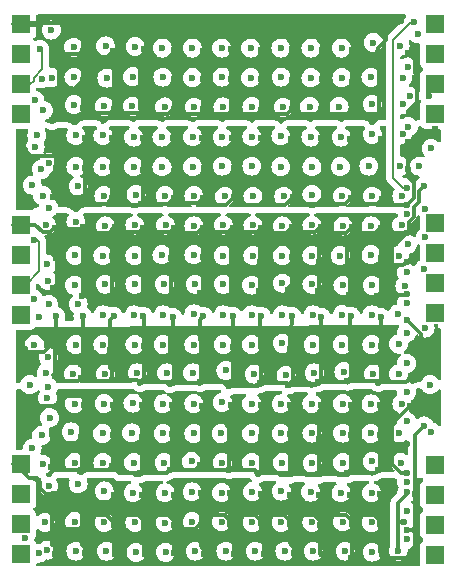
<source format=gbr>
%TF.GenerationSoftware,KiCad,Pcbnew,8.0.2*%
%TF.CreationDate,2024-06-26T19:14:06+02:00*%
%TF.ProjectId,PixelDisplay,50697865-6c44-4697-9370-6c61792e6b69,rev?*%
%TF.SameCoordinates,Original*%
%TF.FileFunction,Copper,L3,Inr*%
%TF.FilePolarity,Positive*%
%FSLAX46Y46*%
G04 Gerber Fmt 4.6, Leading zero omitted, Abs format (unit mm)*
G04 Created by KiCad (PCBNEW 8.0.2) date 2024-06-26 19:14:06*
%MOMM*%
%LPD*%
G01*
G04 APERTURE LIST*
%TA.AperFunction,CastellatedPad*%
%ADD10R,1.500000X1.500000*%
%TD*%
%TA.AperFunction,ViaPad*%
%ADD11C,0.600000*%
%TD*%
%TA.AperFunction,Conductor*%
%ADD12C,0.300000*%
%TD*%
%TA.AperFunction,Conductor*%
%ADD13C,0.200000*%
%TD*%
G04 APERTURE END LIST*
D10*
%TO.N,Vdd_str6*%
%TO.C,J6*%
X135100000Y-83540000D03*
%TO.N,Vss_str6*%
X135100000Y-86080000D03*
%TO.N,din_led_pwm_6*%
X135100000Y-88620000D03*
%TO.N,dout_led_pwm_6*%
X135100000Y-91160000D03*
%TD*%
%TO.N,Vdd_str5*%
%TO.C,J5*%
X170100000Y-91190000D03*
%TO.N,Vss_str5*%
X170100000Y-88650000D03*
%TO.N,din_led_pwm_5*%
X170100000Y-86110000D03*
%TO.N,dout_led_pwm_5*%
X170100000Y-83570000D03*
%TD*%
%TO.N,Vdd_str2*%
%TO.C,J2*%
X170100000Y-53880000D03*
%TO.N,Vss_str2*%
X170100000Y-51340000D03*
%TO.N,din_led_pwm_2*%
X170100000Y-48800000D03*
%TO.N,dout_led_pwm_2*%
X170100000Y-46260000D03*
%TD*%
%TO.N,Vdd_str3*%
%TO.C,J3*%
X135100000Y-63260000D03*
%TO.N,Vss_str3*%
X135100000Y-65800000D03*
%TO.N,din_led_pwm_3*%
X135100000Y-68340000D03*
%TO.N,dout_led_pwm_3*%
X135100000Y-70880000D03*
%TD*%
%TO.N,Vdd_str4*%
%TO.C,J4*%
X170100500Y-70760000D03*
%TO.N,Vss_str4*%
X170100500Y-68220000D03*
%TO.N,din_led_pwm_4*%
X170100500Y-65680000D03*
%TO.N,dout_led_pwm_4*%
X170100500Y-63140000D03*
%TD*%
%TO.N,Vdd_str1*%
%TO.C,J1*%
X135100000Y-46290000D03*
%TO.N,Vss_str1*%
X135100000Y-48830000D03*
%TO.N,din_led_pwm_1*%
X135100000Y-51370000D03*
%TO.N,dout_led_pwm_1*%
X135100000Y-53910000D03*
%TD*%
D11*
%TO.N,Vss_str1*%
X136251352Y-52736215D03*
X164800000Y-53050000D03*
X144730000Y-48170000D03*
X154513213Y-48296785D03*
X147068722Y-50761278D03*
X152160000Y-53280000D03*
X152060000Y-48299998D03*
X154610000Y-53260000D03*
X147040000Y-48299998D03*
X159610000Y-50809498D03*
X139520000Y-48230000D03*
X159510000Y-53250000D03*
X142120000Y-53240000D03*
X157262876Y-53321230D03*
X157060000Y-48299998D03*
X139544108Y-50765892D03*
X157101876Y-50755459D03*
X161990000Y-53250000D03*
X149721439Y-53320179D03*
X137630139Y-46770139D03*
X142324906Y-50840944D03*
X139560000Y-53090000D03*
X167156946Y-48140000D03*
X144523851Y-50726149D03*
X152083465Y-50756535D03*
X162200000Y-48299998D03*
X149580000Y-50809498D03*
X167390000Y-53060000D03*
X154514821Y-50807890D03*
X149580000Y-48299998D03*
X137643987Y-50801324D03*
X142230000Y-48120000D03*
X167390000Y-50809498D03*
X162232951Y-50809498D03*
X159610000Y-48299998D03*
X164900000Y-47830000D03*
X147230000Y-53290000D03*
X164690000Y-50770000D03*
X144500000Y-53230000D03*
%TO.N,Vdd_str1*%
X137682414Y-51910092D03*
X147979252Y-53419002D03*
X155420000Y-48440000D03*
X137674952Y-54422866D03*
X152960000Y-53540000D03*
X147990000Y-48440000D03*
X143013469Y-51138238D03*
X142872411Y-48507055D03*
X147990000Y-50909502D03*
X150466552Y-53418448D03*
X155370000Y-53560000D03*
X150469164Y-50909070D03*
X165419386Y-50944642D03*
X145270000Y-53610000D03*
X168559138Y-51000000D03*
X142924906Y-53470000D03*
X152860000Y-50920000D03*
X141290000Y-46430000D03*
X150470000Y-48510000D03*
X145470000Y-48400002D03*
X158030000Y-51010000D03*
X155419857Y-50900714D03*
X160540000Y-50920000D03*
X167240000Y-46020000D03*
X163060000Y-51150000D03*
X158030000Y-48400002D03*
X165290000Y-48740000D03*
X140329291Y-53402548D03*
X160540000Y-48470000D03*
X140330000Y-50980000D03*
X167910000Y-53840000D03*
X163060000Y-48450000D03*
X158020000Y-53470000D03*
X140330000Y-48510000D03*
X138179999Y-48577539D03*
X145240944Y-50945880D03*
X162970000Y-53620000D03*
X152860000Y-48380000D03*
X167800000Y-48691706D03*
X160490000Y-53500000D03*
X165460000Y-53860000D03*
%TO.N,Vdd_str2*%
X140500000Y-55930202D03*
X150395672Y-55920456D03*
X137817043Y-55917043D03*
X142796172Y-58408961D03*
X167707114Y-61600000D03*
X137791612Y-60923993D03*
X148000000Y-61000000D03*
X167808379Y-56212466D03*
X165640334Y-61050790D03*
X152895707Y-55918279D03*
X155775547Y-61024453D03*
X160675161Y-58524839D03*
X163200000Y-58500000D03*
X142800000Y-61000000D03*
X158065547Y-60949202D03*
X140500000Y-58439702D03*
X138000000Y-58439702D03*
X140394307Y-60945759D03*
X160498053Y-55929205D03*
X153080398Y-58459304D03*
X145400000Y-58600000D03*
X160700000Y-60949202D03*
X148100000Y-58500000D03*
X157900000Y-56000000D03*
X145396008Y-55924204D03*
X165684904Y-58515096D03*
X155665418Y-58534582D03*
X147895777Y-55922434D03*
X153100000Y-60949202D03*
X145200000Y-61500000D03*
X162920386Y-55978025D03*
X155395892Y-55915910D03*
X150500000Y-61000000D03*
X142799666Y-55900881D03*
X167845643Y-58511685D03*
X150555675Y-58444325D03*
X163000000Y-61000000D03*
X165500000Y-56000000D03*
X158200000Y-58600000D03*
X135400000Y-56900000D03*
%TO.N,Vss_str2*%
X144800000Y-60700000D03*
X147278854Y-60793958D03*
X139700000Y-55700000D03*
X164800000Y-55600000D03*
X154700000Y-60849198D03*
X154608009Y-55791991D03*
X149700000Y-60800000D03*
X152309386Y-60863045D03*
X149600000Y-58339698D03*
X149600000Y-55800000D03*
X162100000Y-58339698D03*
X136900000Y-60800000D03*
X147000000Y-55830198D03*
X142000000Y-55700000D03*
X164507851Y-58292149D03*
X164806189Y-60853060D03*
X159700000Y-60700000D03*
X142078854Y-60793958D03*
X167390000Y-55590000D03*
X169640000Y-52380000D03*
X136400000Y-55700000D03*
X139900000Y-60000000D03*
X144600000Y-58339698D03*
X152100000Y-58300000D03*
X137390000Y-58000000D03*
X144600000Y-55830198D03*
X157059325Y-55733517D03*
X167130000Y-58287277D03*
X142000000Y-58339698D03*
X159600000Y-55830198D03*
X159700000Y-58339698D03*
X167305181Y-60851774D03*
X154608009Y-58300000D03*
X139707281Y-58343372D03*
X147000000Y-58339698D03*
X162170390Y-55830198D03*
X157320743Y-60861058D03*
X152100000Y-55830198D03*
X162259708Y-60849741D03*
X157059325Y-58339698D03*
X169800000Y-56800000D03*
%TO.N,Vss_str3*%
X142000000Y-65869898D03*
X169300000Y-61900000D03*
X139650000Y-65860000D03*
X152200099Y-65869901D03*
X157200000Y-63360398D03*
X142203684Y-63362562D03*
X157200000Y-68200000D03*
X157200000Y-65869898D03*
X147300000Y-63300000D03*
X167563741Y-68413826D03*
X164700000Y-63360398D03*
X167300000Y-63300000D03*
X149701070Y-65800000D03*
X162100000Y-65869898D03*
X167100000Y-65869898D03*
X152200000Y-63300000D03*
X136000110Y-59900000D03*
X162326285Y-63369221D03*
X147000000Y-65800000D03*
X144700000Y-63300000D03*
X147200000Y-68300000D03*
X154600000Y-68379398D03*
X139600000Y-68379398D03*
X164802116Y-68382742D03*
X142200000Y-68300000D03*
X152200000Y-68300000D03*
X144700000Y-68300000D03*
X159700000Y-63300000D03*
X159700000Y-68300000D03*
X154700000Y-63300000D03*
X149800000Y-68300000D03*
X164700000Y-65800000D03*
X162321353Y-68387259D03*
X139700000Y-63000000D03*
X144702109Y-65871092D03*
X137200000Y-63300000D03*
X159700000Y-65869898D03*
X154700000Y-65869898D03*
X149701070Y-63360565D03*
X137350000Y-68000000D03*
%TO.N,Vdd_str3*%
X155300000Y-66450000D03*
X147700000Y-69350000D03*
X145421146Y-63506042D03*
X137911515Y-63537172D03*
X157997215Y-63459916D03*
X147800000Y-66100000D03*
X165200000Y-69300000D03*
X155200000Y-68900000D03*
X145119364Y-69300000D03*
X152933063Y-66028857D03*
X137800000Y-68600000D03*
X148011515Y-63537171D03*
X169200000Y-60000000D03*
X160300000Y-66400000D03*
X157993409Y-65969222D03*
X138050000Y-66033803D03*
X160434715Y-63450656D03*
X145445566Y-65969960D03*
X167707114Y-69149997D03*
X162709566Y-66306857D03*
X152700000Y-69300000D03*
X167721107Y-63920623D03*
X153000000Y-63500000D03*
X140383987Y-66014166D03*
X142980697Y-63460402D03*
X150436579Y-63507297D03*
X160200000Y-68900000D03*
X155421146Y-63506042D03*
X157668523Y-68785653D03*
X150436579Y-66000000D03*
X140200000Y-69300000D03*
X142609614Y-69300000D03*
X163099898Y-63460504D03*
X165500000Y-63500000D03*
X150200000Y-69000000D03*
X162800000Y-69200000D03*
X140316542Y-63440199D03*
X165500000Y-66100000D03*
X142785385Y-65934805D03*
X167707114Y-66400000D03*
%TO.N,Vdd_str4*%
X167705234Y-71299520D03*
X160536085Y-73504857D03*
X145119364Y-76600000D03*
X138000000Y-71000000D03*
X142900000Y-71000000D03*
X168100000Y-76200000D03*
X165500000Y-71100000D03*
X147839817Y-73523280D03*
X160200000Y-76600000D03*
X137911515Y-76037171D03*
X153000000Y-73600000D03*
X160500000Y-71100000D03*
X135400000Y-73800000D03*
X145400000Y-71000000D03*
X157800000Y-73800000D03*
X165300000Y-76600000D03*
X140170823Y-76235411D03*
X147900000Y-71100000D03*
X155400000Y-71000000D03*
X140411515Y-73637171D03*
X152700000Y-76900000D03*
X155346722Y-73470069D03*
X157700000Y-76800000D03*
X155300000Y-76700000D03*
X162978474Y-73662868D03*
X165510918Y-73501483D03*
X137600000Y-73400000D03*
X163000000Y-71000000D03*
X145500000Y-73500102D03*
X142609614Y-73900000D03*
X158000000Y-71000000D03*
X162700000Y-76500000D03*
X150300000Y-74461149D03*
X142800000Y-76400000D03*
X150500000Y-71000000D03*
X140300000Y-71000000D03*
X168900000Y-73900000D03*
X147700000Y-76700000D03*
X153000000Y-71000000D03*
X150200000Y-76600000D03*
%TO.N,Vss_str4*%
X159792785Y-73404806D03*
X136200000Y-73400000D03*
X137200000Y-75800000D03*
X139900000Y-70000000D03*
X152400000Y-75600000D03*
X154600000Y-70890598D03*
X167023834Y-73358754D03*
X157200000Y-70890598D03*
X144649997Y-70890598D03*
X137400000Y-70000000D03*
X162400000Y-75700000D03*
X162275417Y-73401689D03*
X152200030Y-73400000D03*
X164763230Y-70890878D03*
X154600000Y-73400000D03*
X144708593Y-73401812D03*
X144900000Y-75800000D03*
X162260202Y-70876700D03*
X149600000Y-75800000D03*
X167027790Y-75872210D03*
X159900000Y-75800000D03*
X139700000Y-73400000D03*
X169267172Y-72012929D03*
X154800000Y-75900000D03*
X164767737Y-73400560D03*
X147400000Y-75800000D03*
X159778906Y-70893503D03*
X157500000Y-76000000D03*
X166982589Y-70808009D03*
X142000000Y-73400000D03*
X164900000Y-75900000D03*
X157200000Y-73300000D03*
X142200000Y-75900000D03*
X142000000Y-70890598D03*
X147100000Y-70890598D03*
X149700000Y-70800000D03*
X139500000Y-75900000D03*
X147100000Y-73400098D03*
X149703171Y-73400326D03*
X152200030Y-70890601D03*
%TO.N,Net-(ICled2-DI)*%
X136960000Y-53570000D03*
X167800000Y-49890000D03*
%TO.N,Net-(ICled1-DI)*%
X136800000Y-50909502D03*
X168658737Y-47098253D03*
%TO.N,Net-(ICled41-DI)*%
X168800000Y-58300000D03*
X137400000Y-61800000D03*
%TO.N,Vdd_str5*%
X142842465Y-81100000D03*
X165300000Y-84000000D03*
X160441526Y-78512442D03*
X137600000Y-83800000D03*
X145119364Y-84300000D03*
X142800000Y-83700000D03*
X168035570Y-78609069D03*
X160300000Y-81400000D03*
X137700000Y-81000000D03*
X165498004Y-81100000D03*
X152752732Y-80957185D03*
X155339798Y-81200000D03*
X145275981Y-81200000D03*
X155158364Y-84300000D03*
X147845744Y-81010084D03*
X140099864Y-83985653D03*
X157700000Y-84400000D03*
X140397933Y-78517795D03*
X157849418Y-81000303D03*
X152648614Y-84000000D03*
X147845247Y-78505120D03*
X138090747Y-78609253D03*
X162700000Y-84300000D03*
X136045671Y-78673496D03*
X157846185Y-78519383D03*
X150421146Y-78606042D03*
X142842465Y-78506066D03*
X150200000Y-83600000D03*
X155339798Y-78523300D03*
X167707114Y-81800000D03*
X163039222Y-78526703D03*
X167707114Y-84249997D03*
X160200000Y-84400000D03*
X147668523Y-83985653D03*
X140100000Y-81200000D03*
X163039222Y-81100000D03*
X165498004Y-78518086D03*
X150445629Y-81028335D03*
X145275981Y-78516564D03*
X152869483Y-78501876D03*
%TO.N,Vss_str5*%
X164700000Y-78420798D03*
X144603590Y-83396410D03*
X152003339Y-80926959D03*
X164800000Y-83300000D03*
X159711647Y-83439798D03*
X149702036Y-80930492D03*
X147200000Y-83400000D03*
X142000000Y-83400000D03*
X157102690Y-78420798D03*
X167107114Y-80900000D03*
X147100000Y-78420798D03*
X167308816Y-78423779D03*
X137300000Y-77900000D03*
X141968690Y-80930298D03*
X152100000Y-78300000D03*
X149700000Y-78400000D03*
X149500000Y-83300000D03*
X144543190Y-78356810D03*
X154600000Y-78400000D03*
X154600000Y-80930298D03*
X162300000Y-83400000D03*
X167200000Y-83400000D03*
X139600000Y-83400000D03*
X159700000Y-80900000D03*
X139328964Y-80801334D03*
X139600000Y-78400000D03*
X154600000Y-83400000D03*
X162300000Y-80900000D03*
X136000000Y-82200000D03*
X144423565Y-80876435D03*
X147100000Y-80930298D03*
X157102690Y-80930298D03*
X164700000Y-80930298D03*
X142100000Y-78400000D03*
X135800000Y-76800000D03*
X157200000Y-83400000D03*
X159700000Y-78400000D03*
X162300000Y-78400000D03*
X152100000Y-83400000D03*
%TO.N,Vdd_str6*%
X143021146Y-91106042D03*
X157800000Y-86100000D03*
X160409617Y-88703290D03*
X157839031Y-88607819D03*
X168457784Y-86090745D03*
X140400000Y-86100000D03*
X152798083Y-86003851D03*
X155404208Y-88548281D03*
X142900000Y-88700000D03*
X148053464Y-91070002D03*
X160300000Y-86100000D03*
X140200000Y-89000000D03*
X150296337Y-86007738D03*
X145459518Y-88560394D03*
X165652148Y-91117854D03*
X137895100Y-86048744D03*
X168100000Y-91100000D03*
X150521146Y-91106042D03*
X145543899Y-91106909D03*
X165494318Y-88600000D03*
X152798083Y-88600000D03*
X169200000Y-80300000D03*
X137796559Y-88738543D03*
X142900000Y-86100000D03*
X167707261Y-89140778D03*
X155616605Y-91121311D03*
X163100000Y-88600000D03*
X162900000Y-86100000D03*
X145300000Y-86100000D03*
X153121146Y-91106042D03*
X158200000Y-91070002D03*
X165494318Y-86047864D03*
X162968523Y-91485653D03*
X147987427Y-88687023D03*
X160511515Y-91137171D03*
X140441242Y-91069919D03*
X150296337Y-88700000D03*
X137970823Y-91135411D03*
X155390421Y-86035271D03*
X148000000Y-86100000D03*
%TO.N,Net-(ICled116-DO)*%
X136125166Y-69539297D03*
X167800000Y-64900000D03*
%TO.N,Vss_str6*%
X142100000Y-85800000D03*
X137400000Y-85400000D03*
X152048096Y-85950998D03*
X139600000Y-88400000D03*
X144803016Y-90990305D03*
X152400000Y-90900000D03*
X159700000Y-88460498D03*
X157400000Y-90900000D03*
X167500000Y-88400000D03*
X166994965Y-90905035D03*
X137300000Y-90800000D03*
X162160202Y-85950998D03*
X157103640Y-85821455D03*
X139700000Y-90900000D03*
X164746091Y-88460498D03*
X164803322Y-90973491D03*
X159800000Y-90900000D03*
X169800000Y-80800000D03*
X142300000Y-90900000D03*
X152048096Y-88400000D03*
X154659360Y-88460498D03*
X149558283Y-88400000D03*
X164746091Y-85950998D03*
X149800000Y-90900000D03*
X159579316Y-85892350D03*
X167727364Y-85920483D03*
X162500000Y-90900000D03*
X162300000Y-88400000D03*
X144713550Y-88462673D03*
X142100000Y-88460498D03*
X144560202Y-85950998D03*
X147269603Y-88469691D03*
X137100000Y-88460498D03*
X154659360Y-85867778D03*
X139900000Y-85200000D03*
X147303582Y-90987555D03*
X147263381Y-85958960D03*
X157103640Y-88460498D03*
X169700000Y-76800000D03*
X154900000Y-90900000D03*
X149558283Y-85874396D03*
%TO.N,Net-(ICled119-DI)*%
X167707114Y-72400000D03*
X137362778Y-76989748D03*
%TO.N,din_led_pwm_1*%
X136637651Y-48400000D03*
%TO.N,Net-(ICled158-DI)*%
X136896580Y-83539800D03*
X167707114Y-79900000D03*
%TO.N,Net-(ICled197-DI)*%
X136550002Y-91070002D03*
X167707114Y-87500000D03*
%TO.N,Net-(ICled40-DI)*%
X167858523Y-54960000D03*
X136790000Y-58570000D03*
%TO.N,dout_led_pwm_1*%
X167959138Y-52388716D03*
%TO.N,din_led_pwm_2*%
X136262468Y-56693799D03*
%TO.N,dout_led_pwm_2*%
X167707114Y-60130000D03*
X168310000Y-46130000D03*
%TO.N,Net-(ICled118-DI)*%
X137369657Y-74482546D03*
X167707114Y-69900000D03*
%TO.N,din_led_pwm_3*%
X136122004Y-64521928D03*
%TO.N,Net-(ICled115-DO)*%
X137300000Y-66600000D03*
X167771245Y-62347255D03*
%TO.N,dout_led_pwm_3*%
X167705343Y-67299525D03*
%TO.N,Net-(ICled157-DI)*%
X136800000Y-81100000D03*
X167707114Y-77400000D03*
%TO.N,din_led_pwm_5*%
X137491885Y-79600723D03*
%TO.N,din_led_pwm_4*%
X136550002Y-71100000D03*
%TO.N,dout_led_pwm_4*%
X167707114Y-75000000D03*
X169197114Y-66978552D03*
X169300000Y-64300000D03*
%TO.N,Net-(ICled196-DI)*%
X167707114Y-85000000D03*
X135402182Y-89820000D03*
%TO.N,dout_led_pwm_6*%
X167705401Y-89890778D03*
%TD*%
D12*
%TO.N,Vdd_str6*%
X137200215Y-86048744D02*
X137895100Y-86048744D01*
X136700000Y-85548529D02*
X137200215Y-86048744D01*
X136400000Y-84700000D02*
X136700000Y-85000000D01*
X136700000Y-85000000D02*
X136700000Y-85548529D01*
X135760000Y-84700000D02*
X136400000Y-84700000D01*
X134600000Y-83540000D02*
X135760000Y-84700000D01*
X134350000Y-83540000D02*
X134600000Y-83540000D01*
D13*
%TO.N,din_led_pwm_3*%
X136600000Y-64700000D02*
X136421928Y-64521928D01*
X136421928Y-64521928D02*
X136122004Y-64521928D01*
X136600000Y-67200000D02*
X136600000Y-64700000D01*
X135460000Y-68340000D02*
X136600000Y-67200000D01*
X134350000Y-68340000D02*
X135460000Y-68340000D01*
D12*
%TO.N,Vdd_str3*%
X137862828Y-63537172D02*
X137911515Y-63537172D01*
X136900000Y-63900000D02*
X137500000Y-63900000D01*
X136260000Y-63260000D02*
X136900000Y-63900000D01*
X134350000Y-63260000D02*
X136260000Y-63260000D01*
X137500000Y-63900000D02*
X137862828Y-63537172D01*
D13*
%TO.N,din_led_pwm_1*%
X136870000Y-50061684D02*
X136870000Y-48632349D01*
X136120000Y-50811684D02*
X136870000Y-50061684D01*
X136120000Y-51100000D02*
X136120000Y-50811684D01*
X135850000Y-51370000D02*
X136120000Y-51100000D01*
X136870000Y-48632349D02*
X136637651Y-48400000D01*
X134350000Y-51370000D02*
X135850000Y-51370000D01*
D12*
%TO.N,Vdd_str1*%
X135370000Y-46290000D02*
X135489861Y-46170139D01*
X134350000Y-46290000D02*
X135370000Y-46290000D01*
X158020000Y-53470000D02*
X158400000Y-53850000D01*
X138432460Y-48830000D02*
X140010000Y-48830000D01*
X153280000Y-53860000D02*
X155070000Y-53860000D01*
X140399466Y-50980000D02*
X142872411Y-48507055D01*
X165290000Y-48740000D02*
X165290000Y-48288529D01*
X160540000Y-50920000D02*
X160540000Y-53450000D01*
X157568770Y-53921230D02*
X158020000Y-53470000D01*
X160540000Y-48470000D02*
X160540000Y-50920000D01*
X140330000Y-50980000D02*
X140330000Y-54010000D01*
X145550000Y-53890000D02*
X147508254Y-53890000D01*
X145470000Y-48700000D02*
X145180000Y-48990000D01*
X155731230Y-53921230D02*
X157568770Y-53921230D01*
X165400000Y-53800000D02*
X165460000Y-53860000D01*
X150466552Y-53418448D02*
X150928104Y-53880000D01*
X145123851Y-49046149D02*
X145123851Y-53463851D01*
X139399908Y-51910092D02*
X140330000Y-50980000D01*
X145123851Y-53463851D02*
X145270000Y-53610000D01*
X163060000Y-53530000D02*
X162970000Y-53620000D01*
X165290000Y-48288529D02*
X165950000Y-47628529D01*
X167910000Y-53530000D02*
X167910000Y-53840000D01*
X168020000Y-53420000D02*
X167910000Y-53530000D01*
X142554906Y-53840000D02*
X142924906Y-53470000D01*
X168559138Y-51000000D02*
X168559138Y-52880862D01*
X165290000Y-48740000D02*
X165400000Y-48850000D01*
X140330000Y-50980000D02*
X140399466Y-50980000D01*
X158030000Y-53460000D02*
X158020000Y-53470000D01*
X147508254Y-53890000D02*
X147979252Y-53419002D01*
X160490000Y-53500000D02*
X160670000Y-53500000D01*
X142924906Y-53470000D02*
X142940000Y-53470000D01*
X165400000Y-48850000D02*
X165400000Y-53800000D01*
X142924906Y-48559550D02*
X142924906Y-53470000D01*
X155070000Y-53860000D02*
X155370000Y-53560000D01*
X158030000Y-51010000D02*
X158030000Y-53460000D01*
X147979252Y-53419002D02*
X148480429Y-53920179D01*
X152860000Y-48380000D02*
X152860000Y-50920000D01*
X140010000Y-48830000D02*
X140330000Y-48510000D01*
X155420000Y-53510000D02*
X155370000Y-53560000D01*
X152960000Y-53540000D02*
X153280000Y-53860000D01*
X141030139Y-46170139D02*
X141290000Y-46430000D01*
X135489861Y-46170139D02*
X141030139Y-46170139D01*
X140766743Y-53840000D02*
X142554906Y-53840000D01*
X163210000Y-53860000D02*
X165460000Y-53860000D01*
X142940000Y-53470000D02*
X143300000Y-53830000D01*
X167070000Y-46190000D02*
X167240000Y-46020000D01*
X140330000Y-48510000D02*
X140330000Y-50980000D01*
X155370000Y-53560000D02*
X155731230Y-53921230D01*
X168400000Y-50450000D02*
X168559138Y-50609138D01*
X150470000Y-48510000D02*
X150470000Y-53415000D01*
X150466552Y-53773448D02*
X150466552Y-53418448D01*
X167800000Y-48691706D02*
X168400000Y-49291706D01*
X145050000Y-53830000D02*
X145270000Y-53610000D01*
X148480429Y-53920179D02*
X150319821Y-53920179D01*
X140330000Y-47390000D02*
X140330000Y-48510000D01*
X152860000Y-53440000D02*
X152960000Y-53540000D01*
X166500000Y-46190000D02*
X167070000Y-46190000D01*
X162740000Y-53850000D02*
X162970000Y-53620000D01*
X150319821Y-53920179D02*
X150466552Y-53773448D01*
X143300000Y-53830000D02*
X145050000Y-53830000D01*
X138243987Y-51910000D02*
X138243987Y-53853831D01*
X140329291Y-53402548D02*
X140766743Y-53840000D01*
X165950000Y-46750000D02*
X166500000Y-46200000D01*
X160140000Y-53850000D02*
X160490000Y-53500000D01*
X166500000Y-46200000D02*
X166500000Y-46190000D01*
X168559138Y-50609138D02*
X168559138Y-51000000D01*
X137674952Y-54422866D02*
X139917134Y-54422866D01*
X147990000Y-48440000D02*
X147990000Y-53408254D01*
X150470000Y-53415000D02*
X150466552Y-53418448D01*
X161020000Y-53850000D02*
X162740000Y-53850000D01*
X158400000Y-53850000D02*
X160140000Y-53850000D01*
X168400000Y-49291706D02*
X168400000Y-50450000D01*
X138243895Y-51910092D02*
X138243987Y-51910000D01*
X165950000Y-47628529D02*
X165950000Y-46750000D01*
X138243987Y-48641527D02*
X138243987Y-51910000D01*
X160670000Y-53500000D02*
X161020000Y-53850000D01*
X138243987Y-53853831D02*
X137674952Y-54422866D01*
X150928104Y-53880000D02*
X152620000Y-53880000D01*
X145270000Y-53610000D02*
X145550000Y-53890000D01*
X137682414Y-51910092D02*
X139399908Y-51910092D01*
X162970000Y-53620000D02*
X163210000Y-53860000D01*
X138179999Y-48577539D02*
X138243987Y-48641527D01*
X160540000Y-53450000D02*
X160490000Y-53500000D01*
X168559138Y-52880862D02*
X168020000Y-53420000D01*
X137682414Y-51910092D02*
X138243895Y-51910092D01*
X147990000Y-53408254D02*
X147979252Y-53419002D01*
X141290000Y-46430000D02*
X140330000Y-47390000D01*
X142872411Y-48507055D02*
X142924906Y-48559550D01*
X145180000Y-48990000D02*
X145123851Y-49046149D01*
X139917134Y-54422866D02*
X140330000Y-54010000D01*
X155420000Y-48440000D02*
X155420000Y-53510000D01*
X138179999Y-48577539D02*
X138432460Y-48830000D01*
X145470000Y-48400002D02*
X145470000Y-48700000D01*
X163060000Y-48450000D02*
X163060000Y-51150000D01*
X163060000Y-51150000D02*
X163060000Y-53530000D01*
X152620000Y-53880000D02*
X152960000Y-53540000D01*
X158030000Y-48400002D02*
X158030000Y-51010000D01*
X152860000Y-50920000D02*
X152860000Y-53440000D01*
%TO.N,Vdd_str2*%
X158200000Y-58600000D02*
X158200000Y-60814749D01*
X158200000Y-60814749D02*
X158065547Y-60949202D01*
X168307114Y-61000000D02*
X167707114Y-61600000D01*
X165200000Y-61500000D02*
X165200000Y-61491124D01*
X152449202Y-61600000D02*
X153100000Y-60949202D01*
X165500000Y-56200000D02*
X165700000Y-56400000D01*
X165200000Y-61491124D02*
X165640334Y-61050790D01*
X158065547Y-60964783D02*
X158065547Y-60949202D01*
X165700000Y-56400000D02*
X165700000Y-60991124D01*
X155775547Y-61024453D02*
X155775547Y-61175547D01*
X168300000Y-59700000D02*
X168307114Y-59707114D01*
X148400000Y-61400000D02*
X150100000Y-61400000D01*
X150700000Y-56500000D02*
X150600000Y-56600000D01*
X138000000Y-57400000D02*
X138000000Y-58600000D01*
X163500000Y-61500000D02*
X165200000Y-61500000D01*
X145100000Y-61600000D02*
X145200000Y-61500000D01*
X160700000Y-60949202D02*
X160700000Y-61000000D01*
X145400000Y-58600000D02*
X145400000Y-61300000D01*
X150600000Y-60900000D02*
X150500000Y-61000000D01*
X152895707Y-55918279D02*
X152895707Y-56095707D01*
X155700000Y-56400000D02*
X155700000Y-60948906D01*
X161200000Y-61500000D02*
X162500000Y-61500000D01*
X145400000Y-55928196D02*
X145400000Y-58600000D01*
X160498053Y-55929205D02*
X160498053Y-56098053D01*
X165700000Y-60991124D02*
X165640334Y-61050790D01*
X148000000Y-61000000D02*
X148400000Y-61400000D01*
X152895707Y-56095707D02*
X153100000Y-56300000D01*
X147895777Y-55922434D02*
X147895777Y-56095777D01*
X163000000Y-61000000D02*
X163500000Y-61500000D01*
X148100000Y-58500000D02*
X148100000Y-60900000D01*
X150395672Y-55995672D02*
X150700000Y-56300000D01*
X145400000Y-61300000D02*
X145200000Y-61500000D01*
X138000000Y-56100000D02*
X138000000Y-57400000D01*
X167808379Y-56212466D02*
X167808379Y-59208379D01*
X153100000Y-56300000D02*
X153100000Y-60949202D01*
X150500000Y-61000000D02*
X151100000Y-61600000D01*
X153100000Y-60949202D02*
X153149202Y-60949202D01*
X150100000Y-61400000D02*
X150500000Y-61000000D01*
X167808379Y-59208379D02*
X168300000Y-59700000D01*
X168307114Y-59707114D02*
X168307114Y-61000000D01*
X145396008Y-55924204D02*
X145400000Y-55928196D01*
X150600000Y-60500000D02*
X150600000Y-60900000D01*
X155775547Y-61175547D02*
X156200000Y-61600000D01*
X166189544Y-61600000D02*
X165640334Y-61050790D01*
X158065547Y-60949202D02*
X158065547Y-61065547D01*
X140500000Y-60840066D02*
X140394307Y-60945759D01*
X143400000Y-61600000D02*
X145100000Y-61600000D01*
X156200000Y-61600000D02*
X157430330Y-61600000D01*
X147500000Y-61500000D02*
X148000000Y-61000000D01*
X158200000Y-56500000D02*
X158200000Y-58600000D01*
X163200000Y-56500000D02*
X163200000Y-58500000D01*
X157430330Y-61600000D02*
X158065547Y-60964783D01*
X140500000Y-55930202D02*
X140500000Y-60840066D01*
X138000000Y-60715605D02*
X137791612Y-60923993D01*
X155200000Y-61600000D02*
X155775547Y-61024453D01*
X142799666Y-60999666D02*
X142800000Y-61000000D01*
X142800000Y-61000000D02*
X143400000Y-61600000D01*
X140948548Y-61500000D02*
X142400000Y-61500000D01*
X151100000Y-61600000D02*
X152449202Y-61600000D01*
X137817043Y-55917043D02*
X138000000Y-56100000D01*
X163200000Y-60800000D02*
X163000000Y-61000000D01*
X160700000Y-56300000D02*
X160700000Y-60949202D01*
X155700000Y-60948906D02*
X155775547Y-61024453D01*
X148100000Y-60900000D02*
X148000000Y-61000000D01*
X138000000Y-57400000D02*
X135900000Y-57400000D01*
X150600000Y-56600000D02*
X150600000Y-60500000D01*
X167707114Y-61600000D02*
X166189544Y-61600000D01*
X158500000Y-61500000D02*
X160149202Y-61500000D01*
X145200000Y-61500000D02*
X147500000Y-61500000D01*
X162920386Y-56220386D02*
X163200000Y-56500000D01*
X155395892Y-55915910D02*
X155395892Y-56095892D01*
X140372541Y-60923993D02*
X140394307Y-60945759D01*
X160149202Y-61500000D02*
X160700000Y-60949202D01*
X163200000Y-58500000D02*
X163200000Y-60800000D01*
X148100000Y-56300000D02*
X148100000Y-58500000D01*
X147895777Y-56095777D02*
X148100000Y-56300000D01*
X165500000Y-56000000D02*
X165500000Y-56200000D01*
X142400000Y-61500000D02*
X142400000Y-61400000D01*
X142799666Y-55900881D02*
X142799666Y-60999666D01*
X158065547Y-61065547D02*
X158500000Y-61500000D01*
X142400000Y-61400000D02*
X142800000Y-61000000D01*
X160498053Y-56098053D02*
X160700000Y-56300000D01*
X150395672Y-55920456D02*
X150395672Y-55995672D01*
X138000000Y-58600000D02*
X138000000Y-60715605D01*
X150700000Y-56300000D02*
X150700000Y-56500000D01*
X155395892Y-56095892D02*
X155700000Y-56400000D01*
X135900000Y-57400000D02*
X135400000Y-56900000D01*
X157900000Y-56000000D02*
X158200000Y-56300000D01*
X153149202Y-60949202D02*
X153800000Y-61600000D01*
X162500000Y-61500000D02*
X163000000Y-61000000D01*
X137791612Y-60923993D02*
X140372541Y-60923993D01*
X160700000Y-61000000D02*
X161200000Y-61500000D01*
X162920386Y-55978025D02*
X162920386Y-56220386D01*
X140394307Y-60945759D02*
X140948548Y-61500000D01*
X153800000Y-61600000D02*
X155200000Y-61600000D01*
X158200000Y-56300000D02*
X158200000Y-56500000D01*
%TO.N,Vdd_str3*%
X167900000Y-63741730D02*
X167721107Y-63920623D01*
X162591181Y-63969221D02*
X163099898Y-63460504D01*
X153400000Y-63900000D02*
X153000000Y-63500000D01*
X148137171Y-63537171D02*
X148560565Y-63960565D01*
X158059916Y-63459916D02*
X158500000Y-63900000D01*
X158500000Y-63900000D02*
X159985371Y-63900000D01*
X169200000Y-60000000D02*
X168757114Y-60442886D01*
X167721107Y-63920623D02*
X166500000Y-65141730D01*
X155421146Y-63506042D02*
X155027188Y-63900000D01*
X151200000Y-63900000D02*
X152600000Y-63900000D01*
X138100000Y-68300000D02*
X138100000Y-64200000D01*
X150807297Y-63507297D02*
X151200000Y-63900000D01*
X147648686Y-63900000D02*
X148011515Y-63537171D01*
X163160504Y-63460504D02*
X163660398Y-63960398D01*
X143420295Y-63900000D02*
X145027188Y-63900000D01*
X157496733Y-63960398D02*
X155875502Y-63960398D01*
X166500000Y-66700000D02*
X166500000Y-68800000D01*
X167657111Y-69200000D02*
X167707114Y-69149997D01*
X163099898Y-64000102D02*
X162700000Y-64400000D01*
X155421146Y-63506042D02*
X155421146Y-64178854D01*
X153000000Y-63900000D02*
X152900000Y-64000000D01*
X150436579Y-63507297D02*
X150807297Y-63507297D01*
X157997215Y-68302785D02*
X157600000Y-68700000D01*
X165500000Y-69000000D02*
X165200000Y-69300000D01*
X147800000Y-69250000D02*
X147700000Y-69350000D01*
X152900000Y-64000000D02*
X152800000Y-64100000D01*
X145421146Y-63506042D02*
X145506042Y-63506042D01*
X140838905Y-63962562D02*
X142478537Y-63962562D01*
X142980697Y-63460402D02*
X142800000Y-63641099D01*
X167407114Y-66700000D02*
X167707114Y-66400000D01*
X157997215Y-63459916D02*
X157496733Y-63960398D01*
X160953280Y-63969221D02*
X162591181Y-63969221D01*
X145900000Y-63900000D02*
X147648686Y-63900000D01*
X142800000Y-63641099D02*
X142800000Y-68300000D01*
X162900000Y-67700000D02*
X162921353Y-67721353D01*
X148011515Y-63537171D02*
X148137171Y-63537171D01*
X165039602Y-63960398D02*
X165500000Y-63500000D01*
X155027188Y-63900000D02*
X153400000Y-63900000D01*
X140316542Y-63440199D02*
X140316542Y-69183458D01*
X165500000Y-63500000D02*
X165920623Y-63920623D01*
X145027188Y-63900000D02*
X145421146Y-63506042D01*
X160300000Y-66400000D02*
X160300000Y-68800000D01*
X162700000Y-64400000D02*
X162700000Y-67500000D01*
X147700000Y-64200000D02*
X147800000Y-64300000D01*
X150436579Y-66000000D02*
X150436579Y-68763421D01*
X145100000Y-69300000D02*
X145119364Y-69300000D01*
X152800000Y-64100000D02*
X152800000Y-68400000D01*
X140316542Y-63440199D02*
X140838905Y-63962562D01*
X148011515Y-63537171D02*
X148011515Y-63888485D01*
X152600000Y-63900000D02*
X153000000Y-63500000D01*
X147800000Y-64300000D02*
X147800000Y-66100000D01*
X160300000Y-68800000D02*
X160200000Y-68900000D01*
X142800000Y-68300000D02*
X142800000Y-69109614D01*
X168757114Y-60442886D02*
X168757114Y-61342886D01*
X157668523Y-68768523D02*
X157668523Y-68785653D01*
X160434715Y-63450656D02*
X160434715Y-63965285D01*
X137974343Y-63600000D02*
X140156741Y-63600000D01*
X145506042Y-63506042D02*
X145900000Y-63900000D01*
X157997215Y-63459916D02*
X158059916Y-63459916D01*
X152800000Y-69200000D02*
X152700000Y-69300000D01*
X165920623Y-63920623D02*
X167721107Y-63920623D01*
X163099898Y-63460504D02*
X163160504Y-63460504D01*
X149983311Y-63960565D02*
X150436579Y-63507297D01*
X145421146Y-63506042D02*
X145421146Y-68978854D01*
X147800000Y-68900000D02*
X147800000Y-69250000D01*
X163099898Y-63460504D02*
X163099898Y-64000102D01*
X166500000Y-65141730D02*
X166500000Y-66700000D01*
X142800000Y-69109614D02*
X142609614Y-69300000D01*
X163660398Y-63960398D02*
X165039602Y-63960398D01*
X137911515Y-63537172D02*
X137974343Y-63600000D01*
X142980697Y-63460402D02*
X143420295Y-63900000D01*
X152800000Y-68400000D02*
X152800000Y-69200000D01*
X150436579Y-63507297D02*
X150436579Y-66000000D01*
X162921353Y-67721353D02*
X162921353Y-69078647D01*
X166500000Y-68800000D02*
X166900000Y-69200000D01*
X140316542Y-69183458D02*
X140200000Y-69300000D01*
X165500000Y-66100000D02*
X165500000Y-69000000D01*
X167900000Y-63067029D02*
X167900000Y-63741730D01*
X160434715Y-63965285D02*
X160300000Y-64100000D01*
X148011515Y-63888485D02*
X147700000Y-64200000D01*
X160434715Y-63450656D02*
X160953280Y-63969221D01*
X168757114Y-61342886D02*
X168371245Y-61728755D01*
X160300000Y-64100000D02*
X160300000Y-66400000D01*
X162700000Y-67500000D02*
X162900000Y-67700000D01*
X155300000Y-64300000D02*
X155300000Y-68800000D01*
X145421146Y-68978854D02*
X145100000Y-69300000D01*
X148560565Y-63960565D02*
X149983311Y-63960565D01*
X150436579Y-68763421D02*
X150200000Y-69000000D01*
X138100000Y-64200000D02*
X138100000Y-63725657D01*
X162921353Y-69078647D02*
X162800000Y-69200000D01*
X137800000Y-68600000D02*
X138100000Y-68300000D01*
X159985371Y-63900000D02*
X160434715Y-63450656D01*
X157600000Y-68700000D02*
X157668523Y-68768523D01*
X168371245Y-62595784D02*
X167900000Y-63067029D01*
X147800000Y-66100000D02*
X147800000Y-68900000D01*
X166900000Y-69200000D02*
X167657111Y-69200000D01*
X140156741Y-63600000D02*
X140316542Y-63440199D01*
X168371245Y-61728755D02*
X168371245Y-62595784D01*
X155875502Y-63960398D02*
X155421146Y-63506042D01*
X157997215Y-63459916D02*
X157997215Y-68302785D01*
X165500000Y-63500000D02*
X165500000Y-66100000D01*
X166500000Y-66700000D02*
X167407114Y-66700000D01*
X142478537Y-63962562D02*
X142980697Y-63460402D01*
X138100000Y-63725657D02*
X137911515Y-63537172D01*
X155300000Y-68800000D02*
X155200000Y-68900000D01*
X153000000Y-63500000D02*
X153000000Y-63900000D01*
X155421146Y-64178854D02*
X155300000Y-64300000D01*
%TO.N,Vdd_str4*%
X168900000Y-73900000D02*
X168900000Y-75400000D01*
X160500000Y-76300000D02*
X160200000Y-76600000D01*
X137837171Y-76037171D02*
X137911515Y-76037171D01*
X148000000Y-76400000D02*
X148000000Y-75100000D01*
X152700000Y-76900000D02*
X155100000Y-76900000D01*
X153000000Y-71000000D02*
X153000000Y-73100000D01*
X147700000Y-74800000D02*
X147700000Y-72500000D01*
X163000000Y-76200000D02*
X162700000Y-76500000D01*
X163000000Y-73749166D02*
X163000000Y-76200000D01*
X140170823Y-76235411D02*
X140335411Y-76235411D01*
X165500000Y-76400000D02*
X165300000Y-76600000D01*
X142600000Y-75200000D02*
X142600000Y-75400000D01*
X162875417Y-73624583D02*
X163000000Y-73749166D01*
X155400000Y-71000000D02*
X155300000Y-71100000D01*
X150500000Y-71000000D02*
X150200000Y-71300000D01*
X145119364Y-76600000D02*
X147600000Y-76600000D01*
X145500000Y-71100000D02*
X145500000Y-76219364D01*
X147700000Y-72500000D02*
X147900000Y-72300000D01*
X147600000Y-76600000D02*
X147700000Y-76700000D01*
X157800000Y-75100000D02*
X157900000Y-75200000D01*
X150200000Y-73000000D02*
X150303171Y-73103171D01*
X137000000Y-74000000D02*
X137600000Y-73400000D01*
X147700000Y-76700000D02*
X150100000Y-76700000D01*
X148000000Y-75100000D02*
X147700000Y-74800000D01*
X147900000Y-72300000D02*
X147900000Y-71100000D01*
X160500000Y-71100000D02*
X160500000Y-76300000D01*
X155400000Y-73800000D02*
X155400000Y-76600000D01*
X155300000Y-73400000D02*
X155300000Y-73700000D01*
X157800000Y-71900000D02*
X157800000Y-73300000D01*
X155400000Y-76600000D02*
X155300000Y-76700000D01*
X155300000Y-71100000D02*
X155300000Y-73400000D01*
X158000000Y-71000000D02*
X158000000Y-71700000D01*
X168900000Y-75400000D02*
X168100000Y-76200000D01*
X150303171Y-76496829D02*
X150200000Y-76600000D01*
X147700000Y-76700000D02*
X148000000Y-76400000D01*
X160000000Y-76800000D02*
X160200000Y-76600000D01*
X153000000Y-73600000D02*
X153000000Y-76600000D01*
X152400000Y-76600000D02*
X152700000Y-76900000D01*
X142600000Y-71300000D02*
X142600000Y-75200000D01*
X155300000Y-73700000D02*
X155400000Y-73800000D01*
X138374344Y-76500000D02*
X139906234Y-76500000D01*
X162700000Y-76500000D02*
X165200000Y-76500000D01*
X140600000Y-76500000D02*
X142700000Y-76500000D01*
X150100000Y-76700000D02*
X150200000Y-76600000D01*
X140300000Y-71000000D02*
X140300000Y-76106234D01*
X139906234Y-76500000D02*
X140170823Y-76235411D01*
X145500000Y-76219364D02*
X145119364Y-76600000D01*
X142800000Y-76400000D02*
X144919364Y-76400000D01*
X168900000Y-72494286D02*
X168900000Y-73900000D01*
X137800000Y-76000000D02*
X137837171Y-76037171D01*
X158000000Y-71700000D02*
X157900000Y-71800000D01*
X150303171Y-73103171D02*
X150303171Y-76496829D01*
X135600000Y-74000000D02*
X137000000Y-74000000D01*
X137911515Y-76037171D02*
X138374344Y-76500000D01*
X162875417Y-73400000D02*
X162875417Y-73624583D01*
X165200000Y-76500000D02*
X165300000Y-76600000D01*
X140300000Y-76106234D02*
X140170823Y-76235411D01*
X137969657Y-73769657D02*
X137969657Y-75830343D01*
X163000000Y-71000000D02*
X162875417Y-71124583D01*
X135400000Y-73800000D02*
X135600000Y-74000000D01*
X142800000Y-75600000D02*
X142800000Y-76400000D01*
X142700000Y-76500000D02*
X142800000Y-76400000D01*
X137969657Y-75830343D02*
X137800000Y-76000000D01*
X162600000Y-76600000D02*
X162700000Y-76500000D01*
X155100000Y-76900000D02*
X155300000Y-76700000D01*
X150200000Y-71800000D02*
X150200000Y-73000000D01*
X140335411Y-76235411D02*
X140600000Y-76500000D01*
X138000000Y-71000000D02*
X138000000Y-73000000D01*
X157700000Y-76800000D02*
X160000000Y-76800000D01*
X150200000Y-76600000D02*
X152400000Y-76600000D01*
X158100000Y-76400000D02*
X157700000Y-76800000D01*
X153000000Y-76600000D02*
X152700000Y-76900000D01*
X142900000Y-71000000D02*
X142600000Y-71300000D01*
X137600000Y-73400000D02*
X137969657Y-73769657D01*
X150200000Y-71300000D02*
X150200000Y-71800000D01*
X160200000Y-76600000D02*
X162600000Y-76600000D01*
X138000000Y-73000000D02*
X137600000Y-73400000D01*
X144919364Y-76400000D02*
X145119364Y-76600000D01*
X167705234Y-71299520D02*
X168900000Y-72494286D01*
X157600000Y-76700000D02*
X157700000Y-76800000D01*
X165300000Y-76600000D02*
X167700000Y-76600000D01*
X142600000Y-75400000D02*
X142800000Y-75600000D01*
X157800000Y-73800000D02*
X157800000Y-75100000D01*
X153000000Y-73100000D02*
X153000000Y-73600000D01*
X145400000Y-71000000D02*
X145500000Y-71100000D01*
X155300000Y-76700000D02*
X157600000Y-76700000D01*
X165500000Y-71100000D02*
X165500000Y-76400000D01*
X158100000Y-75400000D02*
X158100000Y-76400000D01*
X162875417Y-71124583D02*
X162875417Y-73400000D01*
X157900000Y-71800000D02*
X157800000Y-71900000D01*
X167700000Y-76600000D02*
X168100000Y-76200000D01*
X157800000Y-73300000D02*
X157800000Y-73800000D01*
X157900000Y-75200000D02*
X158100000Y-75400000D01*
%TO.N,Vdd_str5*%
X142842465Y-83657535D02*
X142800000Y-83700000D01*
X142842465Y-81100000D02*
X142842465Y-83657535D01*
X160441526Y-78512442D02*
X160441526Y-78858474D01*
X162600000Y-84400000D02*
X162700000Y-84300000D01*
X140185653Y-83985653D02*
X140200000Y-84000000D01*
X150421146Y-78606042D02*
X150421146Y-83378854D01*
X152600000Y-84000000D02*
X152648614Y-84000000D01*
X138090747Y-78609253D02*
X136109914Y-78609253D01*
X160200000Y-84400000D02*
X162600000Y-84400000D01*
X137700000Y-81000000D02*
X137700000Y-83700000D01*
X137700000Y-83700000D02*
X137600000Y-83800000D01*
X140200000Y-84000000D02*
X142500000Y-84000000D01*
X166507114Y-83555643D02*
X167251471Y-84300000D01*
X154858364Y-84000000D02*
X155158364Y-84300000D01*
X157600000Y-84300000D02*
X157700000Y-84400000D01*
X138900000Y-77800000D02*
X140200000Y-77800000D01*
X160441526Y-78858474D02*
X160300000Y-79000000D01*
X160300000Y-82600000D02*
X160311647Y-82611647D01*
X150200000Y-83600000D02*
X150600000Y-84000000D01*
X162700000Y-84300000D02*
X165000000Y-84300000D01*
X160300000Y-81400000D02*
X160300000Y-82600000D01*
X138090747Y-78609253D02*
X138900000Y-77800000D01*
X152869483Y-78501876D02*
X152869483Y-79130517D01*
X160311647Y-82611647D02*
X160311647Y-84288353D01*
X137800000Y-84000000D02*
X140085517Y-84000000D01*
X152700000Y-83900000D02*
X152600000Y-84000000D01*
X157700000Y-84400000D02*
X160200000Y-84400000D01*
X142842465Y-78506066D02*
X142842465Y-81100000D01*
X150600000Y-84000000D02*
X152648614Y-84000000D01*
X166507114Y-81800000D02*
X167707114Y-81800000D01*
X163039222Y-83960778D02*
X162700000Y-84300000D01*
X155158364Y-84300000D02*
X157600000Y-84300000D01*
X152500000Y-80300000D02*
X152700000Y-80500000D01*
X143400000Y-84300000D02*
X145119364Y-84300000D01*
X165000000Y-84300000D02*
X165300000Y-84000000D01*
X155339798Y-81200000D02*
X155339798Y-84118566D01*
X137600000Y-83800000D02*
X137800000Y-84000000D01*
X140200000Y-82600000D02*
X140100000Y-82500000D01*
X140397933Y-79102067D02*
X140397933Y-78517795D01*
X136109914Y-78609253D02*
X136045671Y-78673496D01*
X165498004Y-81100000D02*
X165498004Y-83801996D01*
X165498004Y-78518086D02*
X165498004Y-81100000D01*
X160311647Y-84288353D02*
X160200000Y-84400000D01*
X142500000Y-84000000D02*
X142800000Y-83700000D01*
X140100000Y-82500000D02*
X140100000Y-81200000D01*
X150421146Y-83378854D02*
X150200000Y-83600000D01*
X166507114Y-80137525D02*
X166507114Y-81800000D01*
X140397933Y-77997933D02*
X140397933Y-78517795D01*
X165498004Y-83801996D02*
X165300000Y-84000000D01*
X152869483Y-79130517D02*
X152500000Y-79500000D01*
X136072175Y-78700000D02*
X136045671Y-78673496D01*
X152500000Y-79500000D02*
X152500000Y-80300000D01*
X145275981Y-81200000D02*
X145275981Y-84143383D01*
X140200000Y-83885517D02*
X140200000Y-82600000D01*
X166062757Y-84000000D02*
X166507114Y-83555643D01*
X147845247Y-83808929D02*
X147668523Y-83985653D01*
X152700000Y-80500000D02*
X152700000Y-83900000D01*
X155339798Y-78523300D02*
X155339798Y-81200000D01*
X145275981Y-84143383D02*
X145119364Y-84300000D01*
X140100000Y-79400000D02*
X140397933Y-79102067D01*
X149814347Y-83985653D02*
X150200000Y-83600000D01*
X160300000Y-79000000D02*
X160300000Y-81400000D01*
X163039222Y-78526703D02*
X163039222Y-81100000D01*
X157846185Y-84253815D02*
X157700000Y-84400000D01*
X167251471Y-84300000D02*
X167657111Y-84300000D01*
X140085517Y-84000000D02*
X140099864Y-83985653D01*
X165300000Y-84000000D02*
X166062757Y-84000000D01*
X145275981Y-78516564D02*
X145275981Y-81200000D01*
X145119364Y-84300000D02*
X147354176Y-84300000D01*
X140099864Y-83985653D02*
X140185653Y-83985653D01*
X155339798Y-84118566D02*
X155158364Y-84300000D01*
X137700000Y-81000000D02*
X137800000Y-81000000D01*
X157846185Y-78519383D02*
X157846185Y-84253815D01*
X140200000Y-77800000D02*
X140397933Y-77997933D01*
X142800000Y-83700000D02*
X143400000Y-84300000D01*
X147354176Y-84300000D02*
X147668523Y-83985653D01*
X140099864Y-83985653D02*
X140200000Y-83885517D01*
X140100000Y-81200000D02*
X140100000Y-79400000D01*
X167657111Y-84300000D02*
X167707114Y-84249997D01*
X147845247Y-78505120D02*
X147845247Y-83808929D01*
X147668523Y-83985653D02*
X149814347Y-83985653D01*
X152648614Y-84000000D02*
X154858364Y-84000000D01*
X166507114Y-81800000D02*
X166507114Y-83555643D01*
X168035570Y-78609069D02*
X166507114Y-80137525D01*
X163039222Y-81100000D02*
X163039222Y-83960778D01*
%TO.N,Vdd_str6*%
X162548529Y-87800000D02*
X161312907Y-87800000D01*
X152800000Y-89900000D02*
X153121146Y-90221146D01*
X137700000Y-90351471D02*
X137824265Y-90475736D01*
X152798083Y-88600000D02*
X152798083Y-89898083D01*
X145536990Y-91100000D02*
X145543899Y-91106909D01*
X143737327Y-87862673D02*
X142900000Y-88700000D01*
X142900000Y-88700000D02*
X142900000Y-88411969D01*
X167707261Y-89140778D02*
X168240778Y-89140778D01*
X155404208Y-88548281D02*
X155404208Y-88356817D01*
X168240778Y-89140778D02*
X168457784Y-89357784D01*
X142288031Y-87800000D02*
X141400000Y-87800000D01*
X168100000Y-90840000D02*
X168100000Y-91100000D01*
X160409617Y-88321586D02*
X159948529Y-87860498D01*
X150296337Y-88510475D02*
X149806812Y-89000000D01*
X165494318Y-88360196D02*
X164994620Y-87860498D01*
X163100000Y-86300000D02*
X163100000Y-88600000D01*
X155390421Y-86035271D02*
X155390421Y-89890421D01*
X161312907Y-87800000D02*
X160409617Y-88703290D01*
X157839031Y-88607819D02*
X157839031Y-88347360D01*
X142900000Y-88411969D02*
X142288031Y-87800000D01*
X140200000Y-89000000D02*
X138058016Y-89000000D01*
X138058016Y-89000000D02*
X137796559Y-88738543D01*
X160400000Y-91100000D02*
X160474344Y-91100000D01*
X160300000Y-86100000D02*
X160400000Y-86200000D01*
X150296337Y-88700000D02*
X150296337Y-88510475D01*
X167694965Y-91505035D02*
X166039329Y-91505035D01*
X163100000Y-88600000D02*
X163100000Y-88351471D01*
X163100000Y-88351471D02*
X162548529Y-87800000D01*
X150296337Y-86007738D02*
X150296337Y-88700000D01*
X148000000Y-86100000D02*
X148000000Y-91016538D01*
X165494318Y-88600000D02*
X165494318Y-90960024D01*
X150529993Y-91097195D02*
X150521146Y-91106042D01*
X160409617Y-88703290D02*
X160409617Y-88321586D01*
X140200000Y-90100000D02*
X140200000Y-90400000D01*
X155404208Y-88356817D02*
X154907889Y-87860498D01*
X165494318Y-88600000D02*
X165494318Y-88360196D01*
X145400000Y-89100000D02*
X145500000Y-89200000D01*
X164994620Y-87860498D02*
X163839502Y-87860498D01*
X137700000Y-88500000D02*
X137700000Y-90351471D01*
X152798083Y-88301458D02*
X152296625Y-87800000D01*
X168100000Y-91100000D02*
X167694965Y-91505035D01*
X147518132Y-87869691D02*
X146150221Y-87869691D01*
X145459518Y-88560394D02*
X145459518Y-88360112D01*
X150296337Y-88700000D02*
X150296337Y-90496337D01*
X145300000Y-86100000D02*
X145400000Y-86200000D01*
X155400000Y-89900000D02*
X155616605Y-90116605D01*
X145400000Y-86200000D02*
X145400000Y-89100000D01*
X142900000Y-86100000D02*
X142900000Y-88700000D01*
X149806812Y-89000000D02*
X148300404Y-89000000D01*
X145500000Y-91100000D02*
X145536990Y-91100000D01*
X160400000Y-86200000D02*
X160400000Y-91100000D01*
X142900000Y-88700000D02*
X142900000Y-90984896D01*
X137970823Y-90622294D02*
X137970823Y-91135411D01*
X168100000Y-90840000D02*
X168457784Y-90482216D01*
X162900000Y-86100000D02*
X163100000Y-86300000D01*
X152296625Y-87800000D02*
X151196337Y-87800000D01*
X137700000Y-86243844D02*
X137700000Y-88500000D01*
X152798083Y-89898083D02*
X152800000Y-89900000D01*
X140441242Y-90641242D02*
X140441242Y-91069919D01*
X148300404Y-89000000D02*
X147987427Y-88687023D01*
X159948529Y-87860498D02*
X158586352Y-87860498D01*
X140400000Y-86400000D02*
X140200000Y-86600000D01*
X147987427Y-88338986D02*
X147518132Y-87869691D01*
X137895100Y-86048744D02*
X137700000Y-86243844D01*
X169200000Y-80300000D02*
X168457784Y-81042216D01*
X157352169Y-87860498D02*
X156091991Y-87860498D01*
X158200000Y-90600000D02*
X158200000Y-91070002D01*
X165494318Y-90960024D02*
X165652148Y-91117854D01*
X160474344Y-91100000D02*
X160511515Y-91137171D01*
X157839031Y-88347360D02*
X157352169Y-87860498D01*
X163839502Y-87860498D02*
X163100000Y-88600000D01*
X165494318Y-86047864D02*
X165494318Y-88600000D01*
X155616605Y-90116605D02*
X155616605Y-91121311D01*
X158586352Y-87860498D02*
X157839031Y-88607819D01*
X155390421Y-89890421D02*
X155400000Y-89900000D01*
X137824265Y-90475736D02*
X137970823Y-90622294D01*
X145500000Y-89200000D02*
X145500000Y-91100000D01*
X154907889Y-87860498D02*
X153537585Y-87860498D01*
X145459518Y-88360112D02*
X144962079Y-87862673D01*
X156091991Y-87860498D02*
X155404208Y-88548281D01*
X152798083Y-86003851D02*
X152798083Y-88600000D01*
X153121146Y-90221146D02*
X153121146Y-91106042D01*
X140400000Y-86100000D02*
X140400000Y-86400000D01*
X157800000Y-86100000D02*
X157800000Y-90200000D01*
X144962079Y-87862673D02*
X143737327Y-87862673D01*
X140200000Y-86600000D02*
X140200000Y-89000000D01*
X153537585Y-87860498D02*
X152798083Y-88600000D01*
X168457784Y-81042216D02*
X168457784Y-86090745D01*
X141400000Y-87800000D02*
X140200000Y-89000000D01*
X140200000Y-90400000D02*
X140441242Y-90641242D01*
X152798083Y-88600000D02*
X152798083Y-88301458D01*
X157800000Y-90200000D02*
X158200000Y-90600000D01*
X146150221Y-87869691D02*
X145459518Y-88560394D01*
X150529993Y-90729993D02*
X150529993Y-91097195D01*
X168457784Y-90482216D02*
X168457784Y-89357784D01*
X163100000Y-91354176D02*
X162968523Y-91485653D01*
X148000000Y-91016538D02*
X148053464Y-91070002D01*
X163100000Y-88600000D02*
X163100000Y-91354176D01*
X140200000Y-89000000D02*
X140200000Y-90100000D01*
X147987427Y-88687023D02*
X147987427Y-88338986D01*
X150500000Y-90700000D02*
X150529993Y-90729993D01*
X150296337Y-90496337D02*
X150500000Y-90700000D01*
X168457784Y-89357784D02*
X168457784Y-86090745D01*
X142900000Y-90984896D02*
X143021146Y-91106042D01*
X166039329Y-91505035D02*
X165652148Y-91117854D01*
X151196337Y-87800000D02*
X150296337Y-88700000D01*
%TO.N,Vss_str6*%
X166994965Y-86805035D02*
X166994965Y-88400000D01*
X167727364Y-85920483D02*
X167727364Y-86072636D01*
X167727364Y-86072636D02*
X167100000Y-86700000D01*
X167100000Y-86700000D02*
X166994965Y-86805035D01*
X166994965Y-88400000D02*
X167500000Y-88400000D01*
X166994965Y-88400000D02*
X166994965Y-90905035D01*
D13*
%TO.N,dout_led_pwm_2*%
X166840000Y-47352182D02*
X166827818Y-47352182D01*
X166827818Y-47352182D02*
X166580000Y-47600000D01*
X166580000Y-59270000D02*
X167440000Y-60130000D01*
X166580000Y-47600000D02*
X166580000Y-59270000D01*
X168310000Y-46130000D02*
X168062182Y-46130000D01*
X168062182Y-46130000D02*
X166840000Y-47352182D01*
X167440000Y-60130000D02*
X167707114Y-60130000D01*
%TD*%
%TA.AperFunction,Conductor*%
%TO.N,Vdd_str2*%
G36*
X141435599Y-54919685D02*
G01*
X141481354Y-54972489D01*
X141491298Y-55041647D01*
X141462273Y-55105203D01*
X141456241Y-55111681D01*
X141370184Y-55197737D01*
X141274211Y-55350476D01*
X141214631Y-55520745D01*
X141214630Y-55520750D01*
X141194435Y-55699996D01*
X141194435Y-55700003D01*
X141214630Y-55879249D01*
X141214631Y-55879254D01*
X141274211Y-56049523D01*
X141363444Y-56191535D01*
X141370184Y-56202262D01*
X141497738Y-56329816D01*
X141551080Y-56363333D01*
X141644140Y-56421807D01*
X141650478Y-56425789D01*
X141820745Y-56485368D01*
X141820750Y-56485369D01*
X141999996Y-56505565D01*
X142000000Y-56505565D01*
X142000004Y-56505565D01*
X142179249Y-56485369D01*
X142179252Y-56485368D01*
X142179255Y-56485368D01*
X142349522Y-56425789D01*
X142502262Y-56329816D01*
X142629816Y-56202262D01*
X142725789Y-56049522D01*
X142785368Y-55879255D01*
X142790895Y-55830201D01*
X142805565Y-55700003D01*
X142805565Y-55699996D01*
X142785369Y-55520750D01*
X142785368Y-55520745D01*
X142771347Y-55480676D01*
X142725789Y-55350478D01*
X142721847Y-55344205D01*
X142662955Y-55250478D01*
X142629816Y-55197738D01*
X142543759Y-55111681D01*
X142510274Y-55050358D01*
X142515258Y-54980666D01*
X142557130Y-54924733D01*
X142622594Y-54900316D01*
X142631440Y-54900000D01*
X144145379Y-54900000D01*
X144212418Y-54919685D01*
X144258173Y-54972489D01*
X144268117Y-55041647D01*
X144239092Y-55105203D01*
X144211351Y-55128994D01*
X144097737Y-55200382D01*
X143970184Y-55327935D01*
X143874211Y-55480674D01*
X143814631Y-55650943D01*
X143814630Y-55650948D01*
X143794435Y-55830194D01*
X143794435Y-55830201D01*
X143814630Y-56009447D01*
X143814631Y-56009452D01*
X143874211Y-56179721D01*
X143905688Y-56229816D01*
X143970184Y-56332460D01*
X144097738Y-56460014D01*
X144250478Y-56555987D01*
X144392164Y-56605565D01*
X144420745Y-56615566D01*
X144420750Y-56615567D01*
X144599996Y-56635763D01*
X144600000Y-56635763D01*
X144600004Y-56635763D01*
X144779249Y-56615567D01*
X144779252Y-56615566D01*
X144779255Y-56615566D01*
X144949522Y-56555987D01*
X145102262Y-56460014D01*
X145229816Y-56332460D01*
X145325789Y-56179720D01*
X145385368Y-56009453D01*
X145387060Y-55994435D01*
X145405565Y-55830201D01*
X145405565Y-55830194D01*
X145385369Y-55650948D01*
X145385368Y-55650943D01*
X145374801Y-55620745D01*
X145325789Y-55480676D01*
X145229816Y-55327936D01*
X145102262Y-55200382D01*
X145019939Y-55148655D01*
X144988649Y-55128994D01*
X144942358Y-55076659D01*
X144931710Y-55007605D01*
X144960085Y-54943757D01*
X145018475Y-54905385D01*
X145054621Y-54900000D01*
X146545379Y-54900000D01*
X146612418Y-54919685D01*
X146658173Y-54972489D01*
X146668117Y-55041647D01*
X146639092Y-55105203D01*
X146611351Y-55128994D01*
X146497737Y-55200382D01*
X146370184Y-55327935D01*
X146274211Y-55480674D01*
X146214631Y-55650943D01*
X146214630Y-55650948D01*
X146194435Y-55830194D01*
X146194435Y-55830201D01*
X146214630Y-56009447D01*
X146214631Y-56009452D01*
X146274211Y-56179721D01*
X146305688Y-56229816D01*
X146370184Y-56332460D01*
X146497738Y-56460014D01*
X146650478Y-56555987D01*
X146792164Y-56605565D01*
X146820745Y-56615566D01*
X146820750Y-56615567D01*
X146999996Y-56635763D01*
X147000000Y-56635763D01*
X147000004Y-56635763D01*
X147179249Y-56615567D01*
X147179252Y-56615566D01*
X147179255Y-56615566D01*
X147349522Y-56555987D01*
X147502262Y-56460014D01*
X147629816Y-56332460D01*
X147725789Y-56179720D01*
X147785368Y-56009453D01*
X147787060Y-55994435D01*
X147805565Y-55830201D01*
X147805565Y-55830194D01*
X147785369Y-55650948D01*
X147785368Y-55650943D01*
X147774801Y-55620745D01*
X147725789Y-55480676D01*
X147629816Y-55327936D01*
X147502262Y-55200382D01*
X147419939Y-55148655D01*
X147388649Y-55128994D01*
X147342358Y-55076659D01*
X147331710Y-55007605D01*
X147360085Y-54943757D01*
X147418475Y-54905385D01*
X147454621Y-54900000D01*
X149097320Y-54900000D01*
X149164359Y-54919685D01*
X149210114Y-54972489D01*
X149220058Y-55041647D01*
X149191033Y-55105203D01*
X149163293Y-55128992D01*
X149152705Y-55135646D01*
X149097737Y-55170184D01*
X148970184Y-55297737D01*
X148874211Y-55450476D01*
X148814631Y-55620745D01*
X148814630Y-55620750D01*
X148794435Y-55799996D01*
X148794435Y-55800003D01*
X148814630Y-55979249D01*
X148814631Y-55979254D01*
X148874211Y-56149523D01*
X148928410Y-56235779D01*
X148970184Y-56302262D01*
X149097738Y-56429816D01*
X149144671Y-56459306D01*
X149237731Y-56517780D01*
X149250478Y-56525789D01*
X149420745Y-56585368D01*
X149420750Y-56585369D01*
X149599996Y-56605565D01*
X149600000Y-56605565D01*
X149600004Y-56605565D01*
X149779249Y-56585369D01*
X149779252Y-56585368D01*
X149779255Y-56585368D01*
X149949522Y-56525789D01*
X150102262Y-56429816D01*
X150229816Y-56302262D01*
X150325789Y-56149522D01*
X150385368Y-55979255D01*
X150385369Y-55979249D01*
X150405565Y-55800003D01*
X150405565Y-55799996D01*
X150385369Y-55620750D01*
X150385368Y-55620745D01*
X150362106Y-55554267D01*
X150325789Y-55450478D01*
X150320755Y-55442467D01*
X150262954Y-55350477D01*
X150229816Y-55297738D01*
X150102262Y-55170184D01*
X150036707Y-55128993D01*
X149990417Y-55076659D01*
X149979769Y-55007606D01*
X150008144Y-54943757D01*
X150066533Y-54905385D01*
X150102680Y-54900000D01*
X151645379Y-54900000D01*
X151712418Y-54919685D01*
X151758173Y-54972489D01*
X151768117Y-55041647D01*
X151739092Y-55105203D01*
X151711351Y-55128994D01*
X151597737Y-55200382D01*
X151470184Y-55327935D01*
X151374211Y-55480674D01*
X151314631Y-55650943D01*
X151314630Y-55650948D01*
X151294435Y-55830194D01*
X151294435Y-55830201D01*
X151314630Y-56009447D01*
X151314631Y-56009452D01*
X151374211Y-56179721D01*
X151405688Y-56229816D01*
X151470184Y-56332460D01*
X151597738Y-56460014D01*
X151750478Y-56555987D01*
X151892164Y-56605565D01*
X151920745Y-56615566D01*
X151920750Y-56615567D01*
X152099996Y-56635763D01*
X152100000Y-56635763D01*
X152100004Y-56635763D01*
X152279249Y-56615567D01*
X152279252Y-56615566D01*
X152279255Y-56615566D01*
X152449522Y-56555987D01*
X152602262Y-56460014D01*
X152729816Y-56332460D01*
X152825789Y-56179720D01*
X152885368Y-56009453D01*
X152887060Y-55994435D01*
X152905565Y-55830201D01*
X152905565Y-55830194D01*
X152885369Y-55650948D01*
X152885368Y-55650943D01*
X152874801Y-55620745D01*
X152825789Y-55480676D01*
X152729816Y-55327936D01*
X152602262Y-55200382D01*
X152519939Y-55148655D01*
X152488649Y-55128994D01*
X152442358Y-55076659D01*
X152431710Y-55007605D01*
X152460085Y-54943757D01*
X152518475Y-54905385D01*
X152554621Y-54900000D01*
X154092582Y-54900000D01*
X154159621Y-54919685D01*
X154205376Y-54972489D01*
X154215320Y-55041647D01*
X154186295Y-55105203D01*
X154158555Y-55128993D01*
X154105748Y-55162173D01*
X153978193Y-55289728D01*
X153882220Y-55442467D01*
X153822640Y-55612736D01*
X153822639Y-55612741D01*
X153802444Y-55791987D01*
X153802444Y-55791994D01*
X153822639Y-55971240D01*
X153822640Y-55971245D01*
X153882220Y-56141514D01*
X153941024Y-56235099D01*
X153978193Y-56294253D01*
X154105747Y-56421807D01*
X154166553Y-56460014D01*
X154247244Y-56510716D01*
X154258487Y-56517780D01*
X154428754Y-56577359D01*
X154428759Y-56577360D01*
X154608005Y-56597556D01*
X154608009Y-56597556D01*
X154608013Y-56597556D01*
X154787258Y-56577360D01*
X154787261Y-56577359D01*
X154787264Y-56577359D01*
X154957531Y-56517780D01*
X155110271Y-56421807D01*
X155237825Y-56294253D01*
X155333798Y-56141513D01*
X155393377Y-55971246D01*
X155395825Y-55949522D01*
X155413574Y-55791994D01*
X155413574Y-55791987D01*
X155393378Y-55612741D01*
X155393377Y-55612736D01*
X155347167Y-55480676D01*
X155333798Y-55442469D01*
X155237825Y-55289729D01*
X155110271Y-55162175D01*
X155110269Y-55162173D01*
X155057463Y-55128993D01*
X155011173Y-55076659D01*
X155000525Y-55007605D01*
X155028900Y-54943757D01*
X155087290Y-54905385D01*
X155123436Y-54900000D01*
X156461402Y-54900000D01*
X156528441Y-54919685D01*
X156574196Y-54972489D01*
X156584140Y-55041647D01*
X156555115Y-55105203D01*
X156549083Y-55111681D01*
X156429509Y-55231254D01*
X156333536Y-55383993D01*
X156273956Y-55554262D01*
X156273955Y-55554267D01*
X156253760Y-55733513D01*
X156253760Y-55733520D01*
X156273955Y-55912766D01*
X156273956Y-55912771D01*
X156333536Y-56083040D01*
X156419478Y-56219815D01*
X156429509Y-56235779D01*
X156557063Y-56363333D01*
X156592133Y-56385369D01*
X156684929Y-56443677D01*
X156709803Y-56459306D01*
X156784284Y-56485368D01*
X156880070Y-56518885D01*
X156880075Y-56518886D01*
X157059321Y-56539082D01*
X157059325Y-56539082D01*
X157059329Y-56539082D01*
X157238574Y-56518886D01*
X157238577Y-56518885D01*
X157238580Y-56518885D01*
X157408847Y-56459306D01*
X157561587Y-56363333D01*
X157689141Y-56235779D01*
X157785114Y-56083039D01*
X157844693Y-55912772D01*
X157848469Y-55879262D01*
X157864890Y-55733520D01*
X157864890Y-55733513D01*
X157844694Y-55554267D01*
X157844693Y-55554262D01*
X157785113Y-55383993D01*
X157709300Y-55263338D01*
X157689141Y-55231255D01*
X157569567Y-55111681D01*
X157536082Y-55050358D01*
X157541066Y-54980666D01*
X157582938Y-54924733D01*
X157648402Y-54900316D01*
X157657248Y-54900000D01*
X159145379Y-54900000D01*
X159212418Y-54919685D01*
X159258173Y-54972489D01*
X159268117Y-55041647D01*
X159239092Y-55105203D01*
X159211351Y-55128994D01*
X159097737Y-55200382D01*
X158970184Y-55327935D01*
X158874211Y-55480674D01*
X158814631Y-55650943D01*
X158814630Y-55650948D01*
X158794435Y-55830194D01*
X158794435Y-55830201D01*
X158814630Y-56009447D01*
X158814631Y-56009452D01*
X158874211Y-56179721D01*
X158905688Y-56229816D01*
X158970184Y-56332460D01*
X159097738Y-56460014D01*
X159250478Y-56555987D01*
X159392164Y-56605565D01*
X159420745Y-56615566D01*
X159420750Y-56615567D01*
X159599996Y-56635763D01*
X159600000Y-56635763D01*
X159600004Y-56635763D01*
X159779249Y-56615567D01*
X159779252Y-56615566D01*
X159779255Y-56615566D01*
X159949522Y-56555987D01*
X160102262Y-56460014D01*
X160229816Y-56332460D01*
X160325789Y-56179720D01*
X160385368Y-56009453D01*
X160387060Y-55994435D01*
X160405565Y-55830201D01*
X160405565Y-55830194D01*
X160385369Y-55650948D01*
X160385368Y-55650943D01*
X160374801Y-55620745D01*
X160325789Y-55480676D01*
X160229816Y-55327936D01*
X160102262Y-55200382D01*
X160019939Y-55148655D01*
X159988649Y-55128994D01*
X159942358Y-55076659D01*
X159931710Y-55007605D01*
X159960085Y-54943757D01*
X160018475Y-54905385D01*
X160054621Y-54900000D01*
X161715769Y-54900000D01*
X161782808Y-54919685D01*
X161828563Y-54972489D01*
X161838507Y-55041647D01*
X161809482Y-55105203D01*
X161781741Y-55128994D01*
X161668127Y-55200382D01*
X161540574Y-55327935D01*
X161444601Y-55480674D01*
X161385021Y-55650943D01*
X161385020Y-55650948D01*
X161364825Y-55830194D01*
X161364825Y-55830201D01*
X161385020Y-56009447D01*
X161385021Y-56009452D01*
X161444601Y-56179721D01*
X161476078Y-56229816D01*
X161540574Y-56332460D01*
X161668128Y-56460014D01*
X161820868Y-56555987D01*
X161962554Y-56605565D01*
X161991135Y-56615566D01*
X161991140Y-56615567D01*
X162170386Y-56635763D01*
X162170390Y-56635763D01*
X162170394Y-56635763D01*
X162349639Y-56615567D01*
X162349642Y-56615566D01*
X162349645Y-56615566D01*
X162519912Y-56555987D01*
X162672652Y-56460014D01*
X162800206Y-56332460D01*
X162896179Y-56179720D01*
X162955758Y-56009453D01*
X162957450Y-55994435D01*
X162975955Y-55830201D01*
X162975955Y-55830194D01*
X162955759Y-55650948D01*
X162955758Y-55650943D01*
X162945191Y-55620745D01*
X162896179Y-55480676D01*
X162800206Y-55327936D01*
X162672652Y-55200382D01*
X162590329Y-55148655D01*
X162559039Y-55128994D01*
X162512748Y-55076659D01*
X162502100Y-55007605D01*
X162530475Y-54943757D01*
X162588865Y-54905385D01*
X162625011Y-54900000D01*
X164070386Y-54900000D01*
X164137425Y-54919685D01*
X164183180Y-54972489D01*
X164193124Y-55041647D01*
X164171954Y-55090626D01*
X164173889Y-55091842D01*
X164170184Y-55097737D01*
X164170184Y-55097738D01*
X164161423Y-55111681D01*
X164074211Y-55250476D01*
X164014631Y-55420745D01*
X164014630Y-55420750D01*
X163994435Y-55599996D01*
X163994435Y-55600003D01*
X164014630Y-55779249D01*
X164014631Y-55779254D01*
X164074211Y-55949523D01*
X164115122Y-56014632D01*
X164170184Y-56102262D01*
X164297738Y-56229816D01*
X164378964Y-56280854D01*
X164434561Y-56315788D01*
X164450478Y-56325789D01*
X164620745Y-56385368D01*
X164620750Y-56385369D01*
X164799996Y-56405565D01*
X164800000Y-56405565D01*
X164800004Y-56405565D01*
X164979249Y-56385369D01*
X164979252Y-56385368D01*
X164979255Y-56385368D01*
X165149522Y-56325789D01*
X165302262Y-56229816D01*
X165429816Y-56102262D01*
X165525789Y-55949522D01*
X165585368Y-55779255D01*
X165590521Y-55733520D01*
X165605565Y-55600003D01*
X165605565Y-55599996D01*
X165585369Y-55420750D01*
X165585368Y-55420745D01*
X165572508Y-55383993D01*
X165525789Y-55250478D01*
X165513710Y-55231255D01*
X165453635Y-55135646D01*
X165429816Y-55097738D01*
X165429815Y-55097737D01*
X165426111Y-55091842D01*
X165428249Y-55090498D01*
X165406257Y-55036615D01*
X165419020Y-54967921D01*
X165466895Y-54917031D01*
X165529614Y-54900000D01*
X165855500Y-54900000D01*
X165922539Y-54919685D01*
X165968294Y-54972489D01*
X165979500Y-55024000D01*
X165979500Y-59183330D01*
X165979499Y-59183348D01*
X165979499Y-59349054D01*
X165979498Y-59349054D01*
X165985160Y-59370184D01*
X166020423Y-59501785D01*
X166048536Y-59550478D01*
X166048536Y-59550479D01*
X166099475Y-59638709D01*
X166099481Y-59638717D01*
X166218349Y-59757585D01*
X166218355Y-59757590D01*
X166657500Y-60196736D01*
X166690985Y-60258059D01*
X166686001Y-60327751D01*
X166674813Y-60350389D01*
X166579392Y-60502250D01*
X166519812Y-60672519D01*
X166519811Y-60672524D01*
X166499616Y-60851770D01*
X166499616Y-60851777D01*
X166519811Y-61031023D01*
X166519812Y-61031028D01*
X166579392Y-61201297D01*
X166673746Y-61351460D01*
X166675365Y-61354036D01*
X166802919Y-61481590D01*
X166873263Y-61525790D01*
X166940056Y-61567759D01*
X166986347Y-61620094D01*
X166996995Y-61689147D01*
X166968620Y-61752996D01*
X166910230Y-61791368D01*
X166856444Y-61795492D01*
X166849544Y-61794500D01*
X166849542Y-61794500D01*
X165242919Y-61794500D01*
X165175880Y-61774815D01*
X165130125Y-61722011D01*
X165120181Y-61652853D01*
X165149206Y-61589297D01*
X165176947Y-61565506D01*
X165236224Y-61528259D01*
X165308451Y-61482876D01*
X165436005Y-61355322D01*
X165531978Y-61202582D01*
X165591557Y-61032315D01*
X165591992Y-61028453D01*
X165611754Y-60853063D01*
X165611754Y-60853056D01*
X165591558Y-60673810D01*
X165591557Y-60673805D01*
X165572992Y-60620750D01*
X165531978Y-60503538D01*
X165529891Y-60500217D01*
X165436004Y-60350797D01*
X165308451Y-60223244D01*
X165155712Y-60127271D01*
X164985443Y-60067691D01*
X164985438Y-60067690D01*
X164806193Y-60047495D01*
X164806185Y-60047495D01*
X164626939Y-60067690D01*
X164626934Y-60067691D01*
X164456665Y-60127271D01*
X164303926Y-60223244D01*
X164176373Y-60350797D01*
X164080400Y-60503536D01*
X164020820Y-60673805D01*
X164020819Y-60673810D01*
X164000624Y-60853056D01*
X164000624Y-60853063D01*
X164020819Y-61032309D01*
X164020820Y-61032314D01*
X164080400Y-61202583D01*
X164173946Y-61351460D01*
X164176373Y-61355322D01*
X164303927Y-61482876D01*
X164353134Y-61513795D01*
X164435431Y-61565506D01*
X164481722Y-61617841D01*
X164492370Y-61686895D01*
X164463995Y-61750743D01*
X164405605Y-61789115D01*
X164369459Y-61794500D01*
X162691155Y-61794500D01*
X162624116Y-61774815D01*
X162578361Y-61722011D01*
X162568417Y-61652853D01*
X162597442Y-61589297D01*
X162625183Y-61565506D01*
X162633769Y-61560111D01*
X162761970Y-61479557D01*
X162889524Y-61352003D01*
X162985497Y-61199263D01*
X163045076Y-61028996D01*
X163045077Y-61028990D01*
X163065273Y-60849744D01*
X163065273Y-60849737D01*
X163045077Y-60670491D01*
X163045076Y-60670486D01*
X162990152Y-60513523D01*
X162985497Y-60500219D01*
X162889524Y-60347479D01*
X162761970Y-60219925D01*
X162725065Y-60196736D01*
X162609231Y-60123952D01*
X162438962Y-60064372D01*
X162438957Y-60064371D01*
X162259712Y-60044176D01*
X162259704Y-60044176D01*
X162080458Y-60064371D01*
X162080453Y-60064372D01*
X161910184Y-60123952D01*
X161757445Y-60219925D01*
X161629892Y-60347478D01*
X161533919Y-60500217D01*
X161474339Y-60670486D01*
X161474338Y-60670491D01*
X161454143Y-60849737D01*
X161454143Y-60849744D01*
X161474338Y-61028990D01*
X161474339Y-61028995D01*
X161533919Y-61199264D01*
X161615950Y-61329815D01*
X161629892Y-61352003D01*
X161757446Y-61479557D01*
X161885647Y-61560111D01*
X161894233Y-61565506D01*
X161940524Y-61617841D01*
X161951172Y-61686894D01*
X161922797Y-61750743D01*
X161864407Y-61789115D01*
X161828261Y-61794500D01*
X159995685Y-61794500D01*
X159865685Y-61811502D01*
X159865678Y-61811503D01*
X159804045Y-61827905D01*
X159745887Y-61851822D01*
X159676398Y-61859113D01*
X159647214Y-61849934D01*
X159613777Y-61834663D01*
X159546732Y-61814976D01*
X159499259Y-61808150D01*
X159404315Y-61794500D01*
X157770201Y-61794500D01*
X157703162Y-61774815D01*
X157657407Y-61722011D01*
X157647463Y-61652853D01*
X157676488Y-61589297D01*
X157704229Y-61565506D01*
X157719125Y-61556146D01*
X157823005Y-61490874D01*
X157950559Y-61363320D01*
X158046532Y-61210580D01*
X158106111Y-61040313D01*
X158107012Y-61032315D01*
X158126308Y-60861061D01*
X158126308Y-60861054D01*
X158108161Y-60699996D01*
X158894435Y-60699996D01*
X158894435Y-60700003D01*
X158914630Y-60879249D01*
X158914631Y-60879254D01*
X158974211Y-61049523D01*
X159010050Y-61106560D01*
X159070184Y-61202262D01*
X159197738Y-61329816D01*
X159236284Y-61354036D01*
X159347269Y-61423773D01*
X159350478Y-61425789D01*
X159502586Y-61479014D01*
X159520745Y-61485368D01*
X159520750Y-61485369D01*
X159699996Y-61505565D01*
X159700000Y-61505565D01*
X159700004Y-61505565D01*
X159879249Y-61485369D01*
X159879252Y-61485368D01*
X159879255Y-61485368D01*
X160049522Y-61425789D01*
X160202262Y-61329816D01*
X160329816Y-61202262D01*
X160425789Y-61049522D01*
X160485368Y-60879255D01*
X160485369Y-60879249D01*
X160505565Y-60700003D01*
X160505565Y-60699996D01*
X160485369Y-60520750D01*
X160485368Y-60520745D01*
X160479346Y-60503536D01*
X160425789Y-60350478D01*
X160425188Y-60349522D01*
X160329815Y-60197737D01*
X160202262Y-60070184D01*
X160049523Y-59974211D01*
X159879254Y-59914631D01*
X159879249Y-59914630D01*
X159700004Y-59894435D01*
X159699996Y-59894435D01*
X159520750Y-59914630D01*
X159520745Y-59914631D01*
X159350476Y-59974211D01*
X159197737Y-60070184D01*
X159070184Y-60197737D01*
X158974211Y-60350476D01*
X158914631Y-60520745D01*
X158914630Y-60520750D01*
X158894435Y-60699996D01*
X158108161Y-60699996D01*
X158106112Y-60681808D01*
X158106111Y-60681803D01*
X158086511Y-60625789D01*
X158046532Y-60511536D01*
X158040698Y-60502252D01*
X158004369Y-60444434D01*
X157950559Y-60358796D01*
X157823005Y-60231242D01*
X157769684Y-60197738D01*
X157670266Y-60135269D01*
X157499997Y-60075689D01*
X157499992Y-60075688D01*
X157320747Y-60055493D01*
X157320739Y-60055493D01*
X157141493Y-60075688D01*
X157141488Y-60075689D01*
X156971219Y-60135269D01*
X156818480Y-60231242D01*
X156690927Y-60358795D01*
X156594954Y-60511534D01*
X156535374Y-60681803D01*
X156535373Y-60681808D01*
X156515178Y-60861054D01*
X156515178Y-60861061D01*
X156535373Y-61040307D01*
X156535374Y-61040312D01*
X156594954Y-61210581D01*
X156690927Y-61363320D01*
X156818481Y-61490874D01*
X156877979Y-61528259D01*
X156937257Y-61565506D01*
X156983548Y-61617841D01*
X156994196Y-61686894D01*
X156965821Y-61750743D01*
X156907431Y-61789115D01*
X156871285Y-61794500D01*
X155130583Y-61794500D01*
X155063544Y-61774815D01*
X155017789Y-61722011D01*
X155007845Y-61652853D01*
X155036870Y-61589297D01*
X155064611Y-61565506D01*
X155079507Y-61556146D01*
X155202262Y-61479014D01*
X155329816Y-61351460D01*
X155425789Y-61198720D01*
X155485368Y-61028453D01*
X155485369Y-61028447D01*
X155505565Y-60849201D01*
X155505565Y-60849194D01*
X155485369Y-60669948D01*
X155485368Y-60669943D01*
X155430634Y-60513523D01*
X155425789Y-60499676D01*
X155329816Y-60346936D01*
X155202262Y-60219382D01*
X155166221Y-60196736D01*
X155049523Y-60123409D01*
X154879254Y-60063829D01*
X154879249Y-60063828D01*
X154700004Y-60043633D01*
X154699996Y-60043633D01*
X154520750Y-60063828D01*
X154520745Y-60063829D01*
X154350476Y-60123409D01*
X154197737Y-60219382D01*
X154070184Y-60346935D01*
X153974211Y-60499674D01*
X153914631Y-60669943D01*
X153914630Y-60669948D01*
X153894435Y-60849194D01*
X153894435Y-60849201D01*
X153914630Y-61028447D01*
X153914631Y-61028452D01*
X153974211Y-61198721D01*
X154056584Y-61329816D01*
X154070184Y-61351460D01*
X154197738Y-61479014D01*
X154239994Y-61505565D01*
X154335389Y-61565506D01*
X154381680Y-61617841D01*
X154392328Y-61686894D01*
X154363953Y-61750743D01*
X154305563Y-61789115D01*
X154269417Y-61794500D01*
X152762006Y-61794500D01*
X152694967Y-61774815D01*
X152649212Y-61722011D01*
X152639268Y-61652853D01*
X152668293Y-61589297D01*
X152696034Y-61565506D01*
X152704620Y-61560111D01*
X152811648Y-61492861D01*
X152939202Y-61365307D01*
X153035175Y-61212567D01*
X153094754Y-61042300D01*
X153096314Y-61028453D01*
X153114951Y-60863048D01*
X153114951Y-60863041D01*
X153094755Y-60683795D01*
X153094754Y-60683790D01*
X153075867Y-60629815D01*
X153035175Y-60513523D01*
X153033926Y-60511536D01*
X152939201Y-60360782D01*
X152811648Y-60233229D01*
X152658909Y-60137256D01*
X152488640Y-60077676D01*
X152488635Y-60077675D01*
X152309390Y-60057480D01*
X152309382Y-60057480D01*
X152130136Y-60077675D01*
X152130131Y-60077676D01*
X151959862Y-60137256D01*
X151807123Y-60233229D01*
X151679570Y-60360782D01*
X151583597Y-60513521D01*
X151524017Y-60683790D01*
X151524016Y-60683795D01*
X151503821Y-60863041D01*
X151503821Y-60863048D01*
X151524016Y-61042294D01*
X151524017Y-61042299D01*
X151583597Y-61212568D01*
X151672488Y-61354036D01*
X151679570Y-61365307D01*
X151807124Y-61492861D01*
X151914152Y-61560111D01*
X151922738Y-61565506D01*
X151969029Y-61617841D01*
X151979677Y-61686894D01*
X151951302Y-61750743D01*
X151892912Y-61789115D01*
X151856766Y-61794500D01*
X150011404Y-61794500D01*
X149944365Y-61774815D01*
X149898610Y-61722011D01*
X149888666Y-61652853D01*
X149917691Y-61589297D01*
X149970449Y-61553459D01*
X150049519Y-61525790D01*
X150049518Y-61525790D01*
X150049522Y-61525789D01*
X150202262Y-61429816D01*
X150329816Y-61302262D01*
X150425789Y-61149522D01*
X150485368Y-60979255D01*
X150486049Y-60973212D01*
X150505565Y-60800003D01*
X150505565Y-60799996D01*
X150485369Y-60620750D01*
X150485368Y-60620745D01*
X150483254Y-60614703D01*
X150425789Y-60450478D01*
X150421991Y-60444434D01*
X150362955Y-60350478D01*
X150329816Y-60297738D01*
X150202262Y-60170184D01*
X150192646Y-60164142D01*
X150049523Y-60074211D01*
X149879254Y-60014631D01*
X149879249Y-60014630D01*
X149700004Y-59994435D01*
X149699996Y-59994435D01*
X149520750Y-60014630D01*
X149520745Y-60014631D01*
X149350476Y-60074211D01*
X149197737Y-60170184D01*
X149070184Y-60297737D01*
X148974211Y-60450476D01*
X148914631Y-60620745D01*
X148914630Y-60620750D01*
X148894435Y-60799996D01*
X148894435Y-60800003D01*
X148914630Y-60979249D01*
X148914631Y-60979254D01*
X148974211Y-61149523D01*
X149013825Y-61212568D01*
X149070184Y-61302262D01*
X149197738Y-61429816D01*
X149350478Y-61525789D01*
X149350480Y-61525790D01*
X149429551Y-61553459D01*
X149486327Y-61594180D01*
X149512074Y-61659133D01*
X149498618Y-61727695D01*
X149450230Y-61778097D01*
X149388596Y-61794500D01*
X147595684Y-61794500D01*
X147580345Y-61796506D01*
X147511319Y-61785681D01*
X147459103Y-61739256D01*
X147440275Y-61671971D01*
X147460813Y-61605188D01*
X147514197Y-61560111D01*
X147523311Y-61556511D01*
X147557188Y-61544656D01*
X147628376Y-61519747D01*
X147781116Y-61423774D01*
X147908670Y-61296220D01*
X148004643Y-61143480D01*
X148064222Y-60973213D01*
X148073773Y-60888446D01*
X148084419Y-60793961D01*
X148084419Y-60793954D01*
X148064223Y-60614708D01*
X148064222Y-60614703D01*
X148031345Y-60520745D01*
X148004643Y-60444436D01*
X147908670Y-60291696D01*
X147781116Y-60164142D01*
X147735165Y-60135269D01*
X147628377Y-60068169D01*
X147458108Y-60008589D01*
X147458103Y-60008588D01*
X147278858Y-59988393D01*
X147278850Y-59988393D01*
X147099604Y-60008588D01*
X147099599Y-60008589D01*
X146929330Y-60068169D01*
X146776591Y-60164142D01*
X146649038Y-60291695D01*
X146553065Y-60444434D01*
X146493485Y-60614703D01*
X146493484Y-60614708D01*
X146473289Y-60793954D01*
X146473289Y-60793961D01*
X146493484Y-60973207D01*
X146493485Y-60973212D01*
X146553065Y-61143481D01*
X146595227Y-61210581D01*
X146649038Y-61296220D01*
X146776592Y-61423774D01*
X146919859Y-61513795D01*
X146929332Y-61519747D01*
X147025672Y-61553458D01*
X147082449Y-61594180D01*
X147108196Y-61659133D01*
X147094740Y-61727694D01*
X147046353Y-61778097D01*
X146984718Y-61794500D01*
X145256349Y-61794500D01*
X145228013Y-61795295D01*
X145214111Y-61796076D01*
X145211865Y-61796265D01*
X145210402Y-61796389D01*
X145189598Y-61796389D01*
X145187873Y-61796243D01*
X145185888Y-61796076D01*
X145171986Y-61795295D01*
X145143651Y-61794500D01*
X145143647Y-61794500D01*
X144995685Y-61794500D01*
X144865685Y-61811502D01*
X144865678Y-61811503D01*
X144804045Y-61827905D01*
X144745887Y-61851822D01*
X144676398Y-61859113D01*
X144647214Y-61849934D01*
X144613777Y-61834663D01*
X144546732Y-61814976D01*
X144499259Y-61808150D01*
X144404315Y-61794500D01*
X142372990Y-61794500D01*
X142305951Y-61774815D01*
X142260196Y-61722011D01*
X142250252Y-61652853D01*
X142279277Y-61589297D01*
X142332036Y-61553458D01*
X142373323Y-61539011D01*
X142428376Y-61519747D01*
X142581116Y-61423774D01*
X142708670Y-61296220D01*
X142804643Y-61143480D01*
X142864222Y-60973213D01*
X142873773Y-60888446D01*
X142884419Y-60793961D01*
X142884419Y-60793954D01*
X142873833Y-60699996D01*
X143994435Y-60699996D01*
X143994435Y-60700003D01*
X144014630Y-60879249D01*
X144014631Y-60879254D01*
X144074211Y-61049523D01*
X144110050Y-61106560D01*
X144170184Y-61202262D01*
X144297738Y-61329816D01*
X144336284Y-61354036D01*
X144447269Y-61423773D01*
X144450478Y-61425789D01*
X144602586Y-61479014D01*
X144620745Y-61485368D01*
X144620750Y-61485369D01*
X144799996Y-61505565D01*
X144800000Y-61505565D01*
X144800004Y-61505565D01*
X144979249Y-61485369D01*
X144979252Y-61485368D01*
X144979255Y-61485368D01*
X145149522Y-61425789D01*
X145302262Y-61329816D01*
X145429816Y-61202262D01*
X145525789Y-61049522D01*
X145585368Y-60879255D01*
X145585369Y-60879249D01*
X145605565Y-60700003D01*
X145605565Y-60699996D01*
X145585369Y-60520750D01*
X145585368Y-60520745D01*
X145579346Y-60503536D01*
X145525789Y-60350478D01*
X145525188Y-60349522D01*
X145429815Y-60197737D01*
X145302262Y-60070184D01*
X145149523Y-59974211D01*
X144979254Y-59914631D01*
X144979249Y-59914630D01*
X144800004Y-59894435D01*
X144799996Y-59894435D01*
X144620750Y-59914630D01*
X144620745Y-59914631D01*
X144450476Y-59974211D01*
X144297737Y-60070184D01*
X144170184Y-60197737D01*
X144074211Y-60350476D01*
X144014631Y-60520745D01*
X144014630Y-60520750D01*
X143994435Y-60699996D01*
X142873833Y-60699996D01*
X142864223Y-60614708D01*
X142864222Y-60614703D01*
X142831345Y-60520745D01*
X142804643Y-60444436D01*
X142708670Y-60291696D01*
X142581116Y-60164142D01*
X142535165Y-60135269D01*
X142428377Y-60068169D01*
X142258108Y-60008589D01*
X142258103Y-60008588D01*
X142078858Y-59988393D01*
X142078850Y-59988393D01*
X141899604Y-60008588D01*
X141899599Y-60008589D01*
X141729330Y-60068169D01*
X141576591Y-60164142D01*
X141449038Y-60291695D01*
X141353065Y-60444434D01*
X141293485Y-60614703D01*
X141293484Y-60614708D01*
X141273289Y-60793954D01*
X141273289Y-60793961D01*
X141293484Y-60973207D01*
X141293485Y-60973212D01*
X141353065Y-61143481D01*
X141395227Y-61210581D01*
X141449038Y-61296220D01*
X141576592Y-61423774D01*
X141719859Y-61513795D01*
X141729332Y-61519747D01*
X141825672Y-61553458D01*
X141882449Y-61594180D01*
X141908196Y-61659133D01*
X141894740Y-61727694D01*
X141846353Y-61778097D01*
X141784718Y-61794500D01*
X140429614Y-61794500D01*
X140302124Y-61811502D01*
X140297145Y-61812166D01*
X140234426Y-61829197D01*
X140234422Y-61829198D01*
X140111213Y-61880961D01*
X140111211Y-61880962D01*
X140111210Y-61880963D01*
X139998712Y-61970662D01*
X139998710Y-61970663D01*
X139998710Y-61970664D01*
X139950840Y-62021548D01*
X139950837Y-62021551D01*
X139950837Y-62021552D01*
X139936856Y-62041468D01*
X139863077Y-62146561D01*
X139860140Y-62144499D01*
X139824005Y-62182943D01*
X139761241Y-62200000D01*
X139756353Y-62200000D01*
X139742471Y-62199220D01*
X139726914Y-62197467D01*
X139700002Y-62194435D01*
X139699998Y-62194435D01*
X139657531Y-62199220D01*
X139643647Y-62200000D01*
X139634810Y-62200000D01*
X139567771Y-62180315D01*
X139530495Y-62143039D01*
X139465219Y-62041468D01*
X139465206Y-62041451D01*
X139419462Y-61988659D01*
X139419458Y-61988656D01*
X139419456Y-61988653D01*
X139310722Y-61894433D01*
X139310719Y-61894431D01*
X139310717Y-61894430D01*
X139179851Y-61834664D01*
X139179846Y-61834662D01*
X139179845Y-61834662D01*
X139112806Y-61814977D01*
X139112808Y-61814977D01*
X139112803Y-61814976D01*
X139065330Y-61808150D01*
X138970386Y-61794500D01*
X138970384Y-61794500D01*
X138315759Y-61794500D01*
X138248720Y-61774815D01*
X138202965Y-61722011D01*
X138192539Y-61684384D01*
X138185369Y-61620749D01*
X138185368Y-61620745D01*
X138177942Y-61599523D01*
X138125789Y-61450478D01*
X138029816Y-61297738D01*
X137902262Y-61170184D01*
X137869379Y-61149522D01*
X137745590Y-61071740D01*
X137699299Y-61019405D01*
X137688342Y-60952862D01*
X137705565Y-60800002D01*
X137705565Y-60799996D01*
X137685369Y-60620750D01*
X137685368Y-60620745D01*
X137683254Y-60614703D01*
X137625789Y-60450478D01*
X137621991Y-60444434D01*
X137562955Y-60350478D01*
X137529816Y-60297738D01*
X137402262Y-60170184D01*
X137392646Y-60164142D01*
X137249523Y-60074211D01*
X137079254Y-60014631D01*
X137079249Y-60014630D01*
X136913504Y-59995956D01*
X136849090Y-59968890D01*
X136809534Y-59911295D01*
X136804167Y-59886619D01*
X136785479Y-59720750D01*
X136785478Y-59720745D01*
X136725897Y-59550472D01*
X136725130Y-59548880D01*
X136724943Y-59547746D01*
X136723599Y-59543905D01*
X136724271Y-59543669D01*
X136713773Y-59479940D01*
X136741491Y-59415803D01*
X136799483Y-59376834D01*
X136822963Y-59371851D01*
X136969249Y-59355369D01*
X136969252Y-59355368D01*
X136969255Y-59355368D01*
X137139522Y-59295789D01*
X137292262Y-59199816D01*
X137419816Y-59072262D01*
X137515789Y-58919522D01*
X137542098Y-58844333D01*
X137582818Y-58787559D01*
X137618181Y-58768247D01*
X137739522Y-58725789D01*
X137892262Y-58629816D01*
X138019816Y-58502262D01*
X138115789Y-58349522D01*
X138117942Y-58343368D01*
X138901716Y-58343368D01*
X138901716Y-58343375D01*
X138921911Y-58522621D01*
X138921912Y-58522626D01*
X138981492Y-58692895D01*
X139075156Y-58841960D01*
X139077465Y-58845634D01*
X139205019Y-58973188D01*
X139357759Y-59069161D01*
X139448110Y-59100776D01*
X139504886Y-59141498D01*
X139530634Y-59206450D01*
X139517178Y-59275012D01*
X139473129Y-59322811D01*
X139397740Y-59370182D01*
X139397737Y-59370184D01*
X139270184Y-59497737D01*
X139174211Y-59650476D01*
X139114631Y-59820745D01*
X139114630Y-59820750D01*
X139094435Y-59999996D01*
X139094435Y-60000003D01*
X139114630Y-60179249D01*
X139114631Y-60179254D01*
X139174211Y-60349523D01*
X139237646Y-60450478D01*
X139270184Y-60502262D01*
X139397738Y-60629816D01*
X139550478Y-60725789D01*
X139692384Y-60775444D01*
X139720745Y-60785368D01*
X139720750Y-60785369D01*
X139899996Y-60805565D01*
X139900000Y-60805565D01*
X139900004Y-60805565D01*
X140079249Y-60785369D01*
X140079252Y-60785368D01*
X140079255Y-60785368D01*
X140249522Y-60725789D01*
X140402262Y-60629816D01*
X140529816Y-60502262D01*
X140625789Y-60349522D01*
X140685368Y-60179255D01*
X140691599Y-60123952D01*
X140705565Y-60000003D01*
X140705565Y-59999996D01*
X140685369Y-59820750D01*
X140685368Y-59820745D01*
X140663267Y-59757585D01*
X140625789Y-59650478D01*
X140618398Y-59638716D01*
X140562954Y-59550477D01*
X140529816Y-59497738D01*
X140402262Y-59370184D01*
X140378684Y-59355369D01*
X140249519Y-59274209D01*
X140159169Y-59242594D01*
X140102393Y-59201873D01*
X140076646Y-59136920D01*
X140090102Y-59068358D01*
X140134151Y-59020559D01*
X140209543Y-58973188D01*
X140337097Y-58845634D01*
X140433070Y-58692894D01*
X140492649Y-58522627D01*
X140497536Y-58479254D01*
X140512846Y-58343375D01*
X140512846Y-58343368D01*
X140512432Y-58339694D01*
X141194435Y-58339694D01*
X141194435Y-58339701D01*
X141214630Y-58518947D01*
X141214631Y-58518952D01*
X141274211Y-58689221D01*
X141340307Y-58794411D01*
X141370184Y-58841960D01*
X141497738Y-58969514D01*
X141650478Y-59065487D01*
X141790926Y-59114632D01*
X141820745Y-59125066D01*
X141820750Y-59125067D01*
X141999996Y-59145263D01*
X142000000Y-59145263D01*
X142000004Y-59145263D01*
X142179249Y-59125067D01*
X142179252Y-59125066D01*
X142179255Y-59125066D01*
X142349522Y-59065487D01*
X142502262Y-58969514D01*
X142629816Y-58841960D01*
X142725789Y-58689220D01*
X142785368Y-58518953D01*
X142789842Y-58479249D01*
X142805565Y-58339701D01*
X142805565Y-58339694D01*
X143794435Y-58339694D01*
X143794435Y-58339701D01*
X143814630Y-58518947D01*
X143814631Y-58518952D01*
X143874211Y-58689221D01*
X143940307Y-58794411D01*
X143970184Y-58841960D01*
X144097738Y-58969514D01*
X144250478Y-59065487D01*
X144390926Y-59114632D01*
X144420745Y-59125066D01*
X144420750Y-59125067D01*
X144599996Y-59145263D01*
X144600000Y-59145263D01*
X144600004Y-59145263D01*
X144779249Y-59125067D01*
X144779252Y-59125066D01*
X144779255Y-59125066D01*
X144949522Y-59065487D01*
X145102262Y-58969514D01*
X145229816Y-58841960D01*
X145325789Y-58689220D01*
X145385368Y-58518953D01*
X145389842Y-58479249D01*
X145405565Y-58339701D01*
X145405565Y-58339694D01*
X146194435Y-58339694D01*
X146194435Y-58339701D01*
X146214630Y-58518947D01*
X146214631Y-58518952D01*
X146274211Y-58689221D01*
X146340307Y-58794411D01*
X146370184Y-58841960D01*
X146497738Y-58969514D01*
X146650478Y-59065487D01*
X146790926Y-59114632D01*
X146820745Y-59125066D01*
X146820750Y-59125067D01*
X146999996Y-59145263D01*
X147000000Y-59145263D01*
X147000004Y-59145263D01*
X147179249Y-59125067D01*
X147179252Y-59125066D01*
X147179255Y-59125066D01*
X147349522Y-59065487D01*
X147502262Y-58969514D01*
X147629816Y-58841960D01*
X147725789Y-58689220D01*
X147785368Y-58518953D01*
X147789842Y-58479249D01*
X147805565Y-58339701D01*
X147805565Y-58339694D01*
X148794435Y-58339694D01*
X148794435Y-58339701D01*
X148814630Y-58518947D01*
X148814631Y-58518952D01*
X148874211Y-58689221D01*
X148940307Y-58794411D01*
X148970184Y-58841960D01*
X149097738Y-58969514D01*
X149250478Y-59065487D01*
X149390926Y-59114632D01*
X149420745Y-59125066D01*
X149420750Y-59125067D01*
X149599996Y-59145263D01*
X149600000Y-59145263D01*
X149600004Y-59145263D01*
X149779249Y-59125067D01*
X149779252Y-59125066D01*
X149779255Y-59125066D01*
X149949522Y-59065487D01*
X150102262Y-58969514D01*
X150229816Y-58841960D01*
X150325789Y-58689220D01*
X150385368Y-58518953D01*
X150389842Y-58479249D01*
X150405565Y-58339701D01*
X150405565Y-58339694D01*
X150401092Y-58299996D01*
X151294435Y-58299996D01*
X151294435Y-58300003D01*
X151314630Y-58479249D01*
X151314631Y-58479254D01*
X151374211Y-58649523D01*
X151436877Y-58749254D01*
X151470184Y-58802262D01*
X151597738Y-58929816D01*
X151666764Y-58973188D01*
X151742154Y-59020559D01*
X151750478Y-59025789D01*
X151872133Y-59068358D01*
X151920745Y-59085368D01*
X151920750Y-59085369D01*
X152099996Y-59105565D01*
X152100000Y-59105565D01*
X152100004Y-59105565D01*
X152279249Y-59085369D01*
X152279252Y-59085368D01*
X152279255Y-59085368D01*
X152449522Y-59025789D01*
X152602262Y-58929816D01*
X152729816Y-58802262D01*
X152825789Y-58649522D01*
X152885368Y-58479255D01*
X152886253Y-58471403D01*
X152905565Y-58300003D01*
X152905565Y-58299996D01*
X153802444Y-58299996D01*
X153802444Y-58300003D01*
X153822639Y-58479249D01*
X153822640Y-58479254D01*
X153882220Y-58649523D01*
X153944886Y-58749254D01*
X153978193Y-58802262D01*
X154105747Y-58929816D01*
X154174773Y-58973188D01*
X154250163Y-59020559D01*
X154258487Y-59025789D01*
X154380142Y-59068358D01*
X154428754Y-59085368D01*
X154428759Y-59085369D01*
X154608005Y-59105565D01*
X154608009Y-59105565D01*
X154608013Y-59105565D01*
X154787258Y-59085369D01*
X154787261Y-59085368D01*
X154787264Y-59085368D01*
X154957531Y-59025789D01*
X155110271Y-58929816D01*
X155237825Y-58802262D01*
X155333798Y-58649522D01*
X155393377Y-58479255D01*
X155394262Y-58471403D01*
X155409102Y-58339694D01*
X156253760Y-58339694D01*
X156253760Y-58339701D01*
X156273955Y-58518947D01*
X156273956Y-58518952D01*
X156333536Y-58689221D01*
X156399632Y-58794411D01*
X156429509Y-58841960D01*
X156557063Y-58969514D01*
X156709803Y-59065487D01*
X156850251Y-59114632D01*
X156880070Y-59125066D01*
X156880075Y-59125067D01*
X157059321Y-59145263D01*
X157059325Y-59145263D01*
X157059329Y-59145263D01*
X157238574Y-59125067D01*
X157238577Y-59125066D01*
X157238580Y-59125066D01*
X157408847Y-59065487D01*
X157561587Y-58969514D01*
X157689141Y-58841960D01*
X157785114Y-58689220D01*
X157844693Y-58518953D01*
X157849167Y-58479249D01*
X157864890Y-58339701D01*
X157864890Y-58339694D01*
X158894435Y-58339694D01*
X158894435Y-58339701D01*
X158914630Y-58518947D01*
X158914631Y-58518952D01*
X158974211Y-58689221D01*
X159040307Y-58794411D01*
X159070184Y-58841960D01*
X159197738Y-58969514D01*
X159350478Y-59065487D01*
X159490926Y-59114632D01*
X159520745Y-59125066D01*
X159520750Y-59125067D01*
X159699996Y-59145263D01*
X159700000Y-59145263D01*
X159700004Y-59145263D01*
X159879249Y-59125067D01*
X159879252Y-59125066D01*
X159879255Y-59125066D01*
X160049522Y-59065487D01*
X160202262Y-58969514D01*
X160329816Y-58841960D01*
X160425789Y-58689220D01*
X160485368Y-58518953D01*
X160489842Y-58479249D01*
X160505565Y-58339701D01*
X160505565Y-58339694D01*
X161294435Y-58339694D01*
X161294435Y-58339701D01*
X161314630Y-58518947D01*
X161314631Y-58518952D01*
X161374211Y-58689221D01*
X161440307Y-58794411D01*
X161470184Y-58841960D01*
X161597738Y-58969514D01*
X161750478Y-59065487D01*
X161890926Y-59114632D01*
X161920745Y-59125066D01*
X161920750Y-59125067D01*
X162099996Y-59145263D01*
X162100000Y-59145263D01*
X162100004Y-59145263D01*
X162279249Y-59125067D01*
X162279252Y-59125066D01*
X162279255Y-59125066D01*
X162449522Y-59065487D01*
X162602262Y-58969514D01*
X162729816Y-58841960D01*
X162825789Y-58689220D01*
X162885368Y-58518953D01*
X162889842Y-58479249D01*
X162905565Y-58339701D01*
X162905565Y-58339694D01*
X162900208Y-58292145D01*
X163702286Y-58292145D01*
X163702286Y-58292152D01*
X163722481Y-58471398D01*
X163722482Y-58471403D01*
X163782062Y-58641672D01*
X163861594Y-58768246D01*
X163878035Y-58794411D01*
X164005589Y-58921965D01*
X164158329Y-59017938D01*
X164294216Y-59065487D01*
X164328596Y-59077517D01*
X164328601Y-59077518D01*
X164507847Y-59097714D01*
X164507851Y-59097714D01*
X164507855Y-59097714D01*
X164687100Y-59077518D01*
X164687103Y-59077517D01*
X164687106Y-59077517D01*
X164857373Y-59017938D01*
X165010113Y-58921965D01*
X165137667Y-58794411D01*
X165233640Y-58641671D01*
X165293219Y-58471404D01*
X165293768Y-58466532D01*
X165313416Y-58292152D01*
X165313416Y-58292145D01*
X165293220Y-58112899D01*
X165293219Y-58112894D01*
X165253717Y-58000003D01*
X165233640Y-57942627D01*
X165232924Y-57941488D01*
X165171800Y-57844210D01*
X165137667Y-57789887D01*
X165010113Y-57662333D01*
X164991240Y-57650474D01*
X164857374Y-57566360D01*
X164687105Y-57506780D01*
X164687100Y-57506779D01*
X164507855Y-57486584D01*
X164507847Y-57486584D01*
X164328601Y-57506779D01*
X164328596Y-57506780D01*
X164158327Y-57566360D01*
X164005588Y-57662333D01*
X163878035Y-57789886D01*
X163782062Y-57942625D01*
X163722482Y-58112894D01*
X163722481Y-58112899D01*
X163702286Y-58292145D01*
X162900208Y-58292145D01*
X162885369Y-58160448D01*
X162885368Y-58160443D01*
X162832276Y-58008715D01*
X162825789Y-57990176D01*
X162729816Y-57837436D01*
X162602262Y-57709882D01*
X162539083Y-57670184D01*
X162449523Y-57613909D01*
X162279254Y-57554329D01*
X162279249Y-57554328D01*
X162100004Y-57534133D01*
X162099996Y-57534133D01*
X161920750Y-57554328D01*
X161920745Y-57554329D01*
X161750476Y-57613909D01*
X161597737Y-57709882D01*
X161470184Y-57837435D01*
X161374211Y-57990174D01*
X161314631Y-58160443D01*
X161314630Y-58160448D01*
X161294435Y-58339694D01*
X160505565Y-58339694D01*
X160485369Y-58160448D01*
X160485368Y-58160443D01*
X160432276Y-58008715D01*
X160425789Y-57990176D01*
X160329816Y-57837436D01*
X160202262Y-57709882D01*
X160139083Y-57670184D01*
X160049523Y-57613909D01*
X159879254Y-57554329D01*
X159879249Y-57554328D01*
X159700004Y-57534133D01*
X159699996Y-57534133D01*
X159520750Y-57554328D01*
X159520745Y-57554329D01*
X159350476Y-57613909D01*
X159197737Y-57709882D01*
X159070184Y-57837435D01*
X158974211Y-57990174D01*
X158914631Y-58160443D01*
X158914630Y-58160448D01*
X158894435Y-58339694D01*
X157864890Y-58339694D01*
X157844694Y-58160448D01*
X157844693Y-58160443D01*
X157791601Y-58008715D01*
X157785114Y-57990176D01*
X157689141Y-57837436D01*
X157561587Y-57709882D01*
X157498408Y-57670184D01*
X157408848Y-57613909D01*
X157238579Y-57554329D01*
X157238574Y-57554328D01*
X157059329Y-57534133D01*
X157059321Y-57534133D01*
X156880075Y-57554328D01*
X156880070Y-57554329D01*
X156709801Y-57613909D01*
X156557062Y-57709882D01*
X156429509Y-57837435D01*
X156333536Y-57990174D01*
X156273956Y-58160443D01*
X156273955Y-58160448D01*
X156253760Y-58339694D01*
X155409102Y-58339694D01*
X155413574Y-58300003D01*
X155413574Y-58299996D01*
X155393378Y-58120750D01*
X155393377Y-58120745D01*
X155354176Y-58008715D01*
X155333798Y-57950478D01*
X155329508Y-57943651D01*
X155237824Y-57797737D01*
X155110271Y-57670184D01*
X154957532Y-57574211D01*
X154787263Y-57514631D01*
X154787258Y-57514630D01*
X154608013Y-57494435D01*
X154608005Y-57494435D01*
X154428759Y-57514630D01*
X154428754Y-57514631D01*
X154258485Y-57574211D01*
X154105746Y-57670184D01*
X153978193Y-57797737D01*
X153882220Y-57950476D01*
X153822640Y-58120745D01*
X153822639Y-58120750D01*
X153802444Y-58299996D01*
X152905565Y-58299996D01*
X152885369Y-58120750D01*
X152885368Y-58120745D01*
X152846167Y-58008715D01*
X152825789Y-57950478D01*
X152821499Y-57943651D01*
X152729815Y-57797737D01*
X152602262Y-57670184D01*
X152449523Y-57574211D01*
X152279254Y-57514631D01*
X152279249Y-57514630D01*
X152100004Y-57494435D01*
X152099996Y-57494435D01*
X151920750Y-57514630D01*
X151920745Y-57514631D01*
X151750476Y-57574211D01*
X151597737Y-57670184D01*
X151470184Y-57797737D01*
X151374211Y-57950476D01*
X151314631Y-58120745D01*
X151314630Y-58120750D01*
X151294435Y-58299996D01*
X150401092Y-58299996D01*
X150385369Y-58160448D01*
X150385368Y-58160443D01*
X150332276Y-58008715D01*
X150325789Y-57990176D01*
X150229816Y-57837436D01*
X150102262Y-57709882D01*
X150039083Y-57670184D01*
X149949523Y-57613909D01*
X149779254Y-57554329D01*
X149779249Y-57554328D01*
X149600004Y-57534133D01*
X149599996Y-57534133D01*
X149420750Y-57554328D01*
X149420745Y-57554329D01*
X149250476Y-57613909D01*
X149097737Y-57709882D01*
X148970184Y-57837435D01*
X148874211Y-57990174D01*
X148814631Y-58160443D01*
X148814630Y-58160448D01*
X148794435Y-58339694D01*
X147805565Y-58339694D01*
X147785369Y-58160448D01*
X147785368Y-58160443D01*
X147732276Y-58008715D01*
X147725789Y-57990176D01*
X147629816Y-57837436D01*
X147502262Y-57709882D01*
X147439083Y-57670184D01*
X147349523Y-57613909D01*
X147179254Y-57554329D01*
X147179249Y-57554328D01*
X147000004Y-57534133D01*
X146999996Y-57534133D01*
X146820750Y-57554328D01*
X146820745Y-57554329D01*
X146650476Y-57613909D01*
X146497737Y-57709882D01*
X146370184Y-57837435D01*
X146274211Y-57990174D01*
X146214631Y-58160443D01*
X146214630Y-58160448D01*
X146194435Y-58339694D01*
X145405565Y-58339694D01*
X145385369Y-58160448D01*
X145385368Y-58160443D01*
X145332276Y-58008715D01*
X145325789Y-57990176D01*
X145229816Y-57837436D01*
X145102262Y-57709882D01*
X145039083Y-57670184D01*
X144949523Y-57613909D01*
X144779254Y-57554329D01*
X144779249Y-57554328D01*
X144600004Y-57534133D01*
X144599996Y-57534133D01*
X144420750Y-57554328D01*
X144420745Y-57554329D01*
X144250476Y-57613909D01*
X144097737Y-57709882D01*
X143970184Y-57837435D01*
X143874211Y-57990174D01*
X143814631Y-58160443D01*
X143814630Y-58160448D01*
X143794435Y-58339694D01*
X142805565Y-58339694D01*
X142785369Y-58160448D01*
X142785368Y-58160443D01*
X142732276Y-58008715D01*
X142725789Y-57990176D01*
X142629816Y-57837436D01*
X142502262Y-57709882D01*
X142439083Y-57670184D01*
X142349523Y-57613909D01*
X142179254Y-57554329D01*
X142179249Y-57554328D01*
X142000004Y-57534133D01*
X141999996Y-57534133D01*
X141820750Y-57554328D01*
X141820745Y-57554329D01*
X141650476Y-57613909D01*
X141497737Y-57709882D01*
X141370184Y-57837435D01*
X141274211Y-57990174D01*
X141214631Y-58160443D01*
X141214630Y-58160448D01*
X141194435Y-58339694D01*
X140512432Y-58339694D01*
X140492650Y-58164122D01*
X140492649Y-58164117D01*
X140474725Y-58112894D01*
X140433070Y-57993850D01*
X140430761Y-57990176D01*
X140337096Y-57841109D01*
X140209543Y-57713556D01*
X140056804Y-57617583D01*
X139886535Y-57558003D01*
X139886530Y-57558002D01*
X139707285Y-57537807D01*
X139707277Y-57537807D01*
X139528031Y-57558002D01*
X139528026Y-57558003D01*
X139357757Y-57617583D01*
X139205018Y-57713556D01*
X139077465Y-57841109D01*
X138981492Y-57993848D01*
X138921912Y-58164117D01*
X138921911Y-58164122D01*
X138901716Y-58343368D01*
X138117942Y-58343368D01*
X138175368Y-58179255D01*
X138181960Y-58120750D01*
X138195565Y-58000003D01*
X138195565Y-57999996D01*
X138175369Y-57820750D01*
X138175368Y-57820745D01*
X138168723Y-57801754D01*
X138115789Y-57650478D01*
X138115786Y-57650474D01*
X138059872Y-57561487D01*
X138019816Y-57497738D01*
X137892262Y-57370184D01*
X137739523Y-57274211D01*
X137569254Y-57214631D01*
X137569249Y-57214630D01*
X137390004Y-57194435D01*
X137389996Y-57194435D01*
X137210750Y-57214630D01*
X137210742Y-57214632D01*
X137122060Y-57245663D01*
X137052281Y-57249224D01*
X136991654Y-57214495D01*
X136959427Y-57152501D01*
X136965833Y-57082926D01*
X136976114Y-57062647D01*
X136988255Y-57043324D01*
X136988256Y-57043322D01*
X136988257Y-57043321D01*
X137047836Y-56873054D01*
X137047837Y-56873048D01*
X137068033Y-56693802D01*
X137068033Y-56693795D01*
X137047837Y-56514549D01*
X137047834Y-56514536D01*
X136987951Y-56343402D01*
X136984389Y-56273623D01*
X137017314Y-56214762D01*
X137029816Y-56202262D01*
X137125789Y-56049522D01*
X137185368Y-55879255D01*
X137190895Y-55830201D01*
X137205565Y-55700003D01*
X137205565Y-55699996D01*
X137185369Y-55520750D01*
X137185368Y-55520745D01*
X137171347Y-55480676D01*
X137125789Y-55350478D01*
X137075043Y-55269717D01*
X137056044Y-55202482D01*
X137076412Y-55135646D01*
X137129679Y-55090432D01*
X137198936Y-55081194D01*
X137246009Y-55098751D01*
X137325430Y-55148655D01*
X137479259Y-55202482D01*
X137495697Y-55208234D01*
X137495702Y-55208235D01*
X137674948Y-55228431D01*
X137674952Y-55228431D01*
X137674956Y-55228431D01*
X137854201Y-55208235D01*
X137854203Y-55208234D01*
X137854207Y-55208234D01*
X137854210Y-55208232D01*
X137854214Y-55208232D01*
X137958601Y-55171705D01*
X138024474Y-55148655D01*
X138114048Y-55092371D01*
X138180020Y-55073366D01*
X138923971Y-55073366D01*
X138991010Y-55093051D01*
X139036765Y-55145855D01*
X139046709Y-55215013D01*
X139028964Y-55263338D01*
X138974212Y-55350473D01*
X138914631Y-55520745D01*
X138914630Y-55520750D01*
X138894435Y-55699996D01*
X138894435Y-55700003D01*
X138914630Y-55879249D01*
X138914631Y-55879254D01*
X138974211Y-56049523D01*
X139063444Y-56191535D01*
X139070184Y-56202262D01*
X139197738Y-56329816D01*
X139251080Y-56363333D01*
X139344140Y-56421807D01*
X139350478Y-56425789D01*
X139520745Y-56485368D01*
X139520750Y-56485369D01*
X139699996Y-56505565D01*
X139700000Y-56505565D01*
X139700004Y-56505565D01*
X139879249Y-56485369D01*
X139879252Y-56485368D01*
X139879255Y-56485368D01*
X140049522Y-56425789D01*
X140202262Y-56329816D01*
X140329816Y-56202262D01*
X140425789Y-56049522D01*
X140485368Y-55879255D01*
X140490895Y-55830201D01*
X140505565Y-55700003D01*
X140505565Y-55699996D01*
X140485369Y-55520750D01*
X140485368Y-55520745D01*
X140471347Y-55480676D01*
X140425789Y-55350478D01*
X140421847Y-55344205D01*
X140362955Y-55250478D01*
X140329816Y-55197738D01*
X140275841Y-55143763D01*
X140242356Y-55082440D01*
X140247340Y-55012748D01*
X140289212Y-54956815D01*
X140294632Y-54952980D01*
X140336868Y-54924759D01*
X140337510Y-54925719D01*
X140396113Y-54900833D01*
X140410463Y-54900000D01*
X141368560Y-54900000D01*
X141435599Y-54919685D01*
G37*
%TD.AperFunction*%
%TA.AperFunction,Conductor*%
G36*
X135636260Y-55180184D02*
G01*
X135682015Y-55232988D01*
X135691959Y-55302146D01*
X135676623Y-55343912D01*
X135677231Y-55344205D01*
X135674222Y-55350451D01*
X135674216Y-55350470D01*
X135674211Y-55350477D01*
X135614631Y-55520745D01*
X135614630Y-55520750D01*
X135594435Y-55699996D01*
X135594435Y-55700003D01*
X135614630Y-55879249D01*
X135614633Y-55879262D01*
X135674516Y-56050395D01*
X135678078Y-56120174D01*
X135645159Y-56179029D01*
X135632653Y-56191535D01*
X135536679Y-56344275D01*
X135477099Y-56514544D01*
X135477098Y-56514549D01*
X135456903Y-56693795D01*
X135456903Y-56693802D01*
X135477098Y-56873048D01*
X135477099Y-56873053D01*
X135536679Y-57043322D01*
X135603410Y-57149523D01*
X135632652Y-57196061D01*
X135760206Y-57323615D01*
X135793061Y-57344259D01*
X135905876Y-57415146D01*
X135912946Y-57419588D01*
X136064849Y-57472741D01*
X136083213Y-57479167D01*
X136083218Y-57479168D01*
X136262464Y-57499364D01*
X136262468Y-57499364D01*
X136262472Y-57499364D01*
X136441717Y-57479168D01*
X136441719Y-57479167D01*
X136441723Y-57479167D01*
X136441726Y-57479165D01*
X136441730Y-57479165D01*
X136530406Y-57448136D01*
X136600185Y-57444574D01*
X136660812Y-57479302D01*
X136693040Y-57541295D01*
X136686635Y-57610871D01*
X136676357Y-57631146D01*
X136664212Y-57650474D01*
X136664211Y-57650476D01*
X136637900Y-57725668D01*
X136597178Y-57782444D01*
X136561813Y-57801754D01*
X136440478Y-57844210D01*
X136287737Y-57940184D01*
X136160184Y-58067737D01*
X136064211Y-58220476D01*
X136004631Y-58390745D01*
X136004630Y-58390750D01*
X135984435Y-58569996D01*
X135984435Y-58570003D01*
X136004630Y-58749249D01*
X136004631Y-58749254D01*
X136064213Y-58919529D01*
X136064982Y-58921125D01*
X136065168Y-58922259D01*
X136066511Y-58926095D01*
X136065839Y-58926330D01*
X136076336Y-58990066D01*
X136048614Y-59054201D01*
X135990619Y-59093167D01*
X135967147Y-59098148D01*
X135820859Y-59114630D01*
X135820855Y-59114631D01*
X135650586Y-59174211D01*
X135497847Y-59270184D01*
X135370294Y-59397737D01*
X135274321Y-59550476D01*
X135214741Y-59720745D01*
X135214740Y-59720750D01*
X135194545Y-59899996D01*
X135194545Y-59900003D01*
X135214740Y-60079249D01*
X135214741Y-60079254D01*
X135274321Y-60249523D01*
X135337756Y-60350478D01*
X135370294Y-60402262D01*
X135497848Y-60529816D01*
X135588190Y-60586582D01*
X135642560Y-60620745D01*
X135650588Y-60625789D01*
X135662094Y-60629815D01*
X135820855Y-60685368D01*
X135820859Y-60685369D01*
X135920318Y-60696574D01*
X135986606Y-60704043D01*
X136051019Y-60731109D01*
X136090574Y-60788704D01*
X136095942Y-60813380D01*
X136114630Y-60979249D01*
X136114631Y-60979254D01*
X136174211Y-61149523D01*
X136213825Y-61212568D01*
X136270184Y-61302262D01*
X136397738Y-61429816D01*
X136518292Y-61505565D01*
X136554409Y-61528259D01*
X136600700Y-61580594D01*
X136611658Y-61647134D01*
X136607462Y-61684381D01*
X136580396Y-61748796D01*
X136522802Y-61788352D01*
X136484241Y-61794500D01*
X136470599Y-61794500D01*
X136336871Y-61812512D01*
X136336865Y-61812513D01*
X136273606Y-61829869D01*
X136273588Y-61829875D01*
X136149394Y-61882621D01*
X136037363Y-61972902D01*
X136037360Y-61972905D01*
X136035984Y-61974384D01*
X136035402Y-61974729D01*
X136034122Y-61975921D01*
X136033862Y-61975642D01*
X135975891Y-62010030D01*
X135931986Y-62013167D01*
X135897873Y-62009500D01*
X135897865Y-62009500D01*
X134724500Y-62009500D01*
X134657461Y-61989815D01*
X134611706Y-61937011D01*
X134600500Y-61885500D01*
X134600500Y-55284499D01*
X134620185Y-55217460D01*
X134672989Y-55171705D01*
X134724500Y-55160499D01*
X135569221Y-55160499D01*
X135636260Y-55180184D01*
G37*
%TD.AperFunction*%
%TA.AperFunction,Conductor*%
G36*
X168041840Y-58606935D02*
G01*
X168070296Y-58643757D01*
X168070506Y-58643626D01*
X168071858Y-58645779D01*
X168073314Y-58647662D01*
X168074207Y-58649516D01*
X168101463Y-58692894D01*
X168170184Y-58802262D01*
X168297738Y-58929816D01*
X168366764Y-58973188D01*
X168442154Y-59020559D01*
X168450478Y-59025789D01*
X168572133Y-59068358D01*
X168620745Y-59085368D01*
X168620750Y-59085369D01*
X168718246Y-59096354D01*
X168782660Y-59123420D01*
X168822215Y-59181015D01*
X168824353Y-59250852D01*
X168788395Y-59310758D01*
X168770336Y-59324567D01*
X168697739Y-59370182D01*
X168570182Y-59497739D01*
X168512737Y-59589163D01*
X168460403Y-59635453D01*
X168391349Y-59646101D01*
X168327501Y-59617726D01*
X168320063Y-59610871D01*
X168209376Y-59500184D01*
X168056637Y-59404211D01*
X167886368Y-59344631D01*
X167886363Y-59344630D01*
X167707118Y-59324435D01*
X167707110Y-59324435D01*
X167565635Y-59340375D01*
X167496813Y-59328320D01*
X167464076Y-59304840D01*
X167391479Y-59232243D01*
X167357996Y-59170921D01*
X167362981Y-59101230D01*
X167404852Y-59045296D01*
X167438209Y-59027522D01*
X167479522Y-59013066D01*
X167632262Y-58917093D01*
X167759816Y-58789539D01*
X167855789Y-58636799D01*
X167855790Y-58636794D01*
X167856604Y-58635500D01*
X167908938Y-58589209D01*
X167977992Y-58578560D01*
X168041840Y-58606935D01*
G37*
%TD.AperFunction*%
%TA.AperFunction,Conductor*%
G36*
X168932511Y-54919685D02*
G01*
X168964739Y-54949690D01*
X168992806Y-54987184D01*
X168992814Y-54987191D01*
X169107906Y-55073350D01*
X169107913Y-55073354D01*
X169242620Y-55123596D01*
X169242627Y-55123598D01*
X169302155Y-55129999D01*
X169302172Y-55130000D01*
X169850000Y-55130000D01*
X169850000Y-54900000D01*
X170350000Y-54900000D01*
X170350000Y-55130000D01*
X170475500Y-55130000D01*
X170542539Y-55149685D01*
X170588294Y-55202489D01*
X170599500Y-55254000D01*
X170599500Y-56168060D01*
X170579815Y-56235099D01*
X170527011Y-56280854D01*
X170457853Y-56290798D01*
X170394297Y-56261773D01*
X170387819Y-56255741D01*
X170302262Y-56170184D01*
X170149523Y-56074211D01*
X169979254Y-56014631D01*
X169979249Y-56014630D01*
X169800004Y-55994435D01*
X169799996Y-55994435D01*
X169620750Y-56014630D01*
X169620745Y-56014631D01*
X169450476Y-56074211D01*
X169297737Y-56170184D01*
X169170184Y-56297737D01*
X169074211Y-56450476D01*
X169014631Y-56620745D01*
X169014630Y-56620750D01*
X168994435Y-56799996D01*
X168994435Y-56800003D01*
X169014630Y-56979249D01*
X169014631Y-56979254D01*
X169074211Y-57149523D01*
X169170184Y-57302262D01*
X169215476Y-57347554D01*
X169248961Y-57408877D01*
X169243977Y-57478569D01*
X169202105Y-57534502D01*
X169136641Y-57558919D01*
X169086841Y-57552277D01*
X168979257Y-57514632D01*
X168979249Y-57514630D01*
X168800004Y-57494435D01*
X168799996Y-57494435D01*
X168620750Y-57514630D01*
X168620745Y-57514631D01*
X168450476Y-57574211D01*
X168297737Y-57670184D01*
X168170184Y-57797737D01*
X168073395Y-57951776D01*
X168021060Y-57998067D01*
X167952006Y-58008715D01*
X167888158Y-57980340D01*
X167859704Y-57943518D01*
X167859494Y-57943651D01*
X167858135Y-57941488D01*
X167856682Y-57939608D01*
X167855790Y-57937757D01*
X167797011Y-57844211D01*
X167759816Y-57785015D01*
X167632262Y-57657461D01*
X167568797Y-57617583D01*
X167479521Y-57561487D01*
X167323178Y-57506781D01*
X167309255Y-57501909D01*
X167309254Y-57501908D01*
X167309249Y-57501907D01*
X167290615Y-57499808D01*
X167226202Y-57472741D01*
X167186647Y-57415146D01*
X167180500Y-57376588D01*
X167180500Y-56510716D01*
X167200185Y-56443677D01*
X167252989Y-56397922D01*
X167318384Y-56387496D01*
X167389997Y-56395565D01*
X167390000Y-56395565D01*
X167390004Y-56395565D01*
X167569249Y-56375369D01*
X167569252Y-56375368D01*
X167569255Y-56375368D01*
X167739522Y-56315789D01*
X167892262Y-56219816D01*
X168019816Y-56092262D01*
X168115789Y-55939522D01*
X168175368Y-55769255D01*
X168176312Y-55760871D01*
X168203375Y-55696457D01*
X168233556Y-55669759D01*
X168360785Y-55589816D01*
X168488339Y-55462262D01*
X168584312Y-55309522D01*
X168643891Y-55139255D01*
X168644934Y-55129999D01*
X168658442Y-55010116D01*
X168685508Y-54945702D01*
X168743103Y-54906147D01*
X168781662Y-54900000D01*
X168865472Y-54900000D01*
X168932511Y-54919685D01*
G37*
%TD.AperFunction*%
%TD*%
%TA.AperFunction,Conductor*%
%TO.N,Vdd_str1*%
G36*
X167634228Y-45470185D02*
G01*
X167679983Y-45522989D01*
X167689927Y-45592147D01*
X167672182Y-45640473D01*
X167628402Y-45710147D01*
X167611094Y-45731850D01*
X167581662Y-45761284D01*
X167581660Y-45761286D01*
X166499468Y-46843477D01*
X166473789Y-46863182D01*
X166459099Y-46871663D01*
X166211285Y-47119479D01*
X166099481Y-47231282D01*
X166099475Y-47231290D01*
X166051473Y-47314434D01*
X166051473Y-47314435D01*
X166020423Y-47368215D01*
X165979499Y-47520943D01*
X165979499Y-47520945D01*
X165979499Y-47689046D01*
X165979500Y-47689059D01*
X165979500Y-54270500D01*
X165959815Y-54337539D01*
X165907011Y-54383294D01*
X165855500Y-54394500D01*
X165529614Y-54394500D01*
X165397145Y-54412166D01*
X165334426Y-54429197D01*
X165334422Y-54429198D01*
X165211213Y-54480961D01*
X165211211Y-54480962D01*
X165211210Y-54480963D01*
X165098712Y-54570662D01*
X165098710Y-54570663D01*
X165098710Y-54570664D01*
X165050840Y-54621548D01*
X165050837Y-54621551D01*
X165050837Y-54621552D01*
X164976451Y-54727511D01*
X164963077Y-54746561D01*
X164960140Y-54744499D01*
X164924005Y-54782943D01*
X164861241Y-54800000D01*
X164856353Y-54800000D01*
X164842471Y-54799220D01*
X164826914Y-54797467D01*
X164800002Y-54794435D01*
X164799998Y-54794435D01*
X164757531Y-54799220D01*
X164743647Y-54800000D01*
X164734810Y-54800000D01*
X164667771Y-54780315D01*
X164630495Y-54743039D01*
X164565219Y-54641468D01*
X164565206Y-54641451D01*
X164519462Y-54588659D01*
X164519458Y-54588656D01*
X164519456Y-54588653D01*
X164410722Y-54494433D01*
X164410719Y-54494431D01*
X164410717Y-54494430D01*
X164279851Y-54434664D01*
X164279846Y-54434662D01*
X164279845Y-54434662D01*
X164212806Y-54414977D01*
X164212808Y-54414977D01*
X164212803Y-54414976D01*
X164156986Y-54406951D01*
X164070386Y-54394500D01*
X162625011Y-54394500D01*
X162624994Y-54394500D01*
X162550544Y-54400016D01*
X162550524Y-54400018D01*
X162514379Y-54405402D01*
X162441511Y-54421838D01*
X162441507Y-54421840D01*
X162311250Y-54482939D01*
X162252857Y-54521313D01*
X162252851Y-54521317D01*
X162252146Y-54521942D01*
X162251860Y-54522075D01*
X162249340Y-54524003D01*
X162248920Y-54523454D01*
X162188886Y-54551606D01*
X162119630Y-54542360D01*
X162088801Y-54522765D01*
X162056105Y-54494433D01*
X162056102Y-54494431D01*
X162056100Y-54494430D01*
X161925234Y-54434664D01*
X161925229Y-54434662D01*
X161925228Y-54434662D01*
X161858189Y-54414977D01*
X161858191Y-54414977D01*
X161858186Y-54414976D01*
X161802369Y-54406951D01*
X161715769Y-54394500D01*
X160054621Y-54394500D01*
X160054604Y-54394500D01*
X159980154Y-54400016D01*
X159980134Y-54400018D01*
X159943989Y-54405402D01*
X159871121Y-54421838D01*
X159871117Y-54421840D01*
X159740860Y-54482939D01*
X159682467Y-54521313D01*
X159682461Y-54521317D01*
X159681756Y-54521942D01*
X159681470Y-54522075D01*
X159678950Y-54524003D01*
X159678530Y-54523454D01*
X159618496Y-54551606D01*
X159549240Y-54542360D01*
X159518411Y-54522765D01*
X159485715Y-54494433D01*
X159485712Y-54494431D01*
X159485710Y-54494430D01*
X159354844Y-54434664D01*
X159354839Y-54434662D01*
X159354838Y-54434662D01*
X159287799Y-54414977D01*
X159287801Y-54414977D01*
X159287796Y-54414976D01*
X159231979Y-54406951D01*
X159145379Y-54394500D01*
X157657248Y-54394500D01*
X157657229Y-54394500D01*
X157639246Y-54394820D01*
X157631601Y-54395093D01*
X157630356Y-54395138D01*
X157630352Y-54395138D01*
X157630330Y-54395139D01*
X157612344Y-54396103D01*
X157612329Y-54396105D01*
X157471753Y-54426686D01*
X157471748Y-54426687D01*
X157471747Y-54426688D01*
X157455921Y-54432590D01*
X157406281Y-54451105D01*
X157406277Y-54451107D01*
X157280009Y-54520055D01*
X157178271Y-54621789D01*
X157178266Y-54621795D01*
X157159018Y-54647506D01*
X157103083Y-54689375D01*
X157033391Y-54694356D01*
X156972069Y-54660868D01*
X156959136Y-54644816D01*
X156958884Y-54645006D01*
X156956230Y-54641461D01*
X156956227Y-54641457D01*
X156939185Y-54621789D01*
X156910478Y-54588659D01*
X156910474Y-54588656D01*
X156910472Y-54588653D01*
X156801738Y-54494433D01*
X156801735Y-54494431D01*
X156801733Y-54494430D01*
X156670867Y-54434664D01*
X156670862Y-54434662D01*
X156670861Y-54434662D01*
X156603822Y-54414977D01*
X156603824Y-54414977D01*
X156603819Y-54414976D01*
X156548002Y-54406951D01*
X156461402Y-54394500D01*
X155123436Y-54394500D01*
X155123419Y-54394500D01*
X155048969Y-54400016D01*
X155048949Y-54400018D01*
X155012804Y-54405402D01*
X154939936Y-54421838D01*
X154939932Y-54421840D01*
X154809675Y-54482939D01*
X154751288Y-54521309D01*
X154751276Y-54521319D01*
X154690402Y-54575163D01*
X154627145Y-54604835D01*
X154557889Y-54595597D01*
X154527045Y-54575995D01*
X154432921Y-54494435D01*
X154432913Y-54494430D01*
X154302047Y-54434664D01*
X154302042Y-54434662D01*
X154302041Y-54434662D01*
X154235002Y-54414977D01*
X154235004Y-54414977D01*
X154234999Y-54414976D01*
X154179182Y-54406951D01*
X154092582Y-54394500D01*
X152554621Y-54394500D01*
X152554604Y-54394500D01*
X152480154Y-54400016D01*
X152480134Y-54400018D01*
X152443989Y-54405402D01*
X152371121Y-54421838D01*
X152371117Y-54421840D01*
X152240860Y-54482939D01*
X152182467Y-54521313D01*
X152182461Y-54521317D01*
X152181756Y-54521942D01*
X152181470Y-54522075D01*
X152178950Y-54524003D01*
X152178530Y-54523454D01*
X152118496Y-54551606D01*
X152049240Y-54542360D01*
X152018411Y-54522765D01*
X151985715Y-54494433D01*
X151985712Y-54494431D01*
X151985710Y-54494430D01*
X151854844Y-54434664D01*
X151854839Y-54434662D01*
X151854838Y-54434662D01*
X151787799Y-54414977D01*
X151787801Y-54414977D01*
X151787796Y-54414976D01*
X151731979Y-54406951D01*
X151645379Y-54394500D01*
X150102680Y-54394500D01*
X150102665Y-54394500D01*
X150028213Y-54400016D01*
X150028195Y-54400018D01*
X149992044Y-54405403D01*
X149919175Y-54421839D01*
X149919173Y-54421840D01*
X149788910Y-54482944D01*
X149730531Y-54521308D01*
X149730523Y-54521315D01*
X149682262Y-54564004D01*
X149619005Y-54593675D01*
X149549749Y-54584438D01*
X149518907Y-54564838D01*
X149437656Y-54494433D01*
X149437653Y-54494431D01*
X149437651Y-54494430D01*
X149306785Y-54434664D01*
X149306780Y-54434662D01*
X149306779Y-54434662D01*
X149239740Y-54414977D01*
X149239742Y-54414977D01*
X149239737Y-54414976D01*
X149183920Y-54406951D01*
X149097320Y-54394500D01*
X147454621Y-54394500D01*
X147454604Y-54394500D01*
X147380154Y-54400016D01*
X147380134Y-54400018D01*
X147343989Y-54405402D01*
X147271121Y-54421838D01*
X147271117Y-54421840D01*
X147140860Y-54482939D01*
X147082467Y-54521313D01*
X147082461Y-54521317D01*
X147081756Y-54521942D01*
X147081470Y-54522075D01*
X147078950Y-54524003D01*
X147078530Y-54523454D01*
X147018496Y-54551606D01*
X146949240Y-54542360D01*
X146918411Y-54522765D01*
X146885715Y-54494433D01*
X146885712Y-54494431D01*
X146885710Y-54494430D01*
X146754844Y-54434664D01*
X146754839Y-54434662D01*
X146754838Y-54434662D01*
X146687799Y-54414977D01*
X146687801Y-54414977D01*
X146687796Y-54414976D01*
X146631979Y-54406951D01*
X146545379Y-54394500D01*
X145054621Y-54394500D01*
X145054604Y-54394500D01*
X144980154Y-54400016D01*
X144980134Y-54400018D01*
X144943989Y-54405402D01*
X144871121Y-54421838D01*
X144871117Y-54421840D01*
X144740860Y-54482939D01*
X144682467Y-54521313D01*
X144682461Y-54521317D01*
X144681756Y-54521942D01*
X144681470Y-54522075D01*
X144678950Y-54524003D01*
X144678530Y-54523454D01*
X144618496Y-54551606D01*
X144549240Y-54542360D01*
X144518411Y-54522765D01*
X144485715Y-54494433D01*
X144485712Y-54494431D01*
X144485710Y-54494430D01*
X144354844Y-54434664D01*
X144354839Y-54434662D01*
X144354838Y-54434662D01*
X144287799Y-54414977D01*
X144287801Y-54414977D01*
X144287796Y-54414976D01*
X144231979Y-54406951D01*
X144145379Y-54394500D01*
X142631440Y-54394500D01*
X142631421Y-54394500D01*
X142613438Y-54394820D01*
X142605793Y-54395093D01*
X142604548Y-54395138D01*
X142604544Y-54395138D01*
X142604522Y-54395139D01*
X142586536Y-54396103D01*
X142586521Y-54396105D01*
X142445945Y-54426686D01*
X142445940Y-54426687D01*
X142445939Y-54426688D01*
X142430113Y-54432590D01*
X142380473Y-54451105D01*
X142380469Y-54451107D01*
X142254201Y-54520055D01*
X142152463Y-54621789D01*
X142152457Y-54621796D01*
X142110654Y-54677638D01*
X142110595Y-54677717D01*
X142110582Y-54677733D01*
X142110573Y-54677748D01*
X142107891Y-54682659D01*
X142058481Y-54732059D01*
X141990206Y-54746904D01*
X141924744Y-54722480D01*
X141894750Y-54690260D01*
X141863393Y-54641468D01*
X141863380Y-54641451D01*
X141817636Y-54588659D01*
X141817632Y-54588656D01*
X141817630Y-54588653D01*
X141708896Y-54494433D01*
X141708893Y-54494431D01*
X141708891Y-54494430D01*
X141578025Y-54434664D01*
X141578020Y-54434662D01*
X141578019Y-54434662D01*
X141510980Y-54414977D01*
X141510982Y-54414977D01*
X141510977Y-54414976D01*
X141455160Y-54406951D01*
X141368560Y-54394500D01*
X140410463Y-54394500D01*
X140403953Y-54394688D01*
X140381155Y-54395350D01*
X140366818Y-54396183D01*
X140337621Y-54398728D01*
X140337609Y-54398730D01*
X140198533Y-54435546D01*
X140198524Y-54435549D01*
X140116666Y-54470310D01*
X140112640Y-54475397D01*
X140094557Y-54486015D01*
X140056032Y-54504448D01*
X140056029Y-54504449D01*
X140056029Y-54504450D01*
X140013793Y-54532671D01*
X140011195Y-54534458D01*
X140002639Y-54540341D01*
X139997241Y-54544161D01*
X139986284Y-54552136D01*
X139884545Y-54653871D01*
X139884539Y-54653878D01*
X139842736Y-54709720D01*
X139842677Y-54709799D01*
X139842664Y-54709815D01*
X139842661Y-54709819D01*
X139828680Y-54735426D01*
X139779275Y-54784832D01*
X139719847Y-54800000D01*
X139462385Y-54800000D01*
X139395346Y-54780315D01*
X139374713Y-54763690D01*
X139373050Y-54762027D01*
X139368578Y-54758152D01*
X139264307Y-54667799D01*
X139264304Y-54667797D01*
X139264302Y-54667796D01*
X139133436Y-54608030D01*
X139133431Y-54608028D01*
X139133430Y-54608028D01*
X139069889Y-54589370D01*
X139066388Y-54588342D01*
X138980510Y-54575995D01*
X138923971Y-54567866D01*
X138180020Y-54567866D01*
X138180018Y-54567866D01*
X138040087Y-54587620D01*
X137974121Y-54606622D01*
X137974109Y-54606627D01*
X137845119Y-54664345D01*
X137845104Y-54664353D01*
X137845103Y-54664354D01*
X137834954Y-54670731D01*
X137815582Y-54682903D01*
X137790598Y-54694938D01*
X137787951Y-54695865D01*
X137787915Y-54695876D01*
X137787916Y-54695877D01*
X137754203Y-54707674D01*
X137727132Y-54713852D01*
X137694620Y-54717515D01*
X137688832Y-54718168D01*
X137661068Y-54718167D01*
X137622778Y-54713853D01*
X137595706Y-54707674D01*
X137559335Y-54694947D01*
X137534322Y-54682902D01*
X137514951Y-54670731D01*
X137422655Y-54625119D01*
X137375595Y-54607567D01*
X137375585Y-54607564D01*
X137275974Y-54581599D01*
X137222802Y-54581056D01*
X137155968Y-54560689D01*
X137110754Y-54507421D01*
X137101517Y-54438165D01*
X137131188Y-54374908D01*
X137183114Y-54340021D01*
X137190207Y-54337539D01*
X137309522Y-54295789D01*
X137462262Y-54199816D01*
X137589816Y-54072262D01*
X137685789Y-53919522D01*
X137745368Y-53749255D01*
X137752065Y-53689816D01*
X137765565Y-53570003D01*
X137765565Y-53569996D01*
X137745369Y-53390750D01*
X137745368Y-53390745D01*
X137706618Y-53280003D01*
X137685789Y-53220478D01*
X137654673Y-53170958D01*
X137610559Y-53100750D01*
X137603802Y-53089996D01*
X138754435Y-53089996D01*
X138754435Y-53090003D01*
X138774630Y-53269249D01*
X138774631Y-53269254D01*
X138834211Y-53439523D01*
X138928462Y-53589522D01*
X138930184Y-53592262D01*
X139057738Y-53719816D01*
X139210478Y-53815789D01*
X139364878Y-53869816D01*
X139380745Y-53875368D01*
X139380750Y-53875369D01*
X139559996Y-53895565D01*
X139560000Y-53895565D01*
X139560004Y-53895565D01*
X139739249Y-53875369D01*
X139739252Y-53875368D01*
X139739255Y-53875368D01*
X139909522Y-53815789D01*
X140062262Y-53719816D01*
X140189816Y-53592262D01*
X140285789Y-53439522D01*
X140345368Y-53269255D01*
X140345369Y-53269249D01*
X140348665Y-53239996D01*
X141314435Y-53239996D01*
X141314435Y-53240003D01*
X141334630Y-53419249D01*
X141334631Y-53419254D01*
X141394211Y-53589523D01*
X141457229Y-53689815D01*
X141490184Y-53742262D01*
X141617738Y-53869816D01*
X141708080Y-53926582D01*
X141754561Y-53955788D01*
X141770478Y-53965789D01*
X141913367Y-54015788D01*
X141940745Y-54025368D01*
X141940750Y-54025369D01*
X142119996Y-54045565D01*
X142120000Y-54045565D01*
X142120004Y-54045565D01*
X142299249Y-54025369D01*
X142299252Y-54025368D01*
X142299255Y-54025368D01*
X142469522Y-53965789D01*
X142622262Y-53869816D01*
X142749816Y-53742262D01*
X142845789Y-53589522D01*
X142905368Y-53419255D01*
X142906495Y-53409254D01*
X142925565Y-53240003D01*
X142925565Y-53239996D01*
X142924438Y-53229996D01*
X143694435Y-53229996D01*
X143694435Y-53230003D01*
X143714630Y-53409249D01*
X143714631Y-53409254D01*
X143774211Y-53579523D01*
X143831535Y-53670753D01*
X143870184Y-53732262D01*
X143997738Y-53859816D01*
X144083457Y-53913677D01*
X144142929Y-53951046D01*
X144150478Y-53955789D01*
X144267738Y-53996820D01*
X144320745Y-54015368D01*
X144320750Y-54015369D01*
X144499996Y-54035565D01*
X144500000Y-54035565D01*
X144500004Y-54035565D01*
X144679249Y-54015369D01*
X144679252Y-54015368D01*
X144679255Y-54015368D01*
X144849522Y-53955789D01*
X145002262Y-53859816D01*
X145129816Y-53732262D01*
X145225789Y-53579522D01*
X145285368Y-53409255D01*
X145295286Y-53321230D01*
X145298805Y-53289996D01*
X146424435Y-53289996D01*
X146424435Y-53290003D01*
X146444630Y-53469249D01*
X146444631Y-53469254D01*
X146504211Y-53639523D01*
X146554662Y-53719815D01*
X146600184Y-53792262D01*
X146727738Y-53919816D01*
X146775766Y-53949994D01*
X146879809Y-54015369D01*
X146880478Y-54015789D01*
X147022730Y-54065565D01*
X147050745Y-54075368D01*
X147050750Y-54075369D01*
X147229996Y-54095565D01*
X147230000Y-54095565D01*
X147230004Y-54095565D01*
X147409249Y-54075369D01*
X147409252Y-54075368D01*
X147409255Y-54075368D01*
X147579522Y-54015789D01*
X147732262Y-53919816D01*
X147859816Y-53792262D01*
X147955789Y-53639522D01*
X148015368Y-53469255D01*
X148015369Y-53469249D01*
X148032165Y-53320175D01*
X148915874Y-53320175D01*
X148915874Y-53320182D01*
X148936069Y-53499428D01*
X148936070Y-53499433D01*
X148995650Y-53669702D01*
X149066377Y-53782262D01*
X149091623Y-53822441D01*
X149219177Y-53949995D01*
X149307971Y-54005788D01*
X149371275Y-54045565D01*
X149371917Y-54045968D01*
X149485079Y-54085565D01*
X149542184Y-54105547D01*
X149542189Y-54105548D01*
X149721435Y-54125744D01*
X149721439Y-54125744D01*
X149721443Y-54125744D01*
X149900688Y-54105548D01*
X149900691Y-54105547D01*
X149900694Y-54105547D01*
X150070961Y-54045968D01*
X150223701Y-53949995D01*
X150351255Y-53822441D01*
X150447228Y-53669701D01*
X150506807Y-53499434D01*
X150507594Y-53492453D01*
X150527004Y-53320182D01*
X150527004Y-53320175D01*
X150522477Y-53279996D01*
X151354435Y-53279996D01*
X151354435Y-53280003D01*
X151374630Y-53459249D01*
X151374631Y-53459254D01*
X151434211Y-53629523D01*
X151509444Y-53749254D01*
X151530184Y-53782262D01*
X151657738Y-53909816D01*
X151723354Y-53951045D01*
X151778646Y-53985788D01*
X151810478Y-54005789D01*
X151925300Y-54045967D01*
X151980745Y-54065368D01*
X151980750Y-54065369D01*
X152159996Y-54085565D01*
X152160000Y-54085565D01*
X152160004Y-54085565D01*
X152339249Y-54065369D01*
X152339252Y-54065368D01*
X152339255Y-54065368D01*
X152509522Y-54005789D01*
X152662262Y-53909816D01*
X152789816Y-53782262D01*
X152885789Y-53629522D01*
X152945368Y-53459255D01*
X152945369Y-53459249D01*
X152965565Y-53280003D01*
X152965565Y-53279996D01*
X152963312Y-53259996D01*
X153804435Y-53259996D01*
X153804435Y-53260003D01*
X153824630Y-53439249D01*
X153824631Y-53439254D01*
X153884211Y-53609523D01*
X153972011Y-53749255D01*
X153980184Y-53762262D01*
X154107738Y-53889816D01*
X154155481Y-53919815D01*
X154244561Y-53975788D01*
X154260478Y-53985789D01*
X154402730Y-54035565D01*
X154430745Y-54045368D01*
X154430750Y-54045369D01*
X154609996Y-54065565D01*
X154610000Y-54065565D01*
X154610004Y-54065565D01*
X154789249Y-54045369D01*
X154789252Y-54045368D01*
X154789255Y-54045368D01*
X154959522Y-53985789D01*
X155112262Y-53889816D01*
X155239816Y-53762262D01*
X155335789Y-53609522D01*
X155395368Y-53439255D01*
X155396495Y-53429254D01*
X155408667Y-53321226D01*
X156457311Y-53321226D01*
X156457311Y-53321233D01*
X156477506Y-53500479D01*
X156477507Y-53500484D01*
X156537087Y-53670753D01*
X156613437Y-53792262D01*
X156633060Y-53823492D01*
X156760614Y-53951046D01*
X156815906Y-53985788D01*
X156911679Y-54045967D01*
X156913354Y-54047019D01*
X157080617Y-54105547D01*
X157083621Y-54106598D01*
X157083626Y-54106599D01*
X157262872Y-54126795D01*
X157262876Y-54126795D01*
X157262880Y-54126795D01*
X157442125Y-54106599D01*
X157442128Y-54106598D01*
X157442131Y-54106598D01*
X157612398Y-54047019D01*
X157765138Y-53951046D01*
X157892692Y-53823492D01*
X157988665Y-53670752D01*
X158048244Y-53500485D01*
X158048245Y-53500479D01*
X158068441Y-53321233D01*
X158068441Y-53321226D01*
X158060415Y-53249996D01*
X158704435Y-53249996D01*
X158704435Y-53250003D01*
X158724630Y-53429249D01*
X158724631Y-53429254D01*
X158784211Y-53599523D01*
X158859796Y-53719815D01*
X158880184Y-53752262D01*
X159007738Y-53879816D01*
X159070930Y-53919522D01*
X159144561Y-53965788D01*
X159160478Y-53975789D01*
X159330745Y-54035368D01*
X159330750Y-54035369D01*
X159509996Y-54055565D01*
X159510000Y-54055565D01*
X159510004Y-54055565D01*
X159689249Y-54035369D01*
X159689252Y-54035368D01*
X159689255Y-54035368D01*
X159859522Y-53975789D01*
X160012262Y-53879816D01*
X160139816Y-53752262D01*
X160235789Y-53599522D01*
X160295368Y-53429255D01*
X160296495Y-53419254D01*
X160315565Y-53250003D01*
X160315565Y-53249996D01*
X161184435Y-53249996D01*
X161184435Y-53250003D01*
X161204630Y-53429249D01*
X161204631Y-53429254D01*
X161264211Y-53599523D01*
X161339796Y-53719815D01*
X161360184Y-53752262D01*
X161487738Y-53879816D01*
X161550930Y-53919522D01*
X161624561Y-53965788D01*
X161640478Y-53975789D01*
X161810745Y-54035368D01*
X161810750Y-54035369D01*
X161989996Y-54055565D01*
X161990000Y-54055565D01*
X161990004Y-54055565D01*
X162169249Y-54035369D01*
X162169252Y-54035368D01*
X162169255Y-54035368D01*
X162339522Y-53975789D01*
X162492262Y-53879816D01*
X162619816Y-53752262D01*
X162715789Y-53599522D01*
X162775368Y-53429255D01*
X162776495Y-53419254D01*
X162795565Y-53250003D01*
X162795565Y-53249996D01*
X162775369Y-53070750D01*
X162775368Y-53070745D01*
X162768108Y-53049996D01*
X163994435Y-53049996D01*
X163994435Y-53050003D01*
X164014630Y-53229247D01*
X164014631Y-53229254D01*
X164074211Y-53399523D01*
X164137650Y-53500485D01*
X164170184Y-53552262D01*
X164297738Y-53679816D01*
X164450478Y-53775789D01*
X164619076Y-53834784D01*
X164620745Y-53835368D01*
X164620750Y-53835369D01*
X164799996Y-53855565D01*
X164800000Y-53855565D01*
X164800004Y-53855565D01*
X164979249Y-53835369D01*
X164979252Y-53835368D01*
X164979255Y-53835368D01*
X165149522Y-53775789D01*
X165302262Y-53679816D01*
X165429816Y-53552262D01*
X165525789Y-53399522D01*
X165585368Y-53229255D01*
X165585368Y-53229253D01*
X165585370Y-53229247D01*
X165605565Y-53050003D01*
X165605565Y-53049996D01*
X165585369Y-52870750D01*
X165585368Y-52870745D01*
X165566882Y-52817916D01*
X165525789Y-52700478D01*
X165520662Y-52692319D01*
X165481620Y-52630184D01*
X165429816Y-52547738D01*
X165302262Y-52420184D01*
X165252181Y-52388716D01*
X165149523Y-52324211D01*
X164979254Y-52264631D01*
X164979249Y-52264630D01*
X164800004Y-52244435D01*
X164799996Y-52244435D01*
X164620750Y-52264630D01*
X164620745Y-52264631D01*
X164450476Y-52324211D01*
X164297737Y-52420184D01*
X164170184Y-52547737D01*
X164074211Y-52700476D01*
X164014631Y-52870745D01*
X164014630Y-52870750D01*
X163994435Y-53049996D01*
X162768108Y-53049996D01*
X162757098Y-53018532D01*
X162715789Y-52900478D01*
X162709504Y-52890476D01*
X162663912Y-52817916D01*
X162619816Y-52747738D01*
X162492262Y-52620184D01*
X162403182Y-52564211D01*
X162339523Y-52524211D01*
X162169254Y-52464631D01*
X162169249Y-52464630D01*
X161990004Y-52444435D01*
X161989996Y-52444435D01*
X161810750Y-52464630D01*
X161810745Y-52464631D01*
X161640476Y-52524211D01*
X161487737Y-52620184D01*
X161360184Y-52747737D01*
X161264211Y-52900476D01*
X161204631Y-53070745D01*
X161204630Y-53070750D01*
X161184435Y-53249996D01*
X160315565Y-53249996D01*
X160295369Y-53070750D01*
X160295368Y-53070745D01*
X160277098Y-53018532D01*
X160235789Y-52900478D01*
X160229504Y-52890476D01*
X160183912Y-52817916D01*
X160139816Y-52747738D01*
X160012262Y-52620184D01*
X159923182Y-52564211D01*
X159859523Y-52524211D01*
X159689254Y-52464631D01*
X159689249Y-52464630D01*
X159510004Y-52444435D01*
X159509996Y-52444435D01*
X159330750Y-52464630D01*
X159330745Y-52464631D01*
X159160476Y-52524211D01*
X159007737Y-52620184D01*
X158880184Y-52747737D01*
X158784211Y-52900476D01*
X158724631Y-53070745D01*
X158724630Y-53070750D01*
X158704435Y-53249996D01*
X158060415Y-53249996D01*
X158048245Y-53141980D01*
X158048244Y-53141975D01*
X158023321Y-53070750D01*
X157988665Y-52971708D01*
X157988003Y-52970655D01*
X157908553Y-52844211D01*
X157892692Y-52818968D01*
X157765138Y-52691414D01*
X157715436Y-52660184D01*
X157612399Y-52595441D01*
X157442130Y-52535861D01*
X157442125Y-52535860D01*
X157262880Y-52515665D01*
X157262872Y-52515665D01*
X157083626Y-52535860D01*
X157083621Y-52535861D01*
X156913352Y-52595441D01*
X156760613Y-52691414D01*
X156633060Y-52818967D01*
X156537087Y-52971706D01*
X156477507Y-53141975D01*
X156477506Y-53141980D01*
X156457311Y-53321226D01*
X155408667Y-53321226D01*
X155415565Y-53260003D01*
X155415565Y-53259996D01*
X155395369Y-53080750D01*
X155395368Y-53080745D01*
X155384872Y-53050750D01*
X155335789Y-52910478D01*
X155329504Y-52900476D01*
X155258666Y-52787738D01*
X155239816Y-52757738D01*
X155112262Y-52630184D01*
X155111173Y-52629500D01*
X154959523Y-52534211D01*
X154789254Y-52474631D01*
X154789249Y-52474630D01*
X154610004Y-52454435D01*
X154609996Y-52454435D01*
X154430750Y-52474630D01*
X154430745Y-52474631D01*
X154260476Y-52534211D01*
X154107737Y-52630184D01*
X153980184Y-52757737D01*
X153884211Y-52910476D01*
X153824631Y-53080745D01*
X153824630Y-53080750D01*
X153804435Y-53259996D01*
X152963312Y-53259996D01*
X152945369Y-53100750D01*
X152945368Y-53100745D01*
X152934872Y-53070750D01*
X152885789Y-52930478D01*
X152866937Y-52900476D01*
X152831583Y-52844210D01*
X152789816Y-52777738D01*
X152662262Y-52650184D01*
X152615019Y-52620499D01*
X152509523Y-52554211D01*
X152339254Y-52494631D01*
X152339249Y-52494630D01*
X152160004Y-52474435D01*
X152159996Y-52474435D01*
X151980750Y-52494630D01*
X151980745Y-52494631D01*
X151810476Y-52554211D01*
X151657737Y-52650184D01*
X151530184Y-52777737D01*
X151434211Y-52930476D01*
X151374631Y-53100745D01*
X151374630Y-53100750D01*
X151354435Y-53279996D01*
X150522477Y-53279996D01*
X150506808Y-53140929D01*
X150506807Y-53140924D01*
X150496247Y-53110745D01*
X150447228Y-52970657D01*
X150351255Y-52817917D01*
X150223701Y-52690363D01*
X150192769Y-52670927D01*
X150070962Y-52594390D01*
X149900693Y-52534810D01*
X149900688Y-52534809D01*
X149721443Y-52514614D01*
X149721435Y-52514614D01*
X149542189Y-52534809D01*
X149542184Y-52534810D01*
X149371915Y-52594390D01*
X149219176Y-52690363D01*
X149091623Y-52817916D01*
X148995650Y-52970655D01*
X148936070Y-53140924D01*
X148936069Y-53140929D01*
X148915874Y-53320175D01*
X148032165Y-53320175D01*
X148035565Y-53290003D01*
X148035565Y-53289996D01*
X148015369Y-53110750D01*
X148015368Y-53110745D01*
X148004872Y-53080750D01*
X147955789Y-52940478D01*
X147955604Y-52940184D01*
X147879439Y-52818968D01*
X147859816Y-52787738D01*
X147732262Y-52660184D01*
X147716347Y-52650184D01*
X147579523Y-52564211D01*
X147409254Y-52504631D01*
X147409249Y-52504630D01*
X147230004Y-52484435D01*
X147229996Y-52484435D01*
X147050750Y-52504630D01*
X147050745Y-52504631D01*
X146880476Y-52564211D01*
X146727737Y-52660184D01*
X146600184Y-52787737D01*
X146504211Y-52940476D01*
X146444631Y-53110745D01*
X146444630Y-53110750D01*
X146424435Y-53289996D01*
X145298805Y-53289996D01*
X145305565Y-53230003D01*
X145305565Y-53229996D01*
X145285369Y-53050750D01*
X145285368Y-53050745D01*
X145243284Y-52930476D01*
X145225789Y-52880478D01*
X145219676Y-52870750D01*
X145176763Y-52802454D01*
X145129816Y-52727738D01*
X145002262Y-52600184D01*
X144993041Y-52594390D01*
X144849523Y-52504211D01*
X144679254Y-52444631D01*
X144679249Y-52444630D01*
X144500004Y-52424435D01*
X144499996Y-52424435D01*
X144320750Y-52444630D01*
X144320745Y-52444631D01*
X144150476Y-52504211D01*
X143997737Y-52600184D01*
X143870184Y-52727737D01*
X143774211Y-52880476D01*
X143714631Y-53050745D01*
X143714630Y-53050750D01*
X143694435Y-53229996D01*
X142924438Y-53229996D01*
X142905369Y-53060750D01*
X142905368Y-53060745D01*
X142890597Y-53018531D01*
X142845789Y-52890478D01*
X142839504Y-52880476D01*
X142777853Y-52782359D01*
X142749816Y-52737738D01*
X142622262Y-52610184D01*
X142590934Y-52590499D01*
X142469523Y-52514211D01*
X142299254Y-52454631D01*
X142299249Y-52454630D01*
X142120004Y-52434435D01*
X142119996Y-52434435D01*
X141940750Y-52454630D01*
X141940745Y-52454631D01*
X141770476Y-52514211D01*
X141617737Y-52610184D01*
X141490184Y-52737737D01*
X141394211Y-52890476D01*
X141334631Y-53060745D01*
X141334630Y-53060750D01*
X141314435Y-53239996D01*
X140348665Y-53239996D01*
X140365565Y-53090003D01*
X140365565Y-53089996D01*
X140345369Y-52910750D01*
X140345368Y-52910745D01*
X140302326Y-52787738D01*
X140285789Y-52740478D01*
X140284067Y-52737738D01*
X140229053Y-52650184D01*
X140189816Y-52587738D01*
X140062262Y-52460184D01*
X140053426Y-52454632D01*
X139909523Y-52364211D01*
X139739254Y-52304631D01*
X139739249Y-52304630D01*
X139560004Y-52284435D01*
X139559996Y-52284435D01*
X139380750Y-52304630D01*
X139380745Y-52304631D01*
X139210476Y-52364211D01*
X139057737Y-52460184D01*
X138930184Y-52587737D01*
X138834211Y-52740476D01*
X138774631Y-52910745D01*
X138774630Y-52910750D01*
X138754435Y-53089996D01*
X137603802Y-53089996D01*
X137589816Y-53067738D01*
X137462262Y-52940184D01*
X137414982Y-52910476D01*
X137309521Y-52844210D01*
X137132759Y-52782359D01*
X137075983Y-52741637D01*
X137050493Y-52679200D01*
X137036721Y-52556965D01*
X137036720Y-52556960D01*
X137004412Y-52464630D01*
X136977141Y-52386693D01*
X136881168Y-52233953D01*
X136753614Y-52106399D01*
X136646658Y-52039194D01*
X136600873Y-52010425D01*
X136433545Y-51951875D01*
X136376768Y-51911153D01*
X136351021Y-51846200D01*
X136350499Y-51834833D01*
X136350499Y-51775068D01*
X136370184Y-51708029D01*
X136422988Y-51662274D01*
X136492146Y-51652330D01*
X136515450Y-51658025D01*
X136554152Y-51671568D01*
X136620740Y-51694869D01*
X136620750Y-51694871D01*
X136799996Y-51715067D01*
X136800000Y-51715067D01*
X136800004Y-51715067D01*
X136979249Y-51694871D01*
X136979252Y-51694870D01*
X136979255Y-51694870D01*
X137149522Y-51635291D01*
X137163811Y-51626313D01*
X137200359Y-51603348D01*
X137261388Y-51565000D01*
X137328624Y-51546000D01*
X137368309Y-51552951D01*
X137464732Y-51586692D01*
X137464736Y-51586692D01*
X137464738Y-51586693D01*
X137464735Y-51586693D01*
X137643983Y-51606889D01*
X137643987Y-51606889D01*
X137643991Y-51606889D01*
X137823236Y-51586693D01*
X137823239Y-51586692D01*
X137823242Y-51586692D01*
X137993509Y-51527113D01*
X138146249Y-51431140D01*
X138273803Y-51303586D01*
X138369776Y-51150846D01*
X138429355Y-50980579D01*
X138445088Y-50840944D01*
X138449552Y-50801327D01*
X138449552Y-50801320D01*
X138445560Y-50765888D01*
X138738543Y-50765888D01*
X138738543Y-50765895D01*
X138758738Y-50945141D01*
X138758739Y-50945146D01*
X138818319Y-51115415D01*
X138908413Y-51258797D01*
X138914292Y-51268154D01*
X139041846Y-51395708D01*
X139194586Y-51491681D01*
X139319202Y-51535286D01*
X139364853Y-51551260D01*
X139364858Y-51551261D01*
X139544104Y-51571457D01*
X139544108Y-51571457D01*
X139544112Y-51571457D01*
X139723357Y-51551261D01*
X139723360Y-51551260D01*
X139723363Y-51551260D01*
X139893630Y-51491681D01*
X140046370Y-51395708D01*
X140173924Y-51268154D01*
X140269897Y-51115414D01*
X140329476Y-50945147D01*
X140329997Y-50940527D01*
X140341218Y-50840940D01*
X141519341Y-50840940D01*
X141519341Y-50840947D01*
X141539536Y-51020193D01*
X141539537Y-51020198D01*
X141599117Y-51190467D01*
X141650513Y-51272262D01*
X141695090Y-51343206D01*
X141822644Y-51470760D01*
X141878696Y-51505980D01*
X141972627Y-51565001D01*
X141975384Y-51566733D01*
X142108908Y-51613455D01*
X142145651Y-51626312D01*
X142145656Y-51626313D01*
X142324902Y-51646509D01*
X142324906Y-51646509D01*
X142324910Y-51646509D01*
X142504155Y-51626313D01*
X142504158Y-51626312D01*
X142504161Y-51626312D01*
X142674428Y-51566733D01*
X142827168Y-51470760D01*
X142954722Y-51343206D01*
X143050695Y-51190466D01*
X143110274Y-51020199D01*
X143113817Y-50988753D01*
X143130471Y-50840947D01*
X143130471Y-50840940D01*
X143117537Y-50726145D01*
X143718286Y-50726145D01*
X143718286Y-50726152D01*
X143738481Y-50905398D01*
X143738482Y-50905403D01*
X143798062Y-51075672D01*
X143870193Y-51190467D01*
X143894035Y-51228411D01*
X144021589Y-51355965D01*
X144111931Y-51412731D01*
X144141227Y-51431139D01*
X144174329Y-51451938D01*
X144274719Y-51487066D01*
X144344596Y-51511517D01*
X144344601Y-51511518D01*
X144523847Y-51531714D01*
X144523851Y-51531714D01*
X144523855Y-51531714D01*
X144703100Y-51511518D01*
X144703103Y-51511517D01*
X144703106Y-51511517D01*
X144873373Y-51451938D01*
X145026113Y-51355965D01*
X145153667Y-51228411D01*
X145249640Y-51075671D01*
X145309219Y-50905404D01*
X145309220Y-50905398D01*
X145325459Y-50761274D01*
X146263157Y-50761274D01*
X146263157Y-50761281D01*
X146283352Y-50940527D01*
X146283353Y-50940532D01*
X146342933Y-51110801D01*
X146392991Y-51190467D01*
X146438906Y-51263540D01*
X146566460Y-51391094D01*
X146643200Y-51439313D01*
X146711651Y-51482324D01*
X146719200Y-51487067D01*
X146857002Y-51535286D01*
X146889467Y-51546646D01*
X146889472Y-51546647D01*
X147068718Y-51566843D01*
X147068722Y-51566843D01*
X147068726Y-51566843D01*
X147247971Y-51546647D01*
X147247974Y-51546646D01*
X147247977Y-51546646D01*
X147418244Y-51487067D01*
X147570984Y-51391094D01*
X147698538Y-51263540D01*
X147794511Y-51110800D01*
X147854090Y-50940533D01*
X147854091Y-50940527D01*
X147868855Y-50809494D01*
X148774435Y-50809494D01*
X148774435Y-50809501D01*
X148794630Y-50988747D01*
X148794631Y-50988752D01*
X148854211Y-51159021D01*
X148925366Y-51272262D01*
X148950184Y-51311760D01*
X149077738Y-51439314D01*
X149146188Y-51482324D01*
X149227918Y-51533679D01*
X149230478Y-51535287D01*
X149370498Y-51584282D01*
X149400745Y-51594866D01*
X149400750Y-51594867D01*
X149579996Y-51615063D01*
X149580000Y-51615063D01*
X149580004Y-51615063D01*
X149759249Y-51594867D01*
X149759252Y-51594866D01*
X149759255Y-51594866D01*
X149929522Y-51535287D01*
X150082262Y-51439314D01*
X150209816Y-51311760D01*
X150305789Y-51159020D01*
X150365368Y-50988753D01*
X150365369Y-50988747D01*
X150385565Y-50809501D01*
X150385565Y-50809494D01*
X150379598Y-50756531D01*
X151277900Y-50756531D01*
X151277900Y-50756538D01*
X151298095Y-50935784D01*
X151298096Y-50935789D01*
X151357676Y-51106058D01*
X151410714Y-51190467D01*
X151453649Y-51258797D01*
X151581203Y-51386351D01*
X151662932Y-51437705D01*
X151732230Y-51481248D01*
X151733943Y-51482324D01*
X151901135Y-51540827D01*
X151904210Y-51541903D01*
X151904215Y-51541904D01*
X152083461Y-51562100D01*
X152083465Y-51562100D01*
X152083469Y-51562100D01*
X152262714Y-51541904D01*
X152262717Y-51541903D01*
X152262720Y-51541903D01*
X152432987Y-51482324D01*
X152585727Y-51386351D01*
X152713281Y-51258797D01*
X152809254Y-51106057D01*
X152868833Y-50935790D01*
X152868834Y-50935784D01*
X152883245Y-50807886D01*
X153709256Y-50807886D01*
X153709256Y-50807893D01*
X153729451Y-50987139D01*
X153729452Y-50987144D01*
X153789032Y-51157413D01*
X153849207Y-51253180D01*
X153885005Y-51310152D01*
X154012559Y-51437706D01*
X154083568Y-51482324D01*
X154163099Y-51532297D01*
X154165299Y-51533679D01*
X154316804Y-51586693D01*
X154335566Y-51593258D01*
X154335571Y-51593259D01*
X154514817Y-51613455D01*
X154514821Y-51613455D01*
X154514825Y-51613455D01*
X154694070Y-51593259D01*
X154694073Y-51593258D01*
X154694076Y-51593258D01*
X154864343Y-51533679D01*
X155017083Y-51437706D01*
X155144637Y-51310152D01*
X155240610Y-51157412D01*
X155300189Y-50987145D01*
X155304458Y-50949255D01*
X155320386Y-50807893D01*
X155320386Y-50807886D01*
X155314478Y-50755455D01*
X156296311Y-50755455D01*
X156296311Y-50755462D01*
X156316506Y-50934708D01*
X156316507Y-50934713D01*
X156376087Y-51104982D01*
X156429801Y-51190466D01*
X156472060Y-51257721D01*
X156599614Y-51385275D01*
X156752354Y-51481248D01*
X156793910Y-51495789D01*
X156922621Y-51540827D01*
X156922626Y-51540828D01*
X157101872Y-51561024D01*
X157101876Y-51561024D01*
X157101880Y-51561024D01*
X157281125Y-51540828D01*
X157281128Y-51540827D01*
X157281131Y-51540827D01*
X157451398Y-51481248D01*
X157604138Y-51385275D01*
X157731692Y-51257721D01*
X157827665Y-51104981D01*
X157887244Y-50934714D01*
X157887245Y-50934708D01*
X157901353Y-50809494D01*
X158804435Y-50809494D01*
X158804435Y-50809501D01*
X158824630Y-50988747D01*
X158824631Y-50988752D01*
X158884211Y-51159021D01*
X158955366Y-51272262D01*
X158980184Y-51311760D01*
X159107738Y-51439314D01*
X159176188Y-51482324D01*
X159257918Y-51533679D01*
X159260478Y-51535287D01*
X159400498Y-51584282D01*
X159430745Y-51594866D01*
X159430750Y-51594867D01*
X159609996Y-51615063D01*
X159610000Y-51615063D01*
X159610004Y-51615063D01*
X159789249Y-51594867D01*
X159789252Y-51594866D01*
X159789255Y-51594866D01*
X159959522Y-51535287D01*
X160112262Y-51439314D01*
X160239816Y-51311760D01*
X160335789Y-51159020D01*
X160395368Y-50988753D01*
X160395369Y-50988747D01*
X160415565Y-50809501D01*
X160415565Y-50809494D01*
X161427386Y-50809494D01*
X161427386Y-50809501D01*
X161447581Y-50988747D01*
X161447582Y-50988752D01*
X161507162Y-51159021D01*
X161578317Y-51272262D01*
X161603135Y-51311760D01*
X161730689Y-51439314D01*
X161799139Y-51482324D01*
X161880869Y-51533679D01*
X161883429Y-51535287D01*
X162023449Y-51584282D01*
X162053696Y-51594866D01*
X162053701Y-51594867D01*
X162232947Y-51615063D01*
X162232951Y-51615063D01*
X162232955Y-51615063D01*
X162412200Y-51594867D01*
X162412203Y-51594866D01*
X162412206Y-51594866D01*
X162582473Y-51535287D01*
X162735213Y-51439314D01*
X162862767Y-51311760D01*
X162958740Y-51159020D01*
X163018319Y-50988753D01*
X163018320Y-50988747D01*
X163038516Y-50809501D01*
X163038516Y-50809494D01*
X163034066Y-50769996D01*
X163884435Y-50769996D01*
X163884435Y-50770003D01*
X163904630Y-50949249D01*
X163904631Y-50949254D01*
X163964211Y-51119523D01*
X164048194Y-51253180D01*
X164060184Y-51272262D01*
X164187738Y-51399816D01*
X164230715Y-51426820D01*
X164333938Y-51491680D01*
X164340478Y-51495789D01*
X164453354Y-51535286D01*
X164510745Y-51555368D01*
X164510750Y-51555369D01*
X164689996Y-51575565D01*
X164690000Y-51575565D01*
X164690004Y-51575565D01*
X164869249Y-51555369D01*
X164869252Y-51555368D01*
X164869255Y-51555368D01*
X165039522Y-51495789D01*
X165192262Y-51399816D01*
X165319816Y-51272262D01*
X165415789Y-51119522D01*
X165475368Y-50949255D01*
X165476351Y-50940532D01*
X165495565Y-50770003D01*
X165495565Y-50769996D01*
X165475369Y-50590750D01*
X165475368Y-50590745D01*
X165429047Y-50458368D01*
X165415789Y-50420478D01*
X165410307Y-50411754D01*
X165344634Y-50307236D01*
X165319816Y-50267738D01*
X165192262Y-50140184D01*
X165099824Y-50082101D01*
X165039523Y-50044211D01*
X164869254Y-49984631D01*
X164869249Y-49984630D01*
X164690004Y-49964435D01*
X164689996Y-49964435D01*
X164510750Y-49984630D01*
X164510745Y-49984631D01*
X164340476Y-50044211D01*
X164187737Y-50140184D01*
X164060184Y-50267737D01*
X163964211Y-50420476D01*
X163904631Y-50590745D01*
X163904630Y-50590750D01*
X163884435Y-50769996D01*
X163034066Y-50769996D01*
X163018320Y-50630248D01*
X163018319Y-50630243D01*
X162969743Y-50491422D01*
X162958740Y-50459976D01*
X162957728Y-50458366D01*
X162888173Y-50347669D01*
X162862767Y-50307236D01*
X162735213Y-50179682D01*
X162681933Y-50146204D01*
X162582474Y-50083709D01*
X162412205Y-50024129D01*
X162412200Y-50024128D01*
X162232955Y-50003933D01*
X162232947Y-50003933D01*
X162053701Y-50024128D01*
X162053696Y-50024129D01*
X161883427Y-50083709D01*
X161730688Y-50179682D01*
X161603135Y-50307235D01*
X161507162Y-50459974D01*
X161447582Y-50630243D01*
X161447581Y-50630248D01*
X161427386Y-50809494D01*
X160415565Y-50809494D01*
X160395369Y-50630248D01*
X160395368Y-50630243D01*
X160346792Y-50491422D01*
X160335789Y-50459976D01*
X160334777Y-50458366D01*
X160265222Y-50347669D01*
X160239816Y-50307236D01*
X160112262Y-50179682D01*
X160058982Y-50146204D01*
X159959523Y-50083709D01*
X159789254Y-50024129D01*
X159789249Y-50024128D01*
X159610004Y-50003933D01*
X159609996Y-50003933D01*
X159430750Y-50024128D01*
X159430745Y-50024129D01*
X159260476Y-50083709D01*
X159107737Y-50179682D01*
X158980184Y-50307235D01*
X158884211Y-50459974D01*
X158824631Y-50630243D01*
X158824630Y-50630248D01*
X158804435Y-50809494D01*
X157901353Y-50809494D01*
X157907441Y-50755462D01*
X157907441Y-50755455D01*
X157887245Y-50576209D01*
X157887244Y-50576204D01*
X157857577Y-50491420D01*
X157827665Y-50405937D01*
X157819072Y-50392262D01*
X157765646Y-50307235D01*
X157731692Y-50253197D01*
X157604138Y-50125643D01*
X157451399Y-50029670D01*
X157281130Y-49970090D01*
X157281125Y-49970089D01*
X157101880Y-49949894D01*
X157101872Y-49949894D01*
X156922626Y-49970089D01*
X156922621Y-49970090D01*
X156752352Y-50029670D01*
X156599613Y-50125643D01*
X156472060Y-50253196D01*
X156376087Y-50405935D01*
X156316507Y-50576204D01*
X156316506Y-50576209D01*
X156296311Y-50755455D01*
X155314478Y-50755455D01*
X155300190Y-50628640D01*
X155300189Y-50628635D01*
X155285493Y-50586637D01*
X155240610Y-50458368D01*
X155236484Y-50451802D01*
X155165406Y-50338682D01*
X155144637Y-50305628D01*
X155017083Y-50178074D01*
X155003065Y-50169266D01*
X154864344Y-50082101D01*
X154694075Y-50022521D01*
X154694070Y-50022520D01*
X154514825Y-50002325D01*
X154514817Y-50002325D01*
X154335571Y-50022520D01*
X154335566Y-50022521D01*
X154165297Y-50082101D01*
X154012558Y-50178074D01*
X153885005Y-50305627D01*
X153789032Y-50458366D01*
X153729452Y-50628635D01*
X153729451Y-50628640D01*
X153709256Y-50807886D01*
X152883245Y-50807886D01*
X152889030Y-50756538D01*
X152889030Y-50756531D01*
X152868834Y-50577285D01*
X152868833Y-50577280D01*
X152867030Y-50572127D01*
X152809254Y-50407013D01*
X152799985Y-50392262D01*
X152746559Y-50307235D01*
X152713281Y-50254273D01*
X152585727Y-50126719D01*
X152567323Y-50115155D01*
X152432988Y-50030746D01*
X152262719Y-49971166D01*
X152262714Y-49971165D01*
X152083469Y-49950970D01*
X152083461Y-49950970D01*
X151904215Y-49971165D01*
X151904210Y-49971166D01*
X151733941Y-50030746D01*
X151581202Y-50126719D01*
X151453649Y-50254272D01*
X151357676Y-50407011D01*
X151298096Y-50577280D01*
X151298095Y-50577285D01*
X151277900Y-50756531D01*
X150379598Y-50756531D01*
X150365369Y-50630248D01*
X150365368Y-50630243D01*
X150316792Y-50491422D01*
X150305789Y-50459976D01*
X150304777Y-50458366D01*
X150235222Y-50347669D01*
X150209816Y-50307236D01*
X150082262Y-50179682D01*
X150028982Y-50146204D01*
X149929523Y-50083709D01*
X149759254Y-50024129D01*
X149759249Y-50024128D01*
X149580004Y-50003933D01*
X149579996Y-50003933D01*
X149400750Y-50024128D01*
X149400745Y-50024129D01*
X149230476Y-50083709D01*
X149077737Y-50179682D01*
X148950184Y-50307235D01*
X148854211Y-50459974D01*
X148794631Y-50630243D01*
X148794630Y-50630248D01*
X148774435Y-50809494D01*
X147868855Y-50809494D01*
X147874287Y-50761281D01*
X147874287Y-50761274D01*
X147854091Y-50582028D01*
X147854090Y-50582023D01*
X147822387Y-50491422D01*
X147794511Y-50411756D01*
X147790853Y-50405935D01*
X147754239Y-50347664D01*
X147698538Y-50259016D01*
X147570984Y-50131462D01*
X147494986Y-50083709D01*
X147418245Y-50035489D01*
X147247976Y-49975909D01*
X147247971Y-49975908D01*
X147068726Y-49955713D01*
X147068718Y-49955713D01*
X146889472Y-49975908D01*
X146889467Y-49975909D01*
X146719198Y-50035489D01*
X146566459Y-50131462D01*
X146438906Y-50259015D01*
X146342933Y-50411754D01*
X146283353Y-50582023D01*
X146283352Y-50582028D01*
X146263157Y-50761274D01*
X145325459Y-50761274D01*
X145329416Y-50726152D01*
X145329416Y-50726145D01*
X145309220Y-50546899D01*
X145309219Y-50546894D01*
X145297190Y-50512517D01*
X145249640Y-50376627D01*
X145231444Y-50347669D01*
X145178639Y-50263630D01*
X145153667Y-50223887D01*
X145026113Y-50096333D01*
X145003463Y-50082101D01*
X144873374Y-50000360D01*
X144703105Y-49940780D01*
X144703100Y-49940779D01*
X144523855Y-49920584D01*
X144523847Y-49920584D01*
X144344601Y-49940779D01*
X144344596Y-49940780D01*
X144174327Y-50000360D01*
X144021588Y-50096333D01*
X143894035Y-50223886D01*
X143798062Y-50376625D01*
X143738482Y-50546894D01*
X143738481Y-50546899D01*
X143718286Y-50726145D01*
X143117537Y-50726145D01*
X143110275Y-50661694D01*
X143110274Y-50661689D01*
X143108036Y-50655294D01*
X143050695Y-50491422D01*
X142954722Y-50338682D01*
X142827168Y-50211128D01*
X142774563Y-50178074D01*
X142674429Y-50115155D01*
X142504160Y-50055575D01*
X142504155Y-50055574D01*
X142324910Y-50035379D01*
X142324902Y-50035379D01*
X142145656Y-50055574D01*
X142145651Y-50055575D01*
X141975382Y-50115155D01*
X141822643Y-50211128D01*
X141695090Y-50338681D01*
X141599117Y-50491420D01*
X141539537Y-50661689D01*
X141539536Y-50661694D01*
X141519341Y-50840940D01*
X140341218Y-50840940D01*
X140349673Y-50765895D01*
X140349673Y-50765888D01*
X140329477Y-50586642D01*
X140329476Y-50586637D01*
X140285155Y-50459976D01*
X140269897Y-50416370D01*
X140264016Y-50407011D01*
X140230690Y-50353972D01*
X140173924Y-50263630D01*
X140046370Y-50136076D01*
X140039027Y-50131462D01*
X139893631Y-50040103D01*
X139723362Y-49980523D01*
X139723357Y-49980522D01*
X139544112Y-49960327D01*
X139544104Y-49960327D01*
X139364858Y-49980522D01*
X139364853Y-49980523D01*
X139194584Y-50040103D01*
X139041845Y-50136076D01*
X138914292Y-50263629D01*
X138818319Y-50416368D01*
X138758739Y-50586637D01*
X138758738Y-50586642D01*
X138738543Y-50765888D01*
X138445560Y-50765888D01*
X138429356Y-50622074D01*
X138429355Y-50622069D01*
X138418394Y-50590745D01*
X138369776Y-50451802D01*
X138273803Y-50299062D01*
X138146249Y-50171508D01*
X138105978Y-50146204D01*
X137993510Y-50075535D01*
X137823241Y-50015955D01*
X137823236Y-50015954D01*
X137643991Y-49995759D01*
X137643983Y-49995759D01*
X137608383Y-49999770D01*
X137539561Y-49987715D01*
X137488182Y-49940366D01*
X137470500Y-49876550D01*
X137470500Y-48553294D01*
X137470499Y-48553290D01*
X137453414Y-48489524D01*
X137445206Y-48458894D01*
X137441761Y-48412908D01*
X137443216Y-48400000D01*
X137441239Y-48382453D01*
X137424062Y-48229996D01*
X138714435Y-48229996D01*
X138714435Y-48230003D01*
X138734630Y-48409249D01*
X138734631Y-48409254D01*
X138794211Y-48579523D01*
X138838194Y-48649521D01*
X138890184Y-48732262D01*
X139017738Y-48859816D01*
X139027244Y-48865789D01*
X139169809Y-48955369D01*
X139170478Y-48955789D01*
X139226995Y-48975565D01*
X139340745Y-49015368D01*
X139340750Y-49015369D01*
X139519996Y-49035565D01*
X139520000Y-49035565D01*
X139520004Y-49035565D01*
X139699249Y-49015369D01*
X139699252Y-49015368D01*
X139699255Y-49015368D01*
X139869522Y-48955789D01*
X140022262Y-48859816D01*
X140149816Y-48732262D01*
X140245789Y-48579522D01*
X140305368Y-48409255D01*
X140308388Y-48382453D01*
X140325565Y-48230003D01*
X140325565Y-48229996D01*
X140313171Y-48119996D01*
X141424435Y-48119996D01*
X141424435Y-48120003D01*
X141444630Y-48299249D01*
X141444631Y-48299254D01*
X141504211Y-48469523D01*
X141573329Y-48579523D01*
X141600184Y-48622262D01*
X141727738Y-48749816D01*
X141880478Y-48845789D01*
X141937632Y-48865788D01*
X142050745Y-48905368D01*
X142050750Y-48905369D01*
X142229996Y-48925565D01*
X142230000Y-48925565D01*
X142230004Y-48925565D01*
X142409249Y-48905369D01*
X142409252Y-48905368D01*
X142409255Y-48905368D01*
X142579522Y-48845789D01*
X142732262Y-48749816D01*
X142859816Y-48622262D01*
X142955789Y-48469522D01*
X143015368Y-48299255D01*
X143015646Y-48296788D01*
X143029932Y-48169996D01*
X143924435Y-48169996D01*
X143924435Y-48170003D01*
X143944630Y-48349249D01*
X143944631Y-48349254D01*
X144004211Y-48519523D01*
X144068767Y-48622262D01*
X144100184Y-48672262D01*
X144227738Y-48799816D01*
X144380478Y-48895789D01*
X144465007Y-48925367D01*
X144550745Y-48955368D01*
X144550750Y-48955369D01*
X144729996Y-48975565D01*
X144730000Y-48975565D01*
X144730004Y-48975565D01*
X144909249Y-48955369D01*
X144909252Y-48955368D01*
X144909255Y-48955368D01*
X145079522Y-48895789D01*
X145232262Y-48799816D01*
X145359816Y-48672262D01*
X145455789Y-48519522D01*
X145515368Y-48349255D01*
X145518748Y-48319255D01*
X145520918Y-48299994D01*
X146234435Y-48299994D01*
X146234435Y-48300001D01*
X146254630Y-48479247D01*
X146254631Y-48479252D01*
X146314211Y-48649521D01*
X146377231Y-48749816D01*
X146410184Y-48802260D01*
X146537738Y-48929814D01*
X146579077Y-48955789D01*
X146685364Y-49022574D01*
X146690478Y-49025787D01*
X146780034Y-49057124D01*
X146860745Y-49085366D01*
X146860750Y-49085367D01*
X147039996Y-49105563D01*
X147040000Y-49105563D01*
X147040004Y-49105563D01*
X147219249Y-49085367D01*
X147219252Y-49085366D01*
X147219255Y-49085366D01*
X147389522Y-49025787D01*
X147542262Y-48929814D01*
X147669816Y-48802260D01*
X147765789Y-48649520D01*
X147825368Y-48479253D01*
X147825731Y-48476034D01*
X147845565Y-48300001D01*
X147845565Y-48299994D01*
X148774435Y-48299994D01*
X148774435Y-48300001D01*
X148794630Y-48479247D01*
X148794631Y-48479252D01*
X148854211Y-48649521D01*
X148917231Y-48749816D01*
X148950184Y-48802260D01*
X149077738Y-48929814D01*
X149119077Y-48955789D01*
X149225364Y-49022574D01*
X149230478Y-49025787D01*
X149320034Y-49057124D01*
X149400745Y-49085366D01*
X149400750Y-49085367D01*
X149579996Y-49105563D01*
X149580000Y-49105563D01*
X149580004Y-49105563D01*
X149759249Y-49085367D01*
X149759252Y-49085366D01*
X149759255Y-49085366D01*
X149929522Y-49025787D01*
X150082262Y-48929814D01*
X150209816Y-48802260D01*
X150305789Y-48649520D01*
X150365368Y-48479253D01*
X150365731Y-48476034D01*
X150385565Y-48300001D01*
X150385565Y-48299994D01*
X151254435Y-48299994D01*
X151254435Y-48300001D01*
X151274630Y-48479247D01*
X151274631Y-48479252D01*
X151334211Y-48649521D01*
X151397231Y-48749816D01*
X151430184Y-48802260D01*
X151557738Y-48929814D01*
X151599077Y-48955789D01*
X151705364Y-49022574D01*
X151710478Y-49025787D01*
X151800034Y-49057124D01*
X151880745Y-49085366D01*
X151880750Y-49085367D01*
X152059996Y-49105563D01*
X152060000Y-49105563D01*
X152060004Y-49105563D01*
X152239249Y-49085367D01*
X152239252Y-49085366D01*
X152239255Y-49085366D01*
X152409522Y-49025787D01*
X152562262Y-48929814D01*
X152689816Y-48802260D01*
X152785789Y-48649520D01*
X152845368Y-48479253D01*
X152845731Y-48476034D01*
X152865565Y-48300001D01*
X152865565Y-48299994D01*
X152865203Y-48296781D01*
X153707648Y-48296781D01*
X153707648Y-48296788D01*
X153727843Y-48476034D01*
X153727844Y-48476039D01*
X153787424Y-48646308D01*
X153829443Y-48713180D01*
X153883397Y-48799047D01*
X154010951Y-48926601D01*
X154088877Y-48975565D01*
X154152222Y-49015368D01*
X154163691Y-49022574D01*
X154333958Y-49082153D01*
X154333963Y-49082154D01*
X154513209Y-49102350D01*
X154513213Y-49102350D01*
X154513217Y-49102350D01*
X154692462Y-49082154D01*
X154692465Y-49082153D01*
X154692468Y-49082153D01*
X154862735Y-49022574D01*
X155015475Y-48926601D01*
X155143029Y-48799047D01*
X155239002Y-48646307D01*
X155298581Y-48476040D01*
X155298582Y-48476034D01*
X155318417Y-48299994D01*
X156254435Y-48299994D01*
X156254435Y-48300001D01*
X156274630Y-48479247D01*
X156274631Y-48479252D01*
X156334211Y-48649521D01*
X156397231Y-48749816D01*
X156430184Y-48802260D01*
X156557738Y-48929814D01*
X156599077Y-48955789D01*
X156705364Y-49022574D01*
X156710478Y-49025787D01*
X156800034Y-49057124D01*
X156880745Y-49085366D01*
X156880750Y-49085367D01*
X157059996Y-49105563D01*
X157060000Y-49105563D01*
X157060004Y-49105563D01*
X157239249Y-49085367D01*
X157239252Y-49085366D01*
X157239255Y-49085366D01*
X157409522Y-49025787D01*
X157562262Y-48929814D01*
X157689816Y-48802260D01*
X157785789Y-48649520D01*
X157845368Y-48479253D01*
X157845731Y-48476034D01*
X157865565Y-48300001D01*
X157865565Y-48299994D01*
X158804435Y-48299994D01*
X158804435Y-48300001D01*
X158824630Y-48479247D01*
X158824631Y-48479252D01*
X158884211Y-48649521D01*
X158947231Y-48749816D01*
X158980184Y-48802260D01*
X159107738Y-48929814D01*
X159149077Y-48955789D01*
X159255364Y-49022574D01*
X159260478Y-49025787D01*
X159350034Y-49057124D01*
X159430745Y-49085366D01*
X159430750Y-49085367D01*
X159609996Y-49105563D01*
X159610000Y-49105563D01*
X159610004Y-49105563D01*
X159789249Y-49085367D01*
X159789252Y-49085366D01*
X159789255Y-49085366D01*
X159959522Y-49025787D01*
X160112262Y-48929814D01*
X160239816Y-48802260D01*
X160335789Y-48649520D01*
X160395368Y-48479253D01*
X160395731Y-48476034D01*
X160415565Y-48300001D01*
X160415565Y-48299994D01*
X161394435Y-48299994D01*
X161394435Y-48300001D01*
X161414630Y-48479247D01*
X161414631Y-48479252D01*
X161474211Y-48649521D01*
X161537231Y-48749816D01*
X161570184Y-48802260D01*
X161697738Y-48929814D01*
X161739077Y-48955789D01*
X161845364Y-49022574D01*
X161850478Y-49025787D01*
X161940034Y-49057124D01*
X162020745Y-49085366D01*
X162020750Y-49085367D01*
X162199996Y-49105563D01*
X162200000Y-49105563D01*
X162200004Y-49105563D01*
X162379249Y-49085367D01*
X162379252Y-49085366D01*
X162379255Y-49085366D01*
X162549522Y-49025787D01*
X162702262Y-48929814D01*
X162829816Y-48802260D01*
X162925789Y-48649520D01*
X162985368Y-48479253D01*
X162985731Y-48476034D01*
X163005565Y-48300001D01*
X163005565Y-48299994D01*
X162985369Y-48120748D01*
X162985368Y-48120743D01*
X162960781Y-48050478D01*
X162925789Y-47950476D01*
X162892651Y-47897738D01*
X162873696Y-47867570D01*
X162850086Y-47829996D01*
X164094435Y-47829996D01*
X164094435Y-47830003D01*
X164114630Y-48009249D01*
X164114631Y-48009254D01*
X164174211Y-48179523D01*
X164262011Y-48319255D01*
X164270184Y-48332262D01*
X164397738Y-48459816D01*
X164445018Y-48489524D01*
X164546500Y-48553290D01*
X164550478Y-48555789D01*
X164618306Y-48579523D01*
X164720745Y-48615368D01*
X164720750Y-48615369D01*
X164899996Y-48635565D01*
X164900000Y-48635565D01*
X164900004Y-48635565D01*
X165079249Y-48615369D01*
X165079252Y-48615368D01*
X165079255Y-48615368D01*
X165249522Y-48555789D01*
X165402262Y-48459816D01*
X165529816Y-48332262D01*
X165625789Y-48179522D01*
X165685368Y-48009255D01*
X165687454Y-47990745D01*
X165705565Y-47830003D01*
X165705565Y-47829996D01*
X165685369Y-47650750D01*
X165685368Y-47650745D01*
X165672732Y-47614633D01*
X165625789Y-47480478D01*
X165620464Y-47472004D01*
X165552874Y-47364435D01*
X165529816Y-47327738D01*
X165402262Y-47200184D01*
X165368758Y-47179132D01*
X165249523Y-47104211D01*
X165079254Y-47044631D01*
X165079249Y-47044630D01*
X164900004Y-47024435D01*
X164899996Y-47024435D01*
X164720750Y-47044630D01*
X164720745Y-47044631D01*
X164550476Y-47104211D01*
X164397737Y-47200184D01*
X164270184Y-47327737D01*
X164174211Y-47480476D01*
X164114631Y-47650745D01*
X164114630Y-47650750D01*
X164094435Y-47829996D01*
X162850086Y-47829996D01*
X162829816Y-47797736D01*
X162702262Y-47670182D01*
X162682158Y-47657550D01*
X162549523Y-47574209D01*
X162379254Y-47514629D01*
X162379249Y-47514628D01*
X162200004Y-47494433D01*
X162199996Y-47494433D01*
X162020750Y-47514628D01*
X162020745Y-47514629D01*
X161850476Y-47574209D01*
X161697737Y-47670182D01*
X161570184Y-47797735D01*
X161474211Y-47950474D01*
X161414631Y-48120743D01*
X161414630Y-48120748D01*
X161394435Y-48299994D01*
X160415565Y-48299994D01*
X160395369Y-48120748D01*
X160395368Y-48120743D01*
X160370781Y-48050478D01*
X160335789Y-47950476D01*
X160302651Y-47897738D01*
X160283696Y-47867570D01*
X160239816Y-47797736D01*
X160112262Y-47670182D01*
X160092158Y-47657550D01*
X159959523Y-47574209D01*
X159789254Y-47514629D01*
X159789249Y-47514628D01*
X159610004Y-47494433D01*
X159609996Y-47494433D01*
X159430750Y-47514628D01*
X159430745Y-47514629D01*
X159260476Y-47574209D01*
X159107737Y-47670182D01*
X158980184Y-47797735D01*
X158884211Y-47950474D01*
X158824631Y-48120743D01*
X158824630Y-48120748D01*
X158804435Y-48299994D01*
X157865565Y-48299994D01*
X157845369Y-48120748D01*
X157845368Y-48120743D01*
X157820781Y-48050478D01*
X157785789Y-47950476D01*
X157752651Y-47897738D01*
X157733696Y-47867570D01*
X157689816Y-47797736D01*
X157562262Y-47670182D01*
X157542158Y-47657550D01*
X157409523Y-47574209D01*
X157239254Y-47514629D01*
X157239249Y-47514628D01*
X157060004Y-47494433D01*
X157059996Y-47494433D01*
X156880750Y-47514628D01*
X156880745Y-47514629D01*
X156710476Y-47574209D01*
X156557737Y-47670182D01*
X156430184Y-47797735D01*
X156334211Y-47950474D01*
X156274631Y-48120743D01*
X156274630Y-48120748D01*
X156254435Y-48299994D01*
X155318417Y-48299994D01*
X155318778Y-48296788D01*
X155318778Y-48296781D01*
X155298582Y-48117535D01*
X155298581Y-48117530D01*
X155260694Y-48009255D01*
X155239002Y-47947263D01*
X155234906Y-47940745D01*
X155197037Y-47880476D01*
X155143029Y-47794523D01*
X155015475Y-47666969D01*
X154956571Y-47629957D01*
X154862736Y-47570996D01*
X154692467Y-47511416D01*
X154692462Y-47511415D01*
X154513217Y-47491220D01*
X154513209Y-47491220D01*
X154333963Y-47511415D01*
X154333958Y-47511416D01*
X154163689Y-47570996D01*
X154010950Y-47666969D01*
X153883397Y-47794522D01*
X153787424Y-47947261D01*
X153727844Y-48117530D01*
X153727843Y-48117535D01*
X153707648Y-48296781D01*
X152865203Y-48296781D01*
X152845369Y-48120748D01*
X152845368Y-48120743D01*
X152820781Y-48050478D01*
X152785789Y-47950476D01*
X152752651Y-47897738D01*
X152733696Y-47867570D01*
X152689816Y-47797736D01*
X152562262Y-47670182D01*
X152542158Y-47657550D01*
X152409523Y-47574209D01*
X152239254Y-47514629D01*
X152239249Y-47514628D01*
X152060004Y-47494433D01*
X152059996Y-47494433D01*
X151880750Y-47514628D01*
X151880745Y-47514629D01*
X151710476Y-47574209D01*
X151557737Y-47670182D01*
X151430184Y-47797735D01*
X151334211Y-47950474D01*
X151274631Y-48120743D01*
X151274630Y-48120748D01*
X151254435Y-48299994D01*
X150385565Y-48299994D01*
X150365369Y-48120748D01*
X150365368Y-48120743D01*
X150340781Y-48050478D01*
X150305789Y-47950476D01*
X150272651Y-47897738D01*
X150253696Y-47867570D01*
X150209816Y-47797736D01*
X150082262Y-47670182D01*
X150062158Y-47657550D01*
X149929523Y-47574209D01*
X149759254Y-47514629D01*
X149759249Y-47514628D01*
X149580004Y-47494433D01*
X149579996Y-47494433D01*
X149400750Y-47514628D01*
X149400745Y-47514629D01*
X149230476Y-47574209D01*
X149077737Y-47670182D01*
X148950184Y-47797735D01*
X148854211Y-47950474D01*
X148794631Y-48120743D01*
X148794630Y-48120748D01*
X148774435Y-48299994D01*
X147845565Y-48299994D01*
X147825369Y-48120748D01*
X147825368Y-48120743D01*
X147800781Y-48050478D01*
X147765789Y-47950476D01*
X147732651Y-47897738D01*
X147713696Y-47867570D01*
X147669816Y-47797736D01*
X147542262Y-47670182D01*
X147522158Y-47657550D01*
X147389523Y-47574209D01*
X147219254Y-47514629D01*
X147219249Y-47514628D01*
X147040004Y-47494433D01*
X147039996Y-47494433D01*
X146860750Y-47514628D01*
X146860745Y-47514629D01*
X146690476Y-47574209D01*
X146537737Y-47670182D01*
X146410184Y-47797735D01*
X146314211Y-47950474D01*
X146254631Y-48120743D01*
X146254630Y-48120748D01*
X146234435Y-48299994D01*
X145520918Y-48299994D01*
X145535565Y-48170003D01*
X145535565Y-48169996D01*
X145515369Y-47990750D01*
X145515368Y-47990745D01*
X145504872Y-47960750D01*
X145455789Y-47820478D01*
X145439480Y-47794523D01*
X145416582Y-47758080D01*
X145359816Y-47667738D01*
X145232262Y-47540184D01*
X145221349Y-47533327D01*
X145079523Y-47444211D01*
X144909254Y-47384631D01*
X144909249Y-47384630D01*
X144730004Y-47364435D01*
X144729996Y-47364435D01*
X144550750Y-47384630D01*
X144550745Y-47384631D01*
X144380476Y-47444211D01*
X144227737Y-47540184D01*
X144100184Y-47667737D01*
X144004211Y-47820476D01*
X143944631Y-47990745D01*
X143944630Y-47990750D01*
X143924435Y-48169996D01*
X143029932Y-48169996D01*
X143035565Y-48120003D01*
X143035565Y-48119996D01*
X143015369Y-47940750D01*
X143015368Y-47940745D01*
X142976618Y-47830003D01*
X142955789Y-47770478D01*
X142955604Y-47770184D01*
X142895298Y-47674208D01*
X142859816Y-47617738D01*
X142732262Y-47490184D01*
X142703329Y-47472004D01*
X142579523Y-47394211D01*
X142409254Y-47334631D01*
X142409249Y-47334630D01*
X142230004Y-47314435D01*
X142229996Y-47314435D01*
X142050750Y-47334630D01*
X142050745Y-47334631D01*
X141880476Y-47394211D01*
X141727737Y-47490184D01*
X141600184Y-47617737D01*
X141504211Y-47770476D01*
X141444631Y-47940745D01*
X141444630Y-47940750D01*
X141424435Y-48119996D01*
X140313171Y-48119996D01*
X140305369Y-48050750D01*
X140305368Y-48050745D01*
X140273877Y-47960750D01*
X140245789Y-47880478D01*
X140237678Y-47867570D01*
X140176670Y-47770476D01*
X140149816Y-47727738D01*
X140022262Y-47600184D01*
X140013113Y-47594435D01*
X139869523Y-47504211D01*
X139699254Y-47444631D01*
X139699249Y-47444630D01*
X139520004Y-47424435D01*
X139519996Y-47424435D01*
X139340750Y-47444630D01*
X139340745Y-47444631D01*
X139170476Y-47504211D01*
X139017737Y-47600184D01*
X138890184Y-47727737D01*
X138794211Y-47880476D01*
X138734631Y-48050745D01*
X138734630Y-48050750D01*
X138714435Y-48229996D01*
X137424062Y-48229996D01*
X137423020Y-48220750D01*
X137423019Y-48220745D01*
X137405264Y-48170003D01*
X137363440Y-48050478D01*
X137267467Y-47897738D01*
X137139913Y-47770184D01*
X136987174Y-47674211D01*
X136816905Y-47614631D01*
X136816900Y-47614630D01*
X136637655Y-47594435D01*
X136637647Y-47594435D01*
X136458401Y-47614630D01*
X136458388Y-47614633D01*
X136288133Y-47674208D01*
X136281386Y-47678448D01*
X136214148Y-47697444D01*
X136147314Y-47677074D01*
X136141106Y-47672717D01*
X136122720Y-47658953D01*
X136080850Y-47603019D01*
X136075866Y-47533327D01*
X136109352Y-47472004D01*
X136122722Y-47460420D01*
X136207189Y-47397188D01*
X136207190Y-47397187D01*
X136293350Y-47282093D01*
X136293354Y-47282086D01*
X136343596Y-47147379D01*
X136343598Y-47147372D01*
X136349999Y-47087844D01*
X136350000Y-47087827D01*
X136350000Y-46770135D01*
X136824574Y-46770135D01*
X136824574Y-46770142D01*
X136844769Y-46949388D01*
X136844770Y-46949393D01*
X136904350Y-47119662D01*
X136921766Y-47147379D01*
X137000323Y-47272401D01*
X137127877Y-47399955D01*
X137198980Y-47444632D01*
X137278237Y-47494433D01*
X137280617Y-47495928D01*
X137433717Y-47549500D01*
X137450884Y-47555507D01*
X137450889Y-47555508D01*
X137630135Y-47575704D01*
X137630139Y-47575704D01*
X137630143Y-47575704D01*
X137809388Y-47555508D01*
X137809391Y-47555507D01*
X137809394Y-47555507D01*
X137979661Y-47495928D01*
X138132401Y-47399955D01*
X138259955Y-47272401D01*
X138355928Y-47119661D01*
X138415507Y-46949394D01*
X138415508Y-46949388D01*
X138435704Y-46770142D01*
X138435704Y-46770135D01*
X138415508Y-46590889D01*
X138415507Y-46590884D01*
X138355927Y-46420615D01*
X138259954Y-46267876D01*
X138132401Y-46140323D01*
X137979662Y-46044350D01*
X137809393Y-45984770D01*
X137809388Y-45984769D01*
X137630143Y-45964574D01*
X137630135Y-45964574D01*
X137450889Y-45984769D01*
X137450884Y-45984770D01*
X137280615Y-46044350D01*
X137127876Y-46140323D01*
X137000323Y-46267876D01*
X136904350Y-46420615D01*
X136844770Y-46590884D01*
X136844769Y-46590889D01*
X136824574Y-46770135D01*
X136350000Y-46770135D01*
X136350000Y-46540000D01*
X134974000Y-46540000D01*
X134906961Y-46520315D01*
X134861206Y-46467511D01*
X134850000Y-46416000D01*
X134850000Y-46164000D01*
X134869685Y-46096961D01*
X134922489Y-46051206D01*
X134974000Y-46040000D01*
X136350000Y-46040000D01*
X136350000Y-45574500D01*
X136369685Y-45507461D01*
X136422489Y-45461706D01*
X136474000Y-45450500D01*
X167567189Y-45450500D01*
X167634228Y-45470185D01*
G37*
%TD.AperFunction*%
%TA.AperFunction,Conductor*%
G36*
X168858530Y-52670927D02*
G01*
X168908940Y-52719308D01*
X168913070Y-52727153D01*
X168914208Y-52729517D01*
X168914210Y-52729521D01*
X168914211Y-52729522D01*
X168918416Y-52736215D01*
X168919274Y-52737579D01*
X168938273Y-52804816D01*
X168917904Y-52871651D01*
X168913549Y-52877857D01*
X168906202Y-52887670D01*
X168906202Y-52887671D01*
X168855908Y-53022517D01*
X168849501Y-53082116D01*
X168849500Y-53082135D01*
X168849500Y-54274560D01*
X168829815Y-54341599D01*
X168777011Y-54387354D01*
X168735293Y-54398173D01*
X168702081Y-54400804D01*
X168702076Y-54400804D01*
X168702073Y-54400805D01*
X168663516Y-54406952D01*
X168585917Y-54425706D01*
X168585915Y-54425707D01*
X168578901Y-54429173D01*
X168510080Y-54441225D01*
X168445667Y-54414156D01*
X168436287Y-54405686D01*
X168360785Y-54330184D01*
X168208046Y-54234211D01*
X168037777Y-54174631D01*
X168037772Y-54174630D01*
X167858527Y-54154435D01*
X167858519Y-54154435D01*
X167679273Y-54174630D01*
X167679268Y-54174631D01*
X167508999Y-54234211D01*
X167370472Y-54321254D01*
X167303235Y-54340254D01*
X167236400Y-54319886D01*
X167191186Y-54266618D01*
X167180500Y-54216260D01*
X167180500Y-53980716D01*
X167200185Y-53913677D01*
X167252989Y-53867922D01*
X167318384Y-53857496D01*
X167389997Y-53865565D01*
X167390000Y-53865565D01*
X167390004Y-53865565D01*
X167569249Y-53845369D01*
X167569252Y-53845368D01*
X167569255Y-53845368D01*
X167739522Y-53785789D01*
X167892262Y-53689816D01*
X168019816Y-53562262D01*
X168115789Y-53409522D01*
X168175368Y-53239255D01*
X168175805Y-53235371D01*
X168176787Y-53233033D01*
X168176917Y-53232467D01*
X168177016Y-53232489D01*
X168202865Y-53170958D01*
X168258073Y-53132205D01*
X168308660Y-53114505D01*
X168461400Y-53018532D01*
X168588954Y-52890978D01*
X168684927Y-52738238D01*
X168684927Y-52738235D01*
X168684930Y-52738232D01*
X168687950Y-52731963D01*
X168689533Y-52732725D01*
X168725018Y-52683237D01*
X168789967Y-52657481D01*
X168858530Y-52670927D01*
G37*
%TD.AperFunction*%
%TA.AperFunction,Conductor*%
G36*
X168043969Y-47629957D02*
G01*
X168085956Y-47657550D01*
X168156475Y-47728069D01*
X168246817Y-47784835D01*
X168303539Y-47820476D01*
X168309215Y-47824042D01*
X168326251Y-47830003D01*
X168479482Y-47883621D01*
X168479487Y-47883622D01*
X168658733Y-47903818D01*
X168658737Y-47903818D01*
X168658739Y-47903818D01*
X168711616Y-47897860D01*
X168780438Y-47909914D01*
X168831817Y-47957263D01*
X168849500Y-48021080D01*
X168849500Y-49597870D01*
X168849501Y-49597876D01*
X168855908Y-49657483D01*
X168906202Y-49792328D01*
X168906206Y-49792335D01*
X168992452Y-49907544D01*
X168992455Y-49907547D01*
X169076861Y-49970734D01*
X169118732Y-50026668D01*
X169123716Y-50096359D01*
X169090230Y-50157682D01*
X169076861Y-50169266D01*
X168992455Y-50232452D01*
X168992452Y-50232455D01*
X168906206Y-50347664D01*
X168906202Y-50347671D01*
X168855908Y-50482517D01*
X168849501Y-50542116D01*
X168849500Y-50542135D01*
X168849500Y-51870698D01*
X168829815Y-51937737D01*
X168777011Y-51983492D01*
X168707853Y-51993436D01*
X168644297Y-51964411D01*
X168620506Y-51936669D01*
X168588956Y-51886456D01*
X168461400Y-51758900D01*
X168308661Y-51662927D01*
X168138392Y-51603347D01*
X168138388Y-51603346D01*
X168025631Y-51590642D01*
X167961217Y-51563575D01*
X167921662Y-51505980D01*
X167919525Y-51436143D01*
X167951831Y-51379744D01*
X168019816Y-51311760D01*
X168115789Y-51159020D01*
X168175368Y-50988753D01*
X168175369Y-50988747D01*
X168195565Y-50809501D01*
X168195565Y-50809495D01*
X168180862Y-50679002D01*
X168192916Y-50610180D01*
X168238107Y-50560126D01*
X168302262Y-50519816D01*
X168429816Y-50392262D01*
X168525789Y-50239522D01*
X168585368Y-50069255D01*
X168585369Y-50069249D01*
X168605565Y-49890003D01*
X168605565Y-49889996D01*
X168585369Y-49710750D01*
X168585368Y-49710745D01*
X168525788Y-49540476D01*
X168486582Y-49478080D01*
X168429816Y-49387738D01*
X168302262Y-49260184D01*
X168227351Y-49213114D01*
X168149523Y-49164211D01*
X167979254Y-49104631D01*
X167979249Y-49104630D01*
X167800004Y-49084435D01*
X167799996Y-49084435D01*
X167620750Y-49104630D01*
X167620745Y-49104631D01*
X167450476Y-49164211D01*
X167370472Y-49214482D01*
X167303235Y-49233482D01*
X167236400Y-49213114D01*
X167191186Y-49159846D01*
X167180500Y-49109488D01*
X167180500Y-49053724D01*
X167200185Y-48986685D01*
X167252989Y-48940930D01*
X167290612Y-48930504D01*
X167336201Y-48925368D01*
X167506468Y-48865789D01*
X167659208Y-48769816D01*
X167786762Y-48642262D01*
X167882735Y-48489522D01*
X167942314Y-48319255D01*
X167942315Y-48319249D01*
X167962511Y-48140003D01*
X167962511Y-48139996D01*
X167942315Y-47960750D01*
X167942312Y-47960737D01*
X167881234Y-47786186D01*
X167877672Y-47716407D01*
X167912400Y-47655780D01*
X167974394Y-47623552D01*
X168043969Y-47629957D01*
G37*
%TD.AperFunction*%
%TD*%
%TA.AperFunction,Conductor*%
%TO.N,Vdd_str5*%
G36*
X164734099Y-77170185D02*
G01*
X164754741Y-77186819D01*
X164797738Y-77229816D01*
X164860904Y-77269506D01*
X164946021Y-77322989D01*
X164950478Y-77325789D01*
X165090626Y-77374829D01*
X165120745Y-77385368D01*
X165120750Y-77385369D01*
X165299996Y-77405565D01*
X165300000Y-77405565D01*
X165300004Y-77405565D01*
X165479249Y-77385369D01*
X165479251Y-77385368D01*
X165479255Y-77385368D01*
X165479258Y-77385366D01*
X165479262Y-77385366D01*
X165595846Y-77344571D01*
X165649522Y-77325789D01*
X165739096Y-77269505D01*
X165805068Y-77250500D01*
X166779638Y-77250500D01*
X166846677Y-77270185D01*
X166892432Y-77322989D01*
X166902857Y-77388384D01*
X166901549Y-77399997D01*
X166901549Y-77400001D01*
X166901549Y-77400003D01*
X166921745Y-77579252D01*
X166929912Y-77602593D01*
X166933473Y-77672372D01*
X166898744Y-77732999D01*
X166878843Y-77748540D01*
X166806555Y-77793961D01*
X166679000Y-77921516D01*
X166583027Y-78074255D01*
X166523447Y-78244524D01*
X166523446Y-78244529D01*
X166503251Y-78423775D01*
X166503251Y-78423782D01*
X166523446Y-78603028D01*
X166523447Y-78603033D01*
X166583027Y-78773302D01*
X166646886Y-78874932D01*
X166679000Y-78926041D01*
X166806554Y-79053595D01*
X166954550Y-79146587D01*
X166959296Y-79149569D01*
X167044280Y-79179307D01*
X167101056Y-79220028D01*
X167126803Y-79284981D01*
X167113347Y-79353543D01*
X167091009Y-79384027D01*
X167077297Y-79397739D01*
X166981325Y-79550476D01*
X166921745Y-79720745D01*
X166921744Y-79720750D01*
X166901549Y-79899996D01*
X166901549Y-79900004D01*
X166914740Y-80017083D01*
X166902685Y-80085905D01*
X166855336Y-80137284D01*
X166832475Y-80148007D01*
X166757594Y-80174209D01*
X166604851Y-80270184D01*
X166477298Y-80397737D01*
X166381325Y-80550476D01*
X166321745Y-80720745D01*
X166321744Y-80720750D01*
X166301549Y-80899996D01*
X166301549Y-80900003D01*
X166321744Y-81079249D01*
X166321745Y-81079254D01*
X166381325Y-81249523D01*
X166415302Y-81303596D01*
X166477298Y-81402262D01*
X166604852Y-81529816D01*
X166653071Y-81560114D01*
X166720088Y-81602224D01*
X166757592Y-81625789D01*
X166860514Y-81661803D01*
X166927859Y-81685368D01*
X166927864Y-81685369D01*
X167107110Y-81705565D01*
X167107114Y-81705565D01*
X167107118Y-81705565D01*
X167286363Y-81685369D01*
X167286366Y-81685368D01*
X167286369Y-81685368D01*
X167456636Y-81625789D01*
X167609376Y-81529816D01*
X167609376Y-81529815D01*
X167615272Y-81526111D01*
X167616584Y-81528199D01*
X167670652Y-81506123D01*
X167739348Y-81518876D01*
X167790244Y-81566744D01*
X167807284Y-81629478D01*
X167807284Y-82611812D01*
X167787599Y-82678851D01*
X167734795Y-82724606D01*
X167665637Y-82734550D01*
X167617312Y-82716806D01*
X167549523Y-82674211D01*
X167379254Y-82614631D01*
X167379249Y-82614630D01*
X167200004Y-82594435D01*
X167199996Y-82594435D01*
X167020750Y-82614630D01*
X167020745Y-82614631D01*
X166850476Y-82674211D01*
X166697737Y-82770184D01*
X166570184Y-82897737D01*
X166474211Y-83050476D01*
X166414631Y-83220745D01*
X166414630Y-83220750D01*
X166394435Y-83399996D01*
X166394435Y-83400003D01*
X166414630Y-83579249D01*
X166414631Y-83579254D01*
X166474211Y-83749523D01*
X166570184Y-83902262D01*
X166650741Y-83982819D01*
X166684226Y-84044142D01*
X166679242Y-84113834D01*
X166637370Y-84169767D01*
X166571906Y-84194184D01*
X166563060Y-84194500D01*
X165726289Y-84194500D01*
X165586353Y-84214255D01*
X165586351Y-84214255D01*
X165520388Y-84233258D01*
X165520372Y-84233264D01*
X165502976Y-84241048D01*
X165493285Y-84244904D01*
X165324137Y-84304091D01*
X165311624Y-84307743D01*
X165293751Y-84311954D01*
X165238736Y-84332073D01*
X165131510Y-84386516D01*
X165131509Y-84386517D01*
X165105355Y-84403993D01*
X165082280Y-84419412D01*
X165079502Y-84421268D01*
X165079377Y-84421351D01*
X165078770Y-84421756D01*
X165057408Y-84433166D01*
X165053587Y-84434749D01*
X165030321Y-84441808D01*
X164968280Y-84454150D01*
X164960170Y-84455486D01*
X164910348Y-84462003D01*
X164848710Y-84478406D01*
X164792051Y-84501706D01*
X164722563Y-84508997D01*
X164693379Y-84499818D01*
X164661291Y-84485163D01*
X164656516Y-84483761D01*
X164627768Y-84475319D01*
X164594246Y-84465476D01*
X164546773Y-84458650D01*
X164451829Y-84445000D01*
X163205068Y-84445000D01*
X163205066Y-84445000D01*
X163065135Y-84464754D01*
X162999169Y-84483756D01*
X162999157Y-84483761D01*
X162870167Y-84541479D01*
X162870149Y-84541489D01*
X162840633Y-84560035D01*
X162815629Y-84572078D01*
X162810166Y-84573989D01*
X162808296Y-84574644D01*
X162808280Y-84574648D01*
X162808281Y-84574649D01*
X162779251Y-84584807D01*
X162752196Y-84590984D01*
X162751853Y-84591022D01*
X162748305Y-84591422D01*
X162748298Y-84591423D01*
X162698684Y-84597013D01*
X162679098Y-84599220D01*
X162665216Y-84600000D01*
X161927238Y-84600000D01*
X161875724Y-84588793D01*
X161872392Y-84587271D01*
X161867776Y-84585163D01*
X161866570Y-84584809D01*
X161800734Y-84565477D01*
X161800736Y-84565477D01*
X161800731Y-84565476D01*
X161753258Y-84558650D01*
X161658314Y-84545000D01*
X160705068Y-84545000D01*
X160705066Y-84545000D01*
X160565135Y-84564754D01*
X160499174Y-84583755D01*
X160499153Y-84583763D01*
X160487037Y-84589185D01*
X160436390Y-84600000D01*
X159258650Y-84600000D01*
X159207136Y-84588793D01*
X159203804Y-84587271D01*
X159199188Y-84585163D01*
X159197982Y-84584809D01*
X159132146Y-84565477D01*
X159132148Y-84565477D01*
X159132143Y-84565476D01*
X159084670Y-84558650D01*
X158989726Y-84545000D01*
X158205068Y-84545000D01*
X158205066Y-84545000D01*
X158065135Y-84564754D01*
X157999174Y-84583755D01*
X157999153Y-84583763D01*
X157987037Y-84589185D01*
X157936390Y-84600000D01*
X157004871Y-84600000D01*
X156937832Y-84580315D01*
X156923668Y-84569713D01*
X156918778Y-84565476D01*
X156907388Y-84555606D01*
X156895070Y-84544932D01*
X156895066Y-84544930D01*
X156764200Y-84485164D01*
X156764195Y-84485162D01*
X156764194Y-84485162D01*
X156719501Y-84472038D01*
X156697152Y-84465476D01*
X156649679Y-84458650D01*
X156554735Y-84445000D01*
X155663432Y-84445000D01*
X155663430Y-84445000D01*
X155523499Y-84464754D01*
X155457533Y-84483756D01*
X155457521Y-84483761D01*
X155328531Y-84541479D01*
X155328513Y-84541489D01*
X155298997Y-84560035D01*
X155273993Y-84572078D01*
X155268439Y-84574021D01*
X155266660Y-84574644D01*
X155266641Y-84574649D01*
X155214083Y-84593041D01*
X155173128Y-84600000D01*
X155080518Y-84600000D01*
X155013479Y-84580315D01*
X154981251Y-84550311D01*
X154978444Y-84546561D01*
X154950791Y-84509621D01*
X154928103Y-84486933D01*
X154918648Y-84476325D01*
X154860014Y-84402414D01*
X154822059Y-84364070D01*
X154822056Y-84364068D01*
X154819668Y-84361655D01*
X154820342Y-84360986D01*
X154785963Y-84304826D01*
X154787492Y-84234973D01*
X154826544Y-84177035D01*
X154864720Y-84155462D01*
X154931992Y-84131923D01*
X154949520Y-84125790D01*
X154949522Y-84125789D01*
X155102262Y-84029816D01*
X155229816Y-83902262D01*
X155325789Y-83749522D01*
X155385368Y-83579255D01*
X155385369Y-83579249D01*
X155405565Y-83400003D01*
X155405565Y-83399996D01*
X156394435Y-83399996D01*
X156394435Y-83400003D01*
X156414630Y-83579249D01*
X156414631Y-83579254D01*
X156474211Y-83749523D01*
X156562053Y-83889322D01*
X156570184Y-83902262D01*
X156697738Y-84029816D01*
X156761076Y-84069614D01*
X156844764Y-84122199D01*
X156850478Y-84125789D01*
X156976160Y-84169767D01*
X157020745Y-84185368D01*
X157020750Y-84185369D01*
X157199996Y-84205565D01*
X157200000Y-84205565D01*
X157200004Y-84205565D01*
X157379249Y-84185369D01*
X157379252Y-84185368D01*
X157379255Y-84185368D01*
X157549522Y-84125789D01*
X157702262Y-84029816D01*
X157829816Y-83902262D01*
X157925789Y-83749522D01*
X157985368Y-83579255D01*
X157985369Y-83579249D01*
X158001082Y-83439794D01*
X158906082Y-83439794D01*
X158906082Y-83439801D01*
X158926277Y-83619047D01*
X158926278Y-83619052D01*
X158985858Y-83789321D01*
X159048693Y-83889322D01*
X159081831Y-83942060D01*
X159209385Y-84069614D01*
X159298785Y-84125788D01*
X159346009Y-84155461D01*
X159362125Y-84165587D01*
X159495240Y-84212166D01*
X159532392Y-84225166D01*
X159532397Y-84225167D01*
X159711643Y-84245363D01*
X159711647Y-84245363D01*
X159711651Y-84245363D01*
X159890896Y-84225167D01*
X159890899Y-84225166D01*
X159890902Y-84225166D01*
X160061169Y-84165587D01*
X160213909Y-84069614D01*
X160341463Y-83942060D01*
X160437436Y-83789320D01*
X160497015Y-83619053D01*
X160501499Y-83579255D01*
X160517212Y-83439801D01*
X160517212Y-83439794D01*
X160512728Y-83399996D01*
X161494435Y-83399996D01*
X161494435Y-83400003D01*
X161514630Y-83579249D01*
X161514631Y-83579254D01*
X161574211Y-83749523D01*
X161662053Y-83889322D01*
X161670184Y-83902262D01*
X161797738Y-84029816D01*
X161861076Y-84069614D01*
X161944764Y-84122199D01*
X161950478Y-84125789D01*
X162076160Y-84169767D01*
X162120745Y-84185368D01*
X162120750Y-84185369D01*
X162299996Y-84205565D01*
X162300000Y-84205565D01*
X162300004Y-84205565D01*
X162479249Y-84185369D01*
X162479252Y-84185368D01*
X162479255Y-84185368D01*
X162649522Y-84125789D01*
X162802262Y-84029816D01*
X162929816Y-83902262D01*
X163025789Y-83749522D01*
X163085368Y-83579255D01*
X163085369Y-83579249D01*
X163105565Y-83400003D01*
X163105565Y-83399996D01*
X163094298Y-83299996D01*
X163994435Y-83299996D01*
X163994435Y-83300003D01*
X164014630Y-83479249D01*
X164014631Y-83479254D01*
X164074211Y-83649523D01*
X164134789Y-83745932D01*
X164170184Y-83802262D01*
X164297738Y-83929816D01*
X164450478Y-84025789D01*
X164557664Y-84063295D01*
X164620745Y-84085368D01*
X164620750Y-84085369D01*
X164799996Y-84105565D01*
X164800000Y-84105565D01*
X164800004Y-84105565D01*
X164979249Y-84085369D01*
X164979252Y-84085368D01*
X164979255Y-84085368D01*
X165149522Y-84025789D01*
X165302262Y-83929816D01*
X165429816Y-83802262D01*
X165525789Y-83649522D01*
X165585368Y-83479255D01*
X165588306Y-83453180D01*
X165605565Y-83300003D01*
X165605565Y-83299996D01*
X165585369Y-83120750D01*
X165585368Y-83120745D01*
X165574706Y-83090274D01*
X165525789Y-82950478D01*
X165517656Y-82937535D01*
X165429815Y-82797737D01*
X165302262Y-82670184D01*
X165149523Y-82574211D01*
X164979254Y-82514631D01*
X164979249Y-82514630D01*
X164800004Y-82494435D01*
X164799996Y-82494435D01*
X164620750Y-82514630D01*
X164620745Y-82514631D01*
X164450476Y-82574211D01*
X164297737Y-82670184D01*
X164170184Y-82797737D01*
X164074211Y-82950476D01*
X164014631Y-83120745D01*
X164014630Y-83120750D01*
X163994435Y-83299996D01*
X163094298Y-83299996D01*
X163085369Y-83220750D01*
X163085368Y-83220745D01*
X163074706Y-83190276D01*
X163025789Y-83050478D01*
X162929816Y-82897738D01*
X162802262Y-82770184D01*
X162745050Y-82734235D01*
X162649523Y-82674211D01*
X162479254Y-82614631D01*
X162479249Y-82614630D01*
X162300004Y-82594435D01*
X162299996Y-82594435D01*
X162120750Y-82614630D01*
X162120745Y-82614631D01*
X161950476Y-82674211D01*
X161797737Y-82770184D01*
X161670184Y-82897737D01*
X161574211Y-83050476D01*
X161514631Y-83220745D01*
X161514630Y-83220750D01*
X161494435Y-83399996D01*
X160512728Y-83399996D01*
X160497016Y-83260548D01*
X160497015Y-83260543D01*
X160472428Y-83190278D01*
X160437436Y-83090276D01*
X160410173Y-83046888D01*
X160385787Y-83008077D01*
X160341463Y-82937536D01*
X160213909Y-82809982D01*
X160150571Y-82770184D01*
X160061170Y-82714009D01*
X159890901Y-82654429D01*
X159890896Y-82654428D01*
X159711651Y-82634233D01*
X159711643Y-82634233D01*
X159532397Y-82654428D01*
X159532392Y-82654429D01*
X159362123Y-82714009D01*
X159209384Y-82809982D01*
X159081831Y-82937535D01*
X158985858Y-83090274D01*
X158926278Y-83260543D01*
X158926277Y-83260548D01*
X158906082Y-83439794D01*
X158001082Y-83439794D01*
X158005565Y-83400003D01*
X158005565Y-83399996D01*
X157985369Y-83220750D01*
X157985368Y-83220745D01*
X157974706Y-83190276D01*
X157925789Y-83050478D01*
X157829816Y-82897738D01*
X157702262Y-82770184D01*
X157645050Y-82734235D01*
X157549523Y-82674211D01*
X157379254Y-82614631D01*
X157379249Y-82614630D01*
X157200004Y-82594435D01*
X157199996Y-82594435D01*
X157020750Y-82614630D01*
X157020745Y-82614631D01*
X156850476Y-82674211D01*
X156697737Y-82770184D01*
X156570184Y-82897737D01*
X156474211Y-83050476D01*
X156414631Y-83220745D01*
X156414630Y-83220750D01*
X156394435Y-83399996D01*
X155405565Y-83399996D01*
X155385369Y-83220750D01*
X155385368Y-83220745D01*
X155374706Y-83190276D01*
X155325789Y-83050478D01*
X155229816Y-82897738D01*
X155102262Y-82770184D01*
X155045050Y-82734235D01*
X154949523Y-82674211D01*
X154779254Y-82614631D01*
X154779249Y-82614630D01*
X154600004Y-82594435D01*
X154599996Y-82594435D01*
X154420750Y-82614630D01*
X154420745Y-82614631D01*
X154250476Y-82674211D01*
X154097737Y-82770184D01*
X153970184Y-82897737D01*
X153874211Y-83050476D01*
X153814631Y-83220745D01*
X153814630Y-83220750D01*
X153794435Y-83399996D01*
X153794435Y-83400003D01*
X153814630Y-83579249D01*
X153814631Y-83579254D01*
X153874211Y-83749523D01*
X153970184Y-83902262D01*
X154050741Y-83982819D01*
X154084226Y-84044142D01*
X154079242Y-84113834D01*
X154037370Y-84169767D01*
X153971906Y-84194184D01*
X153963060Y-84194500D01*
X153074903Y-84194500D01*
X152934967Y-84214255D01*
X152934965Y-84214255D01*
X152869002Y-84233258D01*
X152868985Y-84233264D01*
X152851584Y-84241051D01*
X152841890Y-84244908D01*
X152727856Y-84284809D01*
X152700786Y-84290987D01*
X152662496Y-84295301D01*
X152634732Y-84295302D01*
X152601068Y-84291509D01*
X152536656Y-84264444D01*
X152497100Y-84206850D01*
X152494961Y-84137013D01*
X152530918Y-84077106D01*
X152548977Y-84063296D01*
X152602262Y-84029816D01*
X152729816Y-83902262D01*
X152825789Y-83749522D01*
X152885368Y-83579255D01*
X152885369Y-83579249D01*
X152905565Y-83400003D01*
X152905565Y-83399996D01*
X152885369Y-83220750D01*
X152885368Y-83220745D01*
X152874706Y-83190276D01*
X152825789Y-83050478D01*
X152729816Y-82897738D01*
X152602262Y-82770184D01*
X152545050Y-82734235D01*
X152449523Y-82674211D01*
X152279254Y-82614631D01*
X152279249Y-82614630D01*
X152100004Y-82594435D01*
X152099996Y-82594435D01*
X151920750Y-82614630D01*
X151920745Y-82614631D01*
X151750476Y-82674211D01*
X151597737Y-82770184D01*
X151470184Y-82897737D01*
X151374211Y-83050476D01*
X151314631Y-83220745D01*
X151314630Y-83220750D01*
X151294435Y-83399996D01*
X151294435Y-83400003D01*
X151314630Y-83579249D01*
X151314631Y-83579254D01*
X151374211Y-83749523D01*
X151470184Y-83902262D01*
X151550741Y-83982819D01*
X151584226Y-84044142D01*
X151579242Y-84113834D01*
X151537370Y-84169767D01*
X151471906Y-84194184D01*
X151463060Y-84194500D01*
X150011434Y-84194500D01*
X149944395Y-84174815D01*
X149898640Y-84122011D01*
X149888696Y-84052853D01*
X149917721Y-83989297D01*
X149945461Y-83965507D01*
X150002260Y-83929817D01*
X150002259Y-83929817D01*
X150002262Y-83929816D01*
X150129816Y-83802262D01*
X150225789Y-83649522D01*
X150285368Y-83479255D01*
X150288306Y-83453180D01*
X150305565Y-83300003D01*
X150305565Y-83299996D01*
X150285369Y-83120750D01*
X150285368Y-83120745D01*
X150274706Y-83090274D01*
X150225789Y-82950478D01*
X150217656Y-82937535D01*
X150129815Y-82797737D01*
X150002262Y-82670184D01*
X149849523Y-82574211D01*
X149679254Y-82514631D01*
X149679249Y-82514630D01*
X149500004Y-82494435D01*
X149499996Y-82494435D01*
X149320750Y-82514630D01*
X149320745Y-82514631D01*
X149150476Y-82574211D01*
X148997737Y-82670184D01*
X148870184Y-82797737D01*
X148774211Y-82950476D01*
X148714631Y-83120745D01*
X148714630Y-83120750D01*
X148694435Y-83299996D01*
X148694435Y-83300003D01*
X148714630Y-83479249D01*
X148714631Y-83479254D01*
X148774211Y-83649523D01*
X148870184Y-83802262D01*
X148997739Y-83929817D01*
X149054539Y-83965507D01*
X149100829Y-84017841D01*
X149111477Y-84086895D01*
X149083102Y-84150743D01*
X149024712Y-84189115D01*
X148988566Y-84194500D01*
X148070098Y-84194500D01*
X147957639Y-84207170D01*
X147957638Y-84207170D01*
X147877633Y-84225428D01*
X147861860Y-84230586D01*
X147861932Y-84230850D01*
X147857664Y-84232008D01*
X147817851Y-84245940D01*
X147748072Y-84249501D01*
X147687445Y-84214772D01*
X147655218Y-84152778D01*
X147661624Y-84083203D01*
X147697441Y-84034843D01*
X147697338Y-84034740D01*
X147698034Y-84034043D01*
X147699585Y-84031950D01*
X147702251Y-84029822D01*
X147702262Y-84029816D01*
X147829816Y-83902262D01*
X147925789Y-83749522D01*
X147985368Y-83579255D01*
X147985369Y-83579249D01*
X148005565Y-83400003D01*
X148005565Y-83399996D01*
X147985369Y-83220750D01*
X147985368Y-83220745D01*
X147974706Y-83190276D01*
X147925789Y-83050478D01*
X147829816Y-82897738D01*
X147702262Y-82770184D01*
X147645050Y-82734235D01*
X147549523Y-82674211D01*
X147379254Y-82614631D01*
X147379249Y-82614630D01*
X147200004Y-82594435D01*
X147199996Y-82594435D01*
X147020750Y-82614630D01*
X147020745Y-82614631D01*
X146850476Y-82674211D01*
X146697737Y-82770184D01*
X146570184Y-82897737D01*
X146474211Y-83050476D01*
X146414631Y-83220745D01*
X146414630Y-83220750D01*
X146394435Y-83399996D01*
X146394435Y-83400003D01*
X146414630Y-83579249D01*
X146414631Y-83579254D01*
X146474211Y-83749523D01*
X146562053Y-83889322D01*
X146570184Y-83902262D01*
X146697738Y-84029816D01*
X146761076Y-84069614D01*
X146844764Y-84122199D01*
X146850478Y-84125789D01*
X146976160Y-84169767D01*
X147020745Y-84185368D01*
X147020750Y-84185369D01*
X147199996Y-84205565D01*
X147200000Y-84205565D01*
X147200003Y-84205565D01*
X147362392Y-84187268D01*
X147431214Y-84199322D01*
X147482594Y-84246671D01*
X147500218Y-84314282D01*
X147478492Y-84380688D01*
X147445161Y-84413594D01*
X147433007Y-84421714D01*
X147411588Y-84433163D01*
X147407770Y-84434745D01*
X147384505Y-84441805D01*
X147374242Y-84443847D01*
X147374232Y-84443849D01*
X147374226Y-84443851D01*
X147295575Y-84466239D01*
X147295571Y-84466240D01*
X147295569Y-84466241D01*
X147264559Y-84477852D01*
X147194873Y-84482924D01*
X147186143Y-84480702D01*
X147134292Y-84465476D01*
X147048698Y-84453170D01*
X146991873Y-84445000D01*
X145624432Y-84445000D01*
X145624430Y-84445000D01*
X145484499Y-84464754D01*
X145418533Y-84483756D01*
X145418521Y-84483761D01*
X145289531Y-84541479D01*
X145289513Y-84541489D01*
X145259997Y-84560035D01*
X145234993Y-84572078D01*
X145229158Y-84574120D01*
X145227665Y-84574643D01*
X145227662Y-84574644D01*
X145227661Y-84574643D01*
X145227639Y-84574652D01*
X145198611Y-84584809D01*
X145171544Y-84590987D01*
X145167808Y-84591408D01*
X145150625Y-84593344D01*
X145098471Y-84599220D01*
X145084588Y-84600000D01*
X144716076Y-84600000D01*
X144649037Y-84580315D01*
X144634873Y-84569713D01*
X144629983Y-84565476D01*
X144618593Y-84555606D01*
X144606275Y-84544932D01*
X144606271Y-84544930D01*
X144475405Y-84485164D01*
X144475400Y-84485162D01*
X144475399Y-84485162D01*
X144430706Y-84472038D01*
X144408357Y-84465476D01*
X144360884Y-84458650D01*
X144265940Y-84445000D01*
X144265938Y-84445000D01*
X143397932Y-84445000D01*
X143373724Y-84442614D01*
X143372580Y-84442386D01*
X143369669Y-84441807D01*
X143346432Y-84434757D01*
X143342600Y-84433170D01*
X143321152Y-84421706D01*
X143317719Y-84419412D01*
X143298932Y-84403993D01*
X143273824Y-84378885D01*
X143273792Y-84378854D01*
X143250713Y-84358124D01*
X143233539Y-84342698D01*
X143212902Y-84326069D01*
X143212887Y-84326058D01*
X143169028Y-84294432D01*
X143169026Y-84294431D01*
X143038158Y-84234664D01*
X143038153Y-84234662D01*
X143038152Y-84234662D01*
X142991880Y-84221075D01*
X142971110Y-84214976D01*
X142916816Y-84207170D01*
X142828693Y-84194500D01*
X142828691Y-84194500D01*
X142636940Y-84194500D01*
X142569901Y-84174815D01*
X142524146Y-84122011D01*
X142514202Y-84052853D01*
X142543227Y-83989297D01*
X142549259Y-83982819D01*
X142574531Y-83957547D01*
X142629816Y-83902262D01*
X142725789Y-83749522D01*
X142785368Y-83579255D01*
X142785369Y-83579249D01*
X142805565Y-83400003D01*
X142805565Y-83399996D01*
X142805161Y-83396406D01*
X143798025Y-83396406D01*
X143798025Y-83396413D01*
X143818220Y-83575659D01*
X143818221Y-83575664D01*
X143877801Y-83745933D01*
X143928817Y-83827124D01*
X143973774Y-83898672D01*
X144101328Y-84026226D01*
X144143705Y-84052853D01*
X144253768Y-84122011D01*
X144254068Y-84122199D01*
X144378061Y-84165586D01*
X144424335Y-84181778D01*
X144424340Y-84181779D01*
X144603586Y-84201975D01*
X144603590Y-84201975D01*
X144603594Y-84201975D01*
X144782839Y-84181779D01*
X144782842Y-84181778D01*
X144782845Y-84181778D01*
X144953112Y-84122199D01*
X145105852Y-84026226D01*
X145233406Y-83898672D01*
X145329379Y-83745932D01*
X145388958Y-83575665D01*
X145392999Y-83539800D01*
X145409155Y-83396413D01*
X145409155Y-83396406D01*
X145388959Y-83217160D01*
X145388958Y-83217155D01*
X145329378Y-83046886D01*
X145270889Y-82953802D01*
X145233406Y-82894148D01*
X145105852Y-82766594D01*
X145063827Y-82740188D01*
X144953113Y-82670621D01*
X144782844Y-82611041D01*
X144782839Y-82611040D01*
X144603594Y-82590845D01*
X144603586Y-82590845D01*
X144424340Y-82611040D01*
X144424335Y-82611041D01*
X144254066Y-82670621D01*
X144101327Y-82766594D01*
X143973774Y-82894147D01*
X143877801Y-83046886D01*
X143818221Y-83217155D01*
X143818220Y-83217160D01*
X143798025Y-83396406D01*
X142805161Y-83396406D01*
X142785369Y-83220750D01*
X142785368Y-83220745D01*
X142774706Y-83190276D01*
X142725789Y-83050478D01*
X142629816Y-82897738D01*
X142502262Y-82770184D01*
X142445050Y-82734235D01*
X142349523Y-82674211D01*
X142179254Y-82614631D01*
X142179249Y-82614630D01*
X142000004Y-82594435D01*
X141999996Y-82594435D01*
X141820750Y-82614630D01*
X141820745Y-82614631D01*
X141650476Y-82674211D01*
X141497737Y-82770184D01*
X141370184Y-82897737D01*
X141274211Y-83050476D01*
X141214631Y-83220745D01*
X141214630Y-83220750D01*
X141194435Y-83399996D01*
X141194435Y-83400003D01*
X141214630Y-83579249D01*
X141214631Y-83579254D01*
X141274211Y-83749523D01*
X141370184Y-83902262D01*
X141450741Y-83982819D01*
X141484226Y-84044142D01*
X141479242Y-84113834D01*
X141437370Y-84169767D01*
X141371906Y-84194184D01*
X141363060Y-84194500D01*
X140747897Y-84194500D01*
X140698998Y-84196871D01*
X140698994Y-84196871D01*
X140698981Y-84196872D01*
X140675129Y-84199190D01*
X140626661Y-84206284D01*
X140626660Y-84206284D01*
X140490859Y-84253803D01*
X140490855Y-84253805D01*
X140415542Y-84292956D01*
X140408283Y-84300792D01*
X140314758Y-84367873D01*
X140311944Y-84369891D01*
X140289304Y-84398882D01*
X140232527Y-84439603D01*
X140162748Y-84443164D01*
X140150620Y-84439603D01*
X140079252Y-84414631D01*
X139896579Y-84394049D01*
X139832165Y-84366983D01*
X139792609Y-84309388D01*
X139790472Y-84239551D01*
X139826430Y-84179644D01*
X139869508Y-84153787D01*
X139872392Y-84152778D01*
X139949522Y-84125789D01*
X140102262Y-84029816D01*
X140229816Y-83902262D01*
X140325789Y-83749522D01*
X140385368Y-83579255D01*
X140385369Y-83579249D01*
X140405565Y-83400003D01*
X140405565Y-83399996D01*
X140385369Y-83220750D01*
X140385368Y-83220745D01*
X140374706Y-83190276D01*
X140325789Y-83050478D01*
X140229816Y-82897738D01*
X140102262Y-82770184D01*
X140045050Y-82734235D01*
X139949523Y-82674211D01*
X139779254Y-82614631D01*
X139779249Y-82614630D01*
X139600004Y-82594435D01*
X139599996Y-82594435D01*
X139420750Y-82614630D01*
X139420745Y-82614631D01*
X139250476Y-82674211D01*
X139097737Y-82770184D01*
X138970184Y-82897737D01*
X138874211Y-83050476D01*
X138814631Y-83220745D01*
X138814630Y-83220750D01*
X138794435Y-83399996D01*
X138794435Y-83400003D01*
X138814630Y-83579249D01*
X138814631Y-83579254D01*
X138874211Y-83749523D01*
X138970184Y-83902262D01*
X139050741Y-83982819D01*
X139084226Y-84044142D01*
X139079242Y-84113834D01*
X139037370Y-84169767D01*
X138971906Y-84194184D01*
X138963060Y-84194500D01*
X138129614Y-84194500D01*
X137997145Y-84212166D01*
X137934426Y-84229197D01*
X137934422Y-84229198D01*
X137811213Y-84280961D01*
X137811211Y-84280962D01*
X137811210Y-84280963D01*
X137698712Y-84370662D01*
X137698710Y-84370663D01*
X137698710Y-84370664D01*
X137650840Y-84421548D01*
X137650837Y-84421551D01*
X137650837Y-84421552D01*
X137594567Y-84501706D01*
X137563077Y-84546561D01*
X137560140Y-84544499D01*
X137524005Y-84582943D01*
X137461241Y-84600000D01*
X137456353Y-84600000D01*
X137442471Y-84599220D01*
X137426914Y-84597467D01*
X137400002Y-84594435D01*
X137399998Y-84594435D01*
X137357531Y-84599220D01*
X137343647Y-84600000D01*
X137334810Y-84600000D01*
X137267771Y-84580315D01*
X137230495Y-84543040D01*
X137228093Y-84539303D01*
X137200200Y-84495900D01*
X137172739Y-84453170D01*
X137153054Y-84386130D01*
X137172739Y-84319091D01*
X137225542Y-84273336D01*
X137236099Y-84269089D01*
X137246102Y-84265589D01*
X137398842Y-84169616D01*
X137526396Y-84042062D01*
X137622369Y-83889322D01*
X137681948Y-83719055D01*
X137688960Y-83656820D01*
X137702145Y-83539803D01*
X137702145Y-83539796D01*
X137681949Y-83360550D01*
X137681948Y-83360545D01*
X137654770Y-83282876D01*
X137622369Y-83190278D01*
X137526396Y-83037538D01*
X137398842Y-82909984D01*
X137359548Y-82885294D01*
X137246103Y-82814011D01*
X137075834Y-82754431D01*
X137075829Y-82754430D01*
X136896584Y-82734235D01*
X136896576Y-82734235D01*
X136843740Y-82740188D01*
X136774918Y-82728133D01*
X136723539Y-82680784D01*
X136705915Y-82613174D01*
X136723320Y-82556060D01*
X136722769Y-82555795D01*
X136724490Y-82552220D01*
X136724864Y-82550995D01*
X136725788Y-82549524D01*
X136726437Y-82547669D01*
X136785368Y-82379255D01*
X136791379Y-82325909D01*
X136805565Y-82200003D01*
X136805565Y-82199997D01*
X136786620Y-82031857D01*
X136798674Y-81963035D01*
X136846023Y-81911655D01*
X136895956Y-81894753D01*
X136930590Y-81890851D01*
X136979249Y-81885369D01*
X136979252Y-81885368D01*
X136979255Y-81885368D01*
X137149522Y-81825789D01*
X137302262Y-81729816D01*
X137429816Y-81602262D01*
X137525789Y-81449522D01*
X137585368Y-81279255D01*
X137585369Y-81279249D01*
X137605565Y-81100003D01*
X137605565Y-81099996D01*
X137585369Y-80920750D01*
X137585368Y-80920745D01*
X137569862Y-80876431D01*
X137543583Y-80801330D01*
X138523399Y-80801330D01*
X138523399Y-80801337D01*
X138543594Y-80980583D01*
X138543595Y-80980588D01*
X138603175Y-81150857D01*
X138684209Y-81279821D01*
X138699148Y-81303596D01*
X138826702Y-81431150D01*
X138979442Y-81527123D01*
X139145897Y-81585368D01*
X139149709Y-81586702D01*
X139149714Y-81586703D01*
X139328960Y-81606899D01*
X139328964Y-81606899D01*
X139328968Y-81606899D01*
X139508213Y-81586703D01*
X139508216Y-81586702D01*
X139508219Y-81586702D01*
X139678486Y-81527123D01*
X139831226Y-81431150D01*
X139958780Y-81303596D01*
X140054753Y-81150856D01*
X140114332Y-80980589D01*
X140114333Y-80980583D01*
X140119999Y-80930294D01*
X141163125Y-80930294D01*
X141163125Y-80930301D01*
X141183320Y-81109547D01*
X141183321Y-81109552D01*
X141242901Y-81279821D01*
X141311091Y-81388344D01*
X141338874Y-81432560D01*
X141466428Y-81560114D01*
X141619168Y-81656087D01*
X141738197Y-81697737D01*
X141789435Y-81715666D01*
X141789440Y-81715667D01*
X141968686Y-81735863D01*
X141968690Y-81735863D01*
X141968694Y-81735863D01*
X142147939Y-81715667D01*
X142147942Y-81715666D01*
X142147945Y-81715666D01*
X142318212Y-81656087D01*
X142470952Y-81560114D01*
X142598506Y-81432560D01*
X142694479Y-81279820D01*
X142754058Y-81109553D01*
X142754059Y-81109547D01*
X142774255Y-80930301D01*
X142774255Y-80930294D01*
X142768186Y-80876431D01*
X143618000Y-80876431D01*
X143618000Y-80876438D01*
X143638195Y-81055684D01*
X143638196Y-81055689D01*
X143697776Y-81225958D01*
X143746560Y-81303596D01*
X143793749Y-81378697D01*
X143921303Y-81506251D01*
X144074043Y-81602224D01*
X144218432Y-81652748D01*
X144244310Y-81661803D01*
X144244315Y-81661804D01*
X144423561Y-81682000D01*
X144423565Y-81682000D01*
X144423569Y-81682000D01*
X144602814Y-81661804D01*
X144602817Y-81661803D01*
X144602820Y-81661803D01*
X144773087Y-81602224D01*
X144925827Y-81506251D01*
X145053381Y-81378697D01*
X145149354Y-81225957D01*
X145208933Y-81055690D01*
X145217395Y-80980588D01*
X145223062Y-80930294D01*
X146294435Y-80930294D01*
X146294435Y-80930301D01*
X146314630Y-81109547D01*
X146314631Y-81109552D01*
X146374211Y-81279821D01*
X146442401Y-81388344D01*
X146470184Y-81432560D01*
X146597738Y-81560114D01*
X146750478Y-81656087D01*
X146869507Y-81697737D01*
X146920745Y-81715666D01*
X146920750Y-81715667D01*
X147099996Y-81735863D01*
X147100000Y-81735863D01*
X147100004Y-81735863D01*
X147279249Y-81715667D01*
X147279252Y-81715666D01*
X147279255Y-81715666D01*
X147449522Y-81656087D01*
X147602262Y-81560114D01*
X147729816Y-81432560D01*
X147825789Y-81279820D01*
X147885368Y-81109553D01*
X147885369Y-81109547D01*
X147905544Y-80930488D01*
X148896471Y-80930488D01*
X148896471Y-80930495D01*
X148916666Y-81109741D01*
X148916667Y-81109746D01*
X148976247Y-81280015D01*
X149060833Y-81414632D01*
X149072220Y-81432754D01*
X149199774Y-81560308D01*
X149266481Y-81602223D01*
X149352203Y-81656086D01*
X149352514Y-81656281D01*
X149493360Y-81705565D01*
X149522781Y-81715860D01*
X149522786Y-81715861D01*
X149702032Y-81736057D01*
X149702036Y-81736057D01*
X149702040Y-81736057D01*
X149881285Y-81715861D01*
X149881288Y-81715860D01*
X149881291Y-81715860D01*
X150051558Y-81656281D01*
X150204298Y-81560308D01*
X150331852Y-81432754D01*
X150427825Y-81280014D01*
X150487404Y-81109747D01*
X150487802Y-81106214D01*
X150507601Y-80930495D01*
X150507601Y-80930488D01*
X150507203Y-80926955D01*
X151197774Y-80926955D01*
X151197774Y-80926962D01*
X151217969Y-81106208D01*
X151217970Y-81106213D01*
X151277550Y-81276482D01*
X151358458Y-81405246D01*
X151373523Y-81429221D01*
X151501077Y-81556775D01*
X151653817Y-81652748D01*
X151782388Y-81697737D01*
X151824084Y-81712327D01*
X151824089Y-81712328D01*
X152003335Y-81732524D01*
X152003339Y-81732524D01*
X152003343Y-81732524D01*
X152182588Y-81712328D01*
X152182591Y-81712327D01*
X152182594Y-81712327D01*
X152352861Y-81652748D01*
X152505601Y-81556775D01*
X152633155Y-81429221D01*
X152729128Y-81276481D01*
X152788707Y-81106214D01*
X152791745Y-81079254D01*
X152808529Y-80930294D01*
X153794435Y-80930294D01*
X153794435Y-80930301D01*
X153814630Y-81109547D01*
X153814631Y-81109552D01*
X153874211Y-81279821D01*
X153942401Y-81388344D01*
X153970184Y-81432560D01*
X154097738Y-81560114D01*
X154250478Y-81656087D01*
X154369507Y-81697737D01*
X154420745Y-81715666D01*
X154420750Y-81715667D01*
X154599996Y-81735863D01*
X154600000Y-81735863D01*
X154600004Y-81735863D01*
X154779249Y-81715667D01*
X154779252Y-81715666D01*
X154779255Y-81715666D01*
X154949522Y-81656087D01*
X155102262Y-81560114D01*
X155229816Y-81432560D01*
X155325789Y-81279820D01*
X155385368Y-81109553D01*
X155385369Y-81109547D01*
X155405565Y-80930301D01*
X155405565Y-80930294D01*
X156297125Y-80930294D01*
X156297125Y-80930301D01*
X156317320Y-81109547D01*
X156317321Y-81109552D01*
X156376901Y-81279821D01*
X156445091Y-81388344D01*
X156472874Y-81432560D01*
X156600428Y-81560114D01*
X156753168Y-81656087D01*
X156872197Y-81697737D01*
X156923435Y-81715666D01*
X156923440Y-81715667D01*
X157102686Y-81735863D01*
X157102690Y-81735863D01*
X157102694Y-81735863D01*
X157281939Y-81715667D01*
X157281942Y-81715666D01*
X157281945Y-81715666D01*
X157452212Y-81656087D01*
X157604952Y-81560114D01*
X157732506Y-81432560D01*
X157828479Y-81279820D01*
X157888058Y-81109553D01*
X157888059Y-81109547D01*
X157908255Y-80930301D01*
X157908255Y-80930294D01*
X157904841Y-80899996D01*
X158894435Y-80899996D01*
X158894435Y-80900003D01*
X158914630Y-81079249D01*
X158914631Y-81079254D01*
X158974211Y-81249523D01*
X159008188Y-81303596D01*
X159070184Y-81402262D01*
X159197738Y-81529816D01*
X159245957Y-81560114D01*
X159312974Y-81602224D01*
X159350478Y-81625789D01*
X159453400Y-81661803D01*
X159520745Y-81685368D01*
X159520750Y-81685369D01*
X159699996Y-81705565D01*
X159700000Y-81705565D01*
X159700004Y-81705565D01*
X159879249Y-81685369D01*
X159879252Y-81685368D01*
X159879255Y-81685368D01*
X160049522Y-81625789D01*
X160202262Y-81529816D01*
X160329816Y-81402262D01*
X160425789Y-81249522D01*
X160485368Y-81079255D01*
X160488023Y-81055690D01*
X160505565Y-80900003D01*
X160505565Y-80899996D01*
X161494435Y-80899996D01*
X161494435Y-80900003D01*
X161514630Y-81079249D01*
X161514631Y-81079254D01*
X161574211Y-81249523D01*
X161608188Y-81303596D01*
X161670184Y-81402262D01*
X161797738Y-81529816D01*
X161845957Y-81560114D01*
X161912974Y-81602224D01*
X161950478Y-81625789D01*
X162053400Y-81661803D01*
X162120745Y-81685368D01*
X162120750Y-81685369D01*
X162299996Y-81705565D01*
X162300000Y-81705565D01*
X162300004Y-81705565D01*
X162479249Y-81685369D01*
X162479252Y-81685368D01*
X162479255Y-81685368D01*
X162649522Y-81625789D01*
X162802262Y-81529816D01*
X162929816Y-81402262D01*
X163025789Y-81249522D01*
X163085368Y-81079255D01*
X163088023Y-81055690D01*
X163102152Y-80930294D01*
X163894435Y-80930294D01*
X163894435Y-80930301D01*
X163914630Y-81109547D01*
X163914631Y-81109552D01*
X163974211Y-81279821D01*
X164042401Y-81388344D01*
X164070184Y-81432560D01*
X164197738Y-81560114D01*
X164350478Y-81656087D01*
X164469507Y-81697737D01*
X164520745Y-81715666D01*
X164520750Y-81715667D01*
X164699996Y-81735863D01*
X164700000Y-81735863D01*
X164700004Y-81735863D01*
X164879249Y-81715667D01*
X164879252Y-81715666D01*
X164879255Y-81715666D01*
X165049522Y-81656087D01*
X165202262Y-81560114D01*
X165329816Y-81432560D01*
X165425789Y-81279820D01*
X165485368Y-81109553D01*
X165485369Y-81109547D01*
X165505565Y-80930301D01*
X165505565Y-80930294D01*
X165485369Y-80751048D01*
X165485368Y-80751043D01*
X165473994Y-80718538D01*
X165425789Y-80580776D01*
X165406751Y-80550478D01*
X165329815Y-80428035D01*
X165202262Y-80300482D01*
X165049523Y-80204509D01*
X164879254Y-80144929D01*
X164879249Y-80144928D01*
X164700004Y-80124733D01*
X164699996Y-80124733D01*
X164520750Y-80144928D01*
X164520745Y-80144929D01*
X164350476Y-80204509D01*
X164197737Y-80300482D01*
X164070184Y-80428035D01*
X163974211Y-80580774D01*
X163914631Y-80751043D01*
X163914630Y-80751048D01*
X163894435Y-80930294D01*
X163102152Y-80930294D01*
X163105565Y-80900003D01*
X163105565Y-80899996D01*
X163085369Y-80720750D01*
X163085368Y-80720745D01*
X163042326Y-80597738D01*
X163025789Y-80550478D01*
X162929816Y-80397738D01*
X162802262Y-80270184D01*
X162746425Y-80235099D01*
X162649523Y-80174211D01*
X162479254Y-80114631D01*
X162479249Y-80114630D01*
X162300004Y-80094435D01*
X162299996Y-80094435D01*
X162120750Y-80114630D01*
X162120745Y-80114631D01*
X161950476Y-80174211D01*
X161797737Y-80270184D01*
X161670184Y-80397737D01*
X161574211Y-80550476D01*
X161514631Y-80720745D01*
X161514630Y-80720750D01*
X161494435Y-80899996D01*
X160505565Y-80899996D01*
X160485369Y-80720750D01*
X160485368Y-80720745D01*
X160442326Y-80597738D01*
X160425789Y-80550478D01*
X160329816Y-80397738D01*
X160202262Y-80270184D01*
X160146425Y-80235099D01*
X160049523Y-80174211D01*
X159879254Y-80114631D01*
X159879249Y-80114630D01*
X159700004Y-80094435D01*
X159699996Y-80094435D01*
X159520750Y-80114630D01*
X159520745Y-80114631D01*
X159350476Y-80174211D01*
X159197737Y-80270184D01*
X159070184Y-80397737D01*
X158974211Y-80550476D01*
X158914631Y-80720745D01*
X158914630Y-80720750D01*
X158894435Y-80899996D01*
X157904841Y-80899996D01*
X157888059Y-80751048D01*
X157888058Y-80751043D01*
X157876684Y-80718538D01*
X157828479Y-80580776D01*
X157809441Y-80550478D01*
X157732505Y-80428035D01*
X157604952Y-80300482D01*
X157452213Y-80204509D01*
X157281944Y-80144929D01*
X157281939Y-80144928D01*
X157102694Y-80124733D01*
X157102686Y-80124733D01*
X156923440Y-80144928D01*
X156923435Y-80144929D01*
X156753166Y-80204509D01*
X156600427Y-80300482D01*
X156472874Y-80428035D01*
X156376901Y-80580774D01*
X156317321Y-80751043D01*
X156317320Y-80751048D01*
X156297125Y-80930294D01*
X155405565Y-80930294D01*
X155385369Y-80751048D01*
X155385368Y-80751043D01*
X155373994Y-80718538D01*
X155325789Y-80580776D01*
X155306751Y-80550478D01*
X155229815Y-80428035D01*
X155102262Y-80300482D01*
X154949523Y-80204509D01*
X154779254Y-80144929D01*
X154779249Y-80144928D01*
X154600004Y-80124733D01*
X154599996Y-80124733D01*
X154420750Y-801449
... [188240 chars truncated]
</source>
